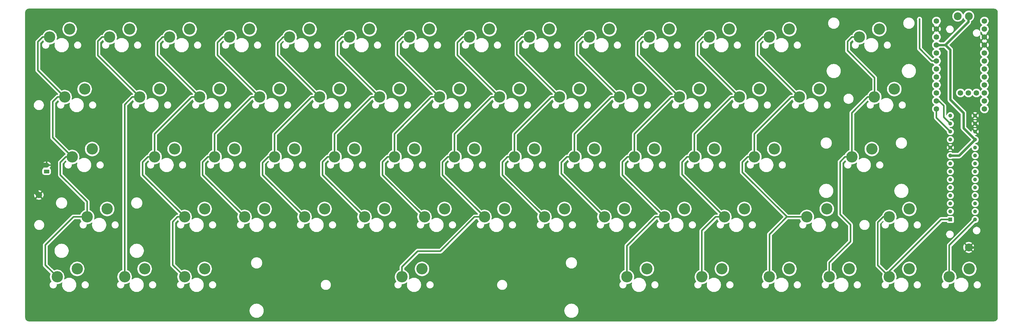
<source format=gbr>
%TF.GenerationSoftware,KiCad,Pcbnew,9.0.3*%
%TF.CreationDate,2025-07-28T21:16:54+07:00*%
%TF.ProjectId,DIY Bluetooth Mechanical Keyboard,44495920-426c-4756-9574-6f6f7468204d,rev?*%
%TF.SameCoordinates,Original*%
%TF.FileFunction,Copper,L1,Top*%
%TF.FilePolarity,Positive*%
%FSLAX46Y46*%
G04 Gerber Fmt 4.6, Leading zero omitted, Abs format (unit mm)*
G04 Created by KiCad (PCBNEW 9.0.3) date 2025-07-28 21:16:54*
%MOMM*%
%LPD*%
G01*
G04 APERTURE LIST*
G04 Aperture macros list*
%AMRoundRect*
0 Rectangle with rounded corners*
0 $1 Rounding radius*
0 $2 $3 $4 $5 $6 $7 $8 $9 X,Y pos of 4 corners*
0 Add a 4 corners polygon primitive as box body*
4,1,4,$2,$3,$4,$5,$6,$7,$8,$9,$2,$3,0*
0 Add four circle primitives for the rounded corners*
1,1,$1+$1,$2,$3*
1,1,$1+$1,$4,$5*
1,1,$1+$1,$6,$7*
1,1,$1+$1,$8,$9*
0 Add four rect primitives between the rounded corners*
20,1,$1+$1,$2,$3,$4,$5,0*
20,1,$1+$1,$4,$5,$6,$7,0*
20,1,$1+$1,$6,$7,$8,$9,0*
20,1,$1+$1,$8,$9,$2,$3,0*%
G04 Aperture macros list end*
%TA.AperFunction,ComponentPad*%
%ADD10C,3.600000*%
%TD*%
%TA.AperFunction,ComponentPad*%
%ADD11C,2.500000*%
%TD*%
%TA.AperFunction,ComponentPad*%
%ADD12R,1.230000X1.230000*%
%TD*%
%TA.AperFunction,ComponentPad*%
%ADD13C,1.230000*%
%TD*%
%TA.AperFunction,ComponentPad*%
%ADD14C,2.000000*%
%TD*%
%TA.AperFunction,ComponentPad*%
%ADD15C,1.752600*%
%TD*%
%TA.AperFunction,ComponentPad*%
%ADD16RoundRect,0.250000X0.625000X-0.350000X0.625000X0.350000X-0.625000X0.350000X-0.625000X-0.350000X0*%
%TD*%
%TA.AperFunction,ComponentPad*%
%ADD17O,1.750000X1.200000*%
%TD*%
%TA.AperFunction,ViaPad*%
%ADD18C,0.600000*%
%TD*%
%TA.AperFunction,Conductor*%
%ADD19C,0.500000*%
%TD*%
%TA.AperFunction,Conductor*%
%ADD20C,0.750000*%
%TD*%
%TA.AperFunction,Conductor*%
%ADD21C,0.300000*%
%TD*%
%TA.AperFunction,Conductor*%
%ADD22C,1.500000*%
%TD*%
G04 APERTURE END LIST*
D10*
%TO.P,SW13,1,1*%
%TO.N,COL3*%
X101650800Y-175869600D03*
%TO.P,SW13,2,2*%
%TO.N,Net-(D13-A)*%
X108000800Y-173329600D03*
%TD*%
%TO.P,SW38,1,1*%
%TO.N,COL9*%
X215950800Y-156819600D03*
%TO.P,SW38,2,2*%
%TO.N,Net-(D38-A)*%
X222300800Y-154279600D03*
%TD*%
%TO.P,SW19,1,1*%
%TO.N,COL5*%
X144513300Y-118719600D03*
%TO.P,SW19,2,2*%
%TO.N,Net-(D19-A)*%
X150863300Y-116179600D03*
%TD*%
%TO.P,SW49,1,1*%
%TO.N,COL12*%
X277863300Y-118719600D03*
%TO.P,SW49,2,2*%
%TO.N,Net-(D49-A)*%
X284213300Y-116179600D03*
%TD*%
%TO.P,SW36,1,1*%
%TO.N,COL9*%
X220713300Y-118719600D03*
%TO.P,SW36,2,2*%
%TO.N,Net-(D36-A)*%
X227063300Y-116179600D03*
%TD*%
%TO.P,SW58,1,1*%
%TO.N,COL14*%
X315963300Y-99669600D03*
%TO.P,SW58,2,2*%
%TO.N,Net-(D58-A)*%
X322313300Y-97129600D03*
%TD*%
%TO.P,SW40,1,1*%
%TO.N,COL10*%
X239763300Y-118719600D03*
%TO.P,SW40,2,2*%
%TO.N,Net-(D40-A)*%
X246113300Y-116179600D03*
%TD*%
%TO.P,SW10,1,1*%
%TO.N,COL3*%
X106413300Y-118719600D03*
%TO.P,SW10,2,2*%
%TO.N,Net-(D10-A)*%
X112763300Y-116179600D03*
%TD*%
%TO.P,SW2,1,1*%
%TO.N,COL1*%
X63550800Y-118719600D03*
%TO.P,SW2,2,2*%
%TO.N,Net-(D2-A)*%
X69900800Y-116179600D03*
%TD*%
%TO.P,SW27,1,1*%
%TO.N,COL7*%
X182613300Y-118719600D03*
%TO.P,SW27,2,2*%
%TO.N,Net-(D27-A)*%
X188963300Y-116179600D03*
%TD*%
D11*
%TO.P,RV1,1,1*%
%TO.N,3V3*%
X350729550Y-93003350D03*
%TO.P,RV1,2,2*%
%TO.N,POT*%
X347229550Y-93003350D03*
%TO.P,RV1,3,3*%
%TO.N,GND*%
X350729550Y-166503350D03*
%TD*%
D10*
%TO.P,SW21,1,1*%
%TO.N,COL5*%
X139750800Y-156819600D03*
%TO.P,SW21,2,2*%
%TO.N,Net-(D21-A)*%
X146100800Y-154279600D03*
%TD*%
%TO.P,SW60,1,1*%
%TO.N,COL14*%
X313582050Y-137769600D03*
%TO.P,SW60,2,2*%
%TO.N,Net-(D60-A)*%
X319932050Y-135229600D03*
%TD*%
%TO.P,SW32,1,1*%
%TO.N,COL8*%
X187375800Y-137769600D03*
%TO.P,SW32,2,2*%
%TO.N,Net-(D32-A)*%
X193725800Y-135229600D03*
%TD*%
%TO.P,SW61,1,1*%
%TO.N,COL14*%
X306438300Y-175869600D03*
%TO.P,SW61,2,2*%
%TO.N,Net-(D61-A)*%
X312788300Y-173329600D03*
%TD*%
%TO.P,SW17,1,1*%
%TO.N,COL4*%
X120700800Y-156819600D03*
%TO.P,SW17,2,2*%
%TO.N,Net-(D17-A)*%
X127050800Y-154279600D03*
%TD*%
%TO.P,SW5,1,1*%
%TO.N,COL1*%
X61169550Y-175869600D03*
%TO.P,SW5,2,2*%
%TO.N,Net-(D5-A)*%
X67519550Y-173329600D03*
%TD*%
%TO.P,SW12,1,1*%
%TO.N,COL3*%
X101650800Y-156819600D03*
%TO.P,SW12,2,2*%
%TO.N,Net-(D12-A)*%
X108000800Y-154279600D03*
%TD*%
%TO.P,SW7,1,1*%
%TO.N,COL2*%
X87363300Y-118719600D03*
%TO.P,SW7,2,2*%
%TO.N,Net-(D7-A)*%
X93713300Y-116179600D03*
%TD*%
%TO.P,SW56,1,1*%
%TO.N,COL13*%
X299294550Y-156819600D03*
%TO.P,SW56,2,2*%
%TO.N,Net-(D56-A)*%
X305644550Y-154279600D03*
%TD*%
%TO.P,SW4,1,1*%
%TO.N,COL1*%
X70694550Y-156819600D03*
%TO.P,SW4,2,2*%
%TO.N,Net-(D4-A)*%
X77044550Y-154279600D03*
%TD*%
%TO.P,SW6,1,1*%
%TO.N,COL2*%
X77838300Y-99669600D03*
%TO.P,SW6,2,2*%
%TO.N,Net-(D6-A)*%
X84188300Y-97129600D03*
%TD*%
%TO.P,SW35,1,1*%
%TO.N,COL9*%
X211188300Y-99669600D03*
%TO.P,SW35,2,2*%
%TO.N,Net-(D35-A)*%
X217538300Y-97129600D03*
%TD*%
%TO.P,SW43,1,1*%
%TO.N,COL11*%
X249288300Y-99669600D03*
%TO.P,SW43,2,2*%
%TO.N,Net-(D43-A)*%
X255638300Y-97129600D03*
%TD*%
%TO.P,SW53,1,1*%
%TO.N,COL13*%
X287388300Y-99669600D03*
%TO.P,SW53,2,2*%
%TO.N,Net-(D53-A)*%
X293738300Y-97129600D03*
%TD*%
%TO.P,SW46,1,1*%
%TO.N,COL11*%
X254050800Y-156819600D03*
%TO.P,SW46,2,2*%
%TO.N,Net-(D46-A)*%
X260400800Y-154279600D03*
%TD*%
%TO.P,SW18,1,1*%
%TO.N,COL5*%
X134988300Y-99669600D03*
%TO.P,SW18,2,2*%
%TO.N,Net-(D18-A)*%
X141338300Y-97129600D03*
%TD*%
%TO.P,SW47,1,1*%
%TO.N,COL11*%
X242144550Y-175869600D03*
%TO.P,SW47,2,2*%
%TO.N,Net-(D47-A)*%
X248494550Y-173329600D03*
%TD*%
%TO.P,SW14,1,1*%
%TO.N,COL4*%
X115938300Y-99669600D03*
%TO.P,SW14,2,2*%
%TO.N,Net-(D14-A)*%
X122288300Y-97129600D03*
%TD*%
%TO.P,SW23,1,1*%
%TO.N,COL6*%
X163563300Y-118719600D03*
%TO.P,SW23,2,2*%
%TO.N,Net-(D23-A)*%
X169913300Y-116179600D03*
%TD*%
%TO.P,SW24,1,1*%
%TO.N,COL6*%
X149275800Y-137769600D03*
%TO.P,SW24,2,2*%
%TO.N,Net-(D24-A)*%
X155625800Y-135229600D03*
%TD*%
%TO.P,SW22,1,1*%
%TO.N,COL6*%
X154038300Y-99669600D03*
%TO.P,SW22,2,2*%
%TO.N,Net-(D22-A)*%
X160388300Y-97129600D03*
%TD*%
%TO.P,SW50,1,1*%
%TO.N,COL12*%
X263575800Y-137769600D03*
%TO.P,SW50,2,2*%
%TO.N,Net-(D50-A)*%
X269925800Y-135229600D03*
%TD*%
%TO.P,SW44,1,1*%
%TO.N,COL11*%
X258813300Y-118719600D03*
%TO.P,SW44,2,2*%
%TO.N,Net-(D44-A)*%
X265163300Y-116179600D03*
%TD*%
%TO.P,SW62,1,1*%
%TO.N,COL15*%
X325488300Y-156819600D03*
%TO.P,SW62,2,2*%
%TO.N,Net-(D62-A)*%
X331838300Y-154279600D03*
%TD*%
%TO.P,SW37,1,1*%
%TO.N,COL9*%
X206425800Y-137769600D03*
%TO.P,SW37,2,2*%
%TO.N,Net-(D37-A)*%
X212775800Y-135229600D03*
%TD*%
%TO.P,SW52,1,1*%
%TO.N,COL12*%
X265957050Y-175869600D03*
%TO.P,SW52,2,2*%
%TO.N,Net-(D52-A)*%
X272307050Y-173329600D03*
%TD*%
%TO.P,SW20,1,1*%
%TO.N,COL5*%
X130225800Y-137769600D03*
%TO.P,SW20,2,2*%
%TO.N,Net-(D20-A)*%
X136575800Y-135229600D03*
%TD*%
%TO.P,SW54,1,1*%
%TO.N,COL13*%
X296913300Y-118719600D03*
%TO.P,SW54,2,2*%
%TO.N,Net-(D54-A)*%
X303263300Y-116179600D03*
%TD*%
%TO.P,SW26,1,1*%
%TO.N,COL7*%
X173088300Y-99669600D03*
%TO.P,SW26,2,2*%
%TO.N,Net-(D26-A)*%
X179438300Y-97129600D03*
%TD*%
%TO.P,SW55,1,1*%
%TO.N,COL13*%
X282625800Y-137769600D03*
%TO.P,SW55,2,2*%
%TO.N,Net-(D55-A)*%
X288975800Y-135229600D03*
%TD*%
%TO.P,SW41,1,1*%
%TO.N,COL10*%
X225475800Y-137769600D03*
%TO.P,SW41,2,2*%
%TO.N,Net-(D41-A)*%
X231825800Y-135229600D03*
%TD*%
%TO.P,SW45,1,1*%
%TO.N,COL11*%
X244525800Y-137769600D03*
%TO.P,SW45,2,2*%
%TO.N,Net-(D45-A)*%
X250875800Y-135229600D03*
%TD*%
%TO.P,SW30,1,1*%
%TO.N,COL8*%
X192138300Y-99669600D03*
%TO.P,SW30,2,2*%
%TO.N,Net-(D30-A)*%
X198488300Y-97129600D03*
%TD*%
%TO.P,SW28,1,1*%
%TO.N,COL7*%
X168325800Y-137769600D03*
%TO.P,SW28,2,2*%
%TO.N,Net-(D28-A)*%
X174675800Y-135229600D03*
%TD*%
%TO.P,SW15,1,1*%
%TO.N,COL4*%
X125463300Y-118719600D03*
%TO.P,SW15,2,2*%
%TO.N,Net-(D15-A)*%
X131813300Y-116179600D03*
%TD*%
%TO.P,SW64,1,1*%
%TO.N,COL16*%
X344538300Y-175869600D03*
%TO.P,SW64,2,2*%
%TO.N,Net-(D64-A)*%
X350888300Y-173329600D03*
%TD*%
%TO.P,SW31,1,1*%
%TO.N,COL8*%
X201663300Y-118719600D03*
%TO.P,SW31,2,2*%
%TO.N,Net-(D31-A)*%
X208013300Y-116179600D03*
%TD*%
%TO.P,SW16,1,1*%
%TO.N,COL4*%
X111175800Y-137769600D03*
%TO.P,SW16,2,2*%
%TO.N,Net-(D16-A)*%
X117525800Y-135229600D03*
%TD*%
%TO.P,SW3,1,1*%
%TO.N,COL1*%
X65932050Y-137769600D03*
%TO.P,SW3,2,2*%
%TO.N,Net-(D3-A)*%
X72282050Y-135229600D03*
%TD*%
%TO.P,SW33,1,1*%
%TO.N,COL8*%
X196900800Y-156819600D03*
%TO.P,SW33,2,2*%
%TO.N,Net-(D33-A)*%
X203250800Y-154279600D03*
%TD*%
%TO.P,SW59,1,1*%
%TO.N,COL14*%
X320725800Y-118719600D03*
%TO.P,SW59,2,2*%
%TO.N,Net-(D59-A)*%
X327075800Y-116179600D03*
%TD*%
%TO.P,SW63,1,1*%
%TO.N,COL15*%
X325488300Y-175869600D03*
%TO.P,SW63,2,2*%
%TO.N,Net-(D63-A)*%
X331838300Y-173329600D03*
%TD*%
%TO.P,SW34,1,1*%
%TO.N,COL8*%
X170707050Y-175869600D03*
%TO.P,SW34,2,2*%
%TO.N,Net-(D34-A)*%
X177057050Y-173329600D03*
%TD*%
%TO.P,SW11,1,1*%
%TO.N,COL3*%
X92125800Y-137769600D03*
%TO.P,SW11,2,2*%
%TO.N,Net-(D11-A)*%
X98475800Y-135229600D03*
%TD*%
%TO.P,SW9,1,1*%
%TO.N,COL3*%
X96888300Y-99669600D03*
%TO.P,SW9,2,2*%
%TO.N,Net-(D9-A)*%
X103238300Y-97129600D03*
%TD*%
%TO.P,SW42,1,1*%
%TO.N,COL10*%
X235000800Y-156819600D03*
%TO.P,SW42,2,2*%
%TO.N,Net-(D42-A)*%
X241350800Y-154279600D03*
%TD*%
%TO.P,SW51,1,1*%
%TO.N,COL12*%
X273100800Y-156819600D03*
%TO.P,SW51,2,2*%
%TO.N,Net-(D51-A)*%
X279450800Y-154279600D03*
%TD*%
%TO.P,SW8,1,1*%
%TO.N,COL2*%
X82600800Y-175869600D03*
%TO.P,SW8,2,2*%
%TO.N,Net-(D8-A)*%
X88950800Y-173329600D03*
%TD*%
%TO.P,SW39,1,1*%
%TO.N,COL10*%
X230238300Y-99669600D03*
%TO.P,SW39,2,2*%
%TO.N,Net-(D39-A)*%
X236588300Y-97129600D03*
%TD*%
%TO.P,SW48,1,1*%
%TO.N,COL12*%
X268338300Y-99669600D03*
%TO.P,SW48,2,2*%
%TO.N,Net-(D48-A)*%
X274688300Y-97129600D03*
%TD*%
%TO.P,SW57,1,1*%
%TO.N,COL13*%
X287388300Y-175869600D03*
%TO.P,SW57,2,2*%
%TO.N,Net-(D57-A)*%
X293738300Y-173329600D03*
%TD*%
%TO.P,SW29,1,1*%
%TO.N,COL7*%
X177850800Y-156819600D03*
%TO.P,SW29,2,2*%
%TO.N,Net-(D29-A)*%
X184200800Y-154279600D03*
%TD*%
%TO.P,SW25,1,1*%
%TO.N,COL6*%
X158800800Y-156819600D03*
%TO.P,SW25,2,2*%
%TO.N,Net-(D25-A)*%
X165150800Y-154279600D03*
%TD*%
%TO.P,SW1,1,1*%
%TO.N,COL1*%
X58788300Y-99669600D03*
%TO.P,SW1,2,2*%
%TO.N,Net-(D1-A)*%
X65138300Y-97129600D03*
%TD*%
D12*
%TO.P,U3,1,GPB0*%
%TO.N,COL15*%
X344880000Y-157650000D03*
D13*
%TO.P,U3,2,GPB1*%
%TO.N,ROW4*%
X344880000Y-155110000D03*
%TO.P,U3,3,GPB2*%
%TO.N,COL9*%
X344880000Y-152570000D03*
%TO.P,U3,4,GPB3*%
%TO.N,COL10*%
X344880000Y-150030000D03*
%TO.P,U3,5,GPB4*%
%TO.N,COL11*%
X344880000Y-147490000D03*
%TO.P,U3,6,GPB5*%
%TO.N,COL12*%
X344880000Y-144950000D03*
%TO.P,U3,7,GPB6*%
%TO.N,COL13*%
X344880000Y-142410000D03*
%TO.P,U3,8,GPB7*%
%TO.N,COL14*%
X344880000Y-139870000D03*
%TO.P,U3,9,VDD*%
%TO.N,3V3*%
X344880000Y-137330000D03*
%TO.P,U3,10,VSS*%
%TO.N,GND*%
X344880000Y-134790000D03*
%TO.P,U3,11,NC*%
%TO.N,unconnected-(U3-NC-Pad11)*%
X344880000Y-132250000D03*
%TO.P,U3,12,SCK*%
%TO.N,/SCK*%
X344880000Y-129710000D03*
%TO.P,U3,13,SDA*%
%TO.N,/SDA*%
X344880000Y-127170000D03*
%TO.P,U3,14,NC*%
%TO.N,unconnected-(U3-NC-Pad14)*%
X344880000Y-124630000D03*
%TO.P,U3,15,A0*%
%TO.N,GND*%
X352750000Y-124630000D03*
%TO.P,U3,16,A1*%
X352750000Y-127170000D03*
%TO.P,U3,17,A2*%
X352750000Y-129710000D03*
%TO.P,U3,18,~{RESET}*%
%TO.N,3V3*%
X352750000Y-132250000D03*
%TO.P,U3,19,INTB*%
%TO.N,unconnected-(U3-INTB-Pad19)*%
X352750000Y-134790000D03*
%TO.P,U3,20,INTA*%
%TO.N,unconnected-(U3-INTA-Pad20)*%
X352750000Y-137330000D03*
%TO.P,U3,21,GPA0*%
%TO.N,COL5*%
X352750000Y-139870000D03*
%TO.P,U3,22,GPA1*%
%TO.N,COL4*%
X352750000Y-142410000D03*
%TO.P,U3,23,GPA2*%
%TO.N,COL3*%
X352750000Y-144950000D03*
%TO.P,U3,24,GPA3*%
%TO.N,COL2*%
X352750000Y-147490000D03*
%TO.P,U3,25,GPA4*%
%TO.N,COL1*%
X352750000Y-150030000D03*
%TO.P,U3,26,GPA5*%
%TO.N,ROW3*%
X352750000Y-152570000D03*
%TO.P,U3,27,GPA6*%
%TO.N,ROW5*%
X352750000Y-155110000D03*
%TO.P,U3,28,GPA7*%
%TO.N,COL16*%
X352750000Y-157650000D03*
%TD*%
D14*
%TO.P,GND,1,Pin_1*%
%TO.N,GND*%
X55350000Y-149850000D03*
%TD*%
D15*
%TO.P,U1,1,1*%
%TO.N,unconnected-(U1-Pad1)*%
X355707050Y-94540850D03*
%TO.P,U1,2,0*%
%TO.N,unconnected-(U1-0-Pad2)*%
X355707050Y-97080850D03*
%TO.P,U1,3,GND*%
%TO.N,GND*%
X355707050Y-99620850D03*
%TO.P,U1,4,GND*%
X355707050Y-102160850D03*
%TO.P,U1,5,2*%
%TO.N,unconnected-(U1-2-Pad5)*%
X355707050Y-104700850D03*
%TO.P,U1,6,3*%
%TO.N,unconnected-(U1-3-Pad6)*%
X355707050Y-107240850D03*
%TO.P,U1,7,4*%
%TO.N,unconnected-(U1-4-Pad7)*%
X355707050Y-109780850D03*
%TO.P,U1,8,5*%
%TO.N,unconnected-(U1-5-Pad8)*%
X355707050Y-112320850D03*
%TO.P,U1,9,6*%
%TO.N,unconnected-(U1-6-Pad9)*%
X355707050Y-114860850D03*
%TO.P,U1,10,7*%
%TO.N,unconnected-(U1-7-Pad10)*%
X355707050Y-117400850D03*
%TO.P,U1,11,8*%
%TO.N,unconnected-(U1-8-Pad11)*%
X355707050Y-119940850D03*
%TO.P,U1,12,9*%
%TO.N,unconnected-(U1-9-Pad12)*%
X355707050Y-122480850D03*
%TO.P,U1,13,10*%
%TO.N,/SCK*%
X340467050Y-122480850D03*
%TO.P,U1,14,16*%
%TO.N,/SDA*%
X340467050Y-119940850D03*
%TO.P,U1,15,14*%
%TO.N,COL6*%
X340467050Y-117400850D03*
%TO.P,U1,16,15*%
%TO.N,COL7*%
X340467050Y-114860850D03*
%TO.P,U1,17,18*%
%TO.N,COL8*%
X340467050Y-112320850D03*
%TO.P,U1,18,19*%
%TO.N,ROW2*%
X340467050Y-109780850D03*
%TO.P,U1,19,20*%
%TO.N,ROW1*%
X340467050Y-107240850D03*
%TO.P,U1,20,21*%
%TO.N,POT*%
X340467050Y-104700850D03*
%TO.P,U1,21,3.3v*%
%TO.N,3V3*%
X340467050Y-102160850D03*
%TO.P,U1,22,RST*%
%TO.N,/RST*%
X340467050Y-99620850D03*
%TO.P,U1,23,GND*%
%TO.N,GND*%
X340467050Y-97080850D03*
%TO.P,U1,24,B+*%
%TO.N,BAT*%
X340467050Y-94540850D03*
%TO.P,U1,25,1*%
%TO.N,unconnected-(U1-1-Pad25)*%
X353167050Y-117400850D03*
%TO.P,U1,26,2*%
%TO.N,unconnected-(U1-2-Pad26)*%
X350627050Y-117400850D03*
%TO.P,U1,27,7*%
%TO.N,unconnected-(U1-7-Pad27)*%
X348087050Y-117400850D03*
%TD*%
D16*
%TO.P,Battery,1,Pin_1*%
%TO.N,BAT*%
X57800000Y-142350000D03*
D17*
%TO.P,Battery,2,Pin_2*%
%TO.N,GND*%
X57800000Y-140350000D03*
%TD*%
D18*
%TO.N,ROW1*%
X335100000Y-94000000D03*
%TD*%
D19*
%TO.N,ROW1*%
X335100000Y-103300000D02*
X339040850Y-107240850D01*
X339040850Y-107240850D02*
X340467050Y-107240850D01*
X335100000Y-94000000D02*
X335100000Y-103300000D01*
D20*
%TO.N,3V3*%
X347670000Y-137330000D02*
X352750000Y-132250000D01*
X349050000Y-128550000D02*
X352750000Y-132250000D01*
X343257050Y-102160850D02*
X350610800Y-94807100D01*
X343310850Y-102160850D02*
X344850000Y-103700000D01*
X340467050Y-102160850D02*
X343310850Y-102160850D01*
X344850000Y-103700000D02*
X344850000Y-119550000D01*
X349050000Y-123750000D02*
X349050000Y-128550000D01*
X340467050Y-102160850D02*
X343257050Y-102160850D01*
X344880000Y-137330000D02*
X347670000Y-137330000D01*
X350610800Y-94807100D02*
X350610800Y-93590850D01*
X344850000Y-119550000D02*
X349050000Y-123750000D01*
D19*
%TO.N,COL1*%
X70694550Y-156819600D02*
X70694550Y-151994550D01*
X70694550Y-151994550D02*
X62179200Y-143479200D01*
X55016400Y-101193600D02*
X56540400Y-99669600D01*
X55016400Y-110185201D02*
X55016400Y-101193600D01*
X63550800Y-118719600D02*
X61264800Y-118719600D01*
X59750000Y-120234400D02*
X59750000Y-131587550D01*
X62179200Y-139471400D02*
X63881000Y-137769600D01*
X70800535Y-156925606D02*
X70641550Y-156766600D01*
X63881000Y-137769600D02*
X65932050Y-137769600D01*
X56540400Y-99669600D02*
X58788300Y-99669600D01*
X61169550Y-175869600D02*
X61169550Y-174847250D01*
X63656799Y-118825600D02*
X55016400Y-110185201D01*
X57400000Y-165764400D02*
X66344800Y-156819600D01*
X57400000Y-172100050D02*
X57400000Y-165764400D01*
X66344800Y-156819600D02*
X70694550Y-156819600D01*
X66038035Y-137875606D02*
X65879050Y-137716600D01*
X62179200Y-143479200D02*
X62179200Y-139471400D01*
X58788300Y-99669600D02*
X57624300Y-100833600D01*
X61264800Y-118719600D02*
X59750000Y-120234400D01*
X61169550Y-175869600D02*
X57400000Y-172100050D01*
X59750000Y-131587550D02*
X65932050Y-137769600D01*
%TO.N,COL2*%
X85030400Y-118719600D02*
X87363300Y-118719600D01*
X74117200Y-105473500D02*
X74117200Y-100990400D01*
X87363300Y-118719600D02*
X88004650Y-119360950D01*
X74117200Y-100990400D02*
X75438000Y-99669600D01*
X87310300Y-118666600D02*
X87469299Y-118825600D01*
X77944299Y-99775600D02*
X77838300Y-99669600D01*
X75438000Y-99669600D02*
X77838300Y-99669600D01*
X87363300Y-118719600D02*
X74117200Y-105473500D01*
X82600800Y-175869600D02*
X82600800Y-121149200D01*
X82600800Y-121149200D02*
X85030400Y-118719600D01*
%TO.N,COL3*%
X88315800Y-139446000D02*
X89992200Y-137769600D01*
X106413300Y-118719600D02*
X93065600Y-105371900D01*
X89992200Y-137769600D02*
X92125800Y-137769600D01*
X96994299Y-99775600D02*
X96888300Y-99669600D01*
X103867716Y-118719600D02*
X92125800Y-130461516D01*
X93065600Y-101295200D02*
X94691200Y-99669600D01*
X94691200Y-99669600D02*
X96888300Y-99669600D01*
X101597800Y-156766600D02*
X101756799Y-156925600D01*
X101650800Y-156819600D02*
X88315800Y-143484600D01*
X92125800Y-130461516D02*
X92125800Y-137769600D01*
X93065600Y-105371900D02*
X93065600Y-101295200D01*
X106413300Y-118719600D02*
X103867716Y-118719600D01*
X97850000Y-172068800D02*
X101650800Y-175869600D01*
X97850000Y-158350000D02*
X97850000Y-172068800D01*
X92231799Y-137875600D02*
X92125700Y-137769600D01*
X88315800Y-143484600D02*
X88315800Y-139446000D01*
X101756801Y-175763600D02*
X101650800Y-175869600D01*
X99380400Y-156819600D02*
X97850000Y-158350000D01*
X101650800Y-156819600D02*
X99380400Y-156819600D01*
X106360300Y-118666600D02*
X106519299Y-118825600D01*
%TO.N,COL4*%
X120700800Y-156819600D02*
X107391200Y-143510000D01*
X112115600Y-101396800D02*
X113842800Y-99669600D01*
X112115600Y-105371900D02*
X112115600Y-101396800D01*
X111175799Y-137769600D02*
X111281799Y-137875600D01*
X107391200Y-143510000D02*
X107391200Y-139395200D01*
X109016800Y-137769600D02*
X111175800Y-137769600D01*
X111175799Y-137769600D02*
X111175809Y-130461520D01*
X122917716Y-118719600D02*
X125463300Y-118719600D01*
X107391200Y-139395200D02*
X109016800Y-137769600D01*
X125463300Y-118719600D02*
X112115600Y-105371900D01*
X113842800Y-99669600D02*
X115938300Y-99669600D01*
X122917716Y-118719600D02*
X111175809Y-130461520D01*
%TO.N,COL5*%
X141985888Y-118719712D02*
X130225788Y-130479812D01*
X144513300Y-118719600D02*
X131216400Y-105422700D01*
X131216400Y-105422700D02*
X131216400Y-101498400D01*
X128270000Y-137769600D02*
X130225800Y-137769600D01*
X133045200Y-99669600D02*
X134988300Y-99669600D01*
X134988300Y-99669600D02*
X135094299Y-99775600D01*
X131216400Y-101498400D02*
X133045200Y-99669600D01*
X126415800Y-139623800D02*
X128270000Y-137769600D01*
X126415800Y-143484600D02*
X126415800Y-139623800D01*
X130225788Y-137769604D02*
X130463946Y-138007716D01*
X144513577Y-118719712D02*
X141985888Y-118719712D01*
X130225788Y-130479812D02*
X130225788Y-137769604D01*
X139750800Y-156819600D02*
X126415800Y-143484600D01*
%TO.N,COL6*%
X145465800Y-139369800D02*
X147066000Y-137769600D01*
X150215600Y-101193600D02*
X151739600Y-99669600D01*
X145465800Y-143484600D02*
X145465800Y-139369800D01*
X147066000Y-137769600D02*
X149275800Y-137769600D01*
X149381799Y-137875600D02*
X149275799Y-137769600D01*
X161017716Y-118719600D02*
X163563300Y-118719600D01*
X151739600Y-99669600D02*
X154038300Y-99669600D01*
X158800800Y-156819600D02*
X145465800Y-143484600D01*
X149275809Y-130461520D02*
X161017716Y-118719600D01*
X149275809Y-130461520D02*
X149275799Y-137769600D01*
X163563300Y-118719600D02*
X150215600Y-105371900D01*
X150215600Y-105371900D02*
X150215600Y-101193600D01*
%TO.N,COL7*%
X180035073Y-118719727D02*
X182613610Y-118719727D01*
X166116000Y-137769600D02*
X168325800Y-137769600D01*
X168325799Y-137769600D02*
X168325799Y-130429001D01*
X169265600Y-105371900D02*
X169265600Y-101346000D01*
X182613300Y-118719600D02*
X169265600Y-105371900D01*
X168325799Y-130429001D02*
X180035073Y-118719727D01*
X169265600Y-101346000D02*
X170942000Y-99669600D01*
X168431799Y-137875600D02*
X168325799Y-137769600D01*
X173194299Y-99775600D02*
X173088300Y-99669600D01*
X164515800Y-143484600D02*
X164515800Y-139369800D01*
X170942000Y-99669600D02*
X173088300Y-99669600D01*
X164515800Y-139369800D02*
X166116000Y-137769600D01*
X177850800Y-156819600D02*
X164515800Y-143484600D01*
%TO.N,COL8*%
X182876820Y-167693980D02*
X175707678Y-167693980D01*
X170707074Y-172694610D02*
X170707050Y-175869600D01*
X196901110Y-156819727D02*
X193751073Y-156819727D01*
X188315600Y-105371900D02*
X188315600Y-101396800D01*
X188315600Y-101396800D02*
X190042800Y-99669600D01*
X193751073Y-156819727D02*
X182876820Y-167693980D01*
X192138300Y-99669600D02*
X192244299Y-99775600D01*
X183591200Y-143510000D02*
X183591200Y-139395200D01*
X175707678Y-167693980D02*
X170707074Y-172694610D01*
X190042800Y-99669600D02*
X192138300Y-99669600D01*
X196900800Y-156819600D02*
X183591200Y-143510000D01*
X183591200Y-139395200D02*
X185216800Y-137769600D01*
X201663610Y-118719727D02*
X199135873Y-118719727D01*
X187375799Y-137769600D02*
X187481799Y-137875600D01*
X185216800Y-137769600D02*
X187375800Y-137769600D01*
X187375799Y-130479801D02*
X187375799Y-137769600D01*
X199135873Y-118719727D02*
X187375799Y-130479801D01*
X201663300Y-118719600D02*
X188315600Y-105371900D01*
%TO.N,COL9*%
X215950800Y-156819600D02*
X202615800Y-143484600D01*
X220713300Y-118719600D02*
X218167716Y-118719600D01*
X206425800Y-130461516D02*
X206425800Y-137769600D01*
X207213200Y-101295200D02*
X208838800Y-99669600D01*
X208838800Y-99669600D02*
X211188300Y-99669600D01*
X207213200Y-105219500D02*
X207213200Y-101295200D01*
X206425700Y-137769600D02*
X206531799Y-137875600D01*
X218167716Y-118719600D02*
X206425800Y-130461516D01*
X202615800Y-139395200D02*
X204241400Y-137769600D01*
X202615800Y-143484600D02*
X202615800Y-139395200D01*
X204241400Y-137769600D02*
X206425800Y-137769600D01*
X211426446Y-99907716D02*
X211188300Y-99669600D01*
X220660300Y-118666600D02*
X220819299Y-118825600D01*
X220713300Y-118719600D02*
X207213200Y-105219500D01*
%TO.N,COL10*%
X237217716Y-118719600D02*
X225475800Y-130461516D01*
X228041200Y-99669600D02*
X230238300Y-99669600D01*
X230344299Y-99775600D02*
X230238300Y-99669600D01*
X226263200Y-105219500D02*
X226263200Y-101447600D01*
X235000800Y-156819600D02*
X221284800Y-143103600D01*
X221284800Y-139547600D02*
X223062800Y-137769600D01*
X225475800Y-130461516D02*
X225475800Y-137769600D01*
X239763300Y-118719600D02*
X237217716Y-118719600D01*
X226263200Y-101447600D02*
X228041200Y-99669600D01*
X221284800Y-143103600D02*
X221284800Y-139547600D01*
X239763300Y-118719600D02*
X226263200Y-105219500D01*
X223062800Y-137769600D02*
X225475806Y-137769600D01*
%TO.N,COL11*%
X258694237Y-118600537D02*
X259051446Y-118957716D01*
X240715800Y-139369800D02*
X242316000Y-137769600D01*
X242144550Y-175869600D02*
X242144550Y-165982650D01*
X245516400Y-101244400D02*
X247091200Y-99669600D01*
X258813300Y-118719600D02*
X245516400Y-105422700D01*
X244631799Y-137875600D02*
X244525898Y-137769599D01*
X253997800Y-156766600D02*
X254156799Y-156925600D01*
X258813300Y-118719600D02*
X256267716Y-118719600D01*
D21*
X242547050Y-176272100D02*
X242144550Y-175869600D01*
D19*
X245516400Y-105422700D02*
X245516400Y-101244400D01*
X247091200Y-99669600D02*
X249288300Y-99669600D01*
X244525800Y-130461516D02*
X244525800Y-137769600D01*
X242144550Y-165982650D02*
X251307600Y-156819600D01*
X242316000Y-137769600D02*
X244525800Y-137769600D01*
X249394299Y-99775600D02*
X249288300Y-99669600D01*
X240715800Y-143484600D02*
X240715800Y-139369800D01*
X251307600Y-156819600D02*
X254050800Y-156819600D01*
X256267716Y-118719600D02*
X244525800Y-130461516D01*
X254050800Y-156819600D02*
X240715800Y-143484600D01*
%TO.N,COL12*%
X259638800Y-143357600D02*
X259638800Y-139420600D01*
X265957050Y-161220150D02*
X270357600Y-156819600D01*
X263575800Y-130461516D02*
X263575800Y-137769600D01*
X259638800Y-139420600D02*
X261289800Y-137769600D01*
X268444299Y-99775600D02*
X268338300Y-99669600D01*
X263813946Y-138007716D02*
X263575875Y-137769599D01*
X273100800Y-156819600D02*
X259638800Y-143357600D01*
X277863300Y-118719600D02*
X264566400Y-105422700D01*
X264566400Y-105422700D02*
X264566400Y-101396800D01*
X273047800Y-156766600D02*
X273206799Y-156925600D01*
X275317716Y-118719600D02*
X263575800Y-130461516D01*
X264566400Y-101396800D02*
X266293600Y-99669600D01*
X265957050Y-175869600D02*
X265957050Y-161220150D01*
X277863300Y-118719600D02*
X275317716Y-118719600D01*
X270357600Y-156819600D02*
X273100800Y-156819600D01*
X277810300Y-118666600D02*
X277969299Y-118825600D01*
X261289800Y-137769600D02*
X263575800Y-137769600D01*
X266293600Y-99669600D02*
X268338300Y-99669600D01*
%TO.N,COL13*%
X287426400Y-162373600D02*
X292980400Y-156819600D01*
X292989000Y-156819600D02*
X278790400Y-142621000D01*
X296913300Y-118719600D02*
X283616400Y-105422700D01*
X287426400Y-175831500D02*
X287426400Y-162373600D01*
X296860300Y-118666600D02*
X297019299Y-118825600D01*
X280466800Y-137769600D02*
X282625800Y-137769600D01*
X283616400Y-105422700D02*
X283616400Y-101346000D01*
X283616400Y-101346000D02*
X285292800Y-99669600D01*
X282625800Y-130461516D02*
X282625800Y-137769600D01*
X292980400Y-156819600D02*
X299294550Y-156819600D01*
X287494299Y-99775600D02*
X287388300Y-99669600D01*
X285292800Y-99669600D02*
X287388300Y-99669600D01*
X287388300Y-175869600D02*
X287426400Y-175831500D01*
X296913300Y-118719600D02*
X294367716Y-118719600D01*
X278790400Y-142621000D02*
X278790400Y-139446000D01*
X282731799Y-137875600D02*
X282625898Y-137769599D01*
X299294550Y-156819600D02*
X292989000Y-156819600D01*
X299241550Y-156766600D02*
X299400535Y-156925606D01*
X294367716Y-118719600D02*
X282625800Y-130461516D01*
X278790400Y-139446000D02*
X280466800Y-137769600D01*
%TO.N,COL14*%
X313688035Y-137875606D02*
X313582001Y-137769600D01*
X313150000Y-159300000D02*
X313150000Y-164650000D01*
X315963300Y-99669600D02*
X313639200Y-99669600D01*
X313150000Y-164650000D02*
X306438300Y-171361700D01*
X313639200Y-99669600D02*
X312216800Y-101092000D01*
X312216800Y-103987600D02*
X320831799Y-112602599D01*
X313582050Y-123755150D02*
X318617600Y-118719600D01*
X312216800Y-101092000D02*
X312216800Y-103987600D01*
X313582050Y-137769600D02*
X313582050Y-123755150D01*
X313582050Y-137769600D02*
X311380400Y-137769600D01*
X306438300Y-171361700D02*
X306438300Y-175869600D01*
X320831799Y-112602599D02*
X320831799Y-118825600D01*
X309850000Y-156000000D02*
X313150000Y-159300000D01*
X309850000Y-139300000D02*
X309850000Y-156000000D01*
X311380400Y-137769600D02*
X309850000Y-139300000D01*
X318617600Y-118719600D02*
X320725800Y-118719600D01*
%TO.N,COL15*%
X321850000Y-172231300D02*
X321850000Y-158600000D01*
X321850000Y-158600000D02*
X323630400Y-156819600D01*
X325488300Y-175869600D02*
X325488300Y-174111700D01*
X325488300Y-174111700D02*
X341950000Y-157650000D01*
X341950000Y-157650000D02*
X344880000Y-157650000D01*
X323630400Y-156819600D02*
X325488300Y-156819600D01*
X325488300Y-175869600D02*
X321850000Y-172231300D01*
%TO.N,COL16*%
X344538300Y-165861700D02*
X352750000Y-157650000D01*
X344538300Y-175869600D02*
X344538300Y-165861700D01*
D20*
%TO.N,GND*%
X356650000Y-131070000D02*
X356650000Y-162350000D01*
X352496650Y-166503350D02*
X350729550Y-166503350D01*
D22*
X54500000Y-149000000D02*
X55350000Y-149850000D01*
X57800000Y-140350000D02*
X56200000Y-140350000D01*
D20*
X352750000Y-127170000D02*
X356650000Y-131070000D01*
X356650000Y-162350000D02*
X352496650Y-166503350D01*
D22*
X54500000Y-142050000D02*
X54500000Y-149000000D01*
X56200000Y-140350000D02*
X54500000Y-142050000D01*
D19*
%TO.N,POT*%
X347229550Y-93003350D02*
X346421636Y-93003350D01*
%TO.N,/SCK*%
X340467050Y-125297050D02*
X344880000Y-129710000D01*
X340467050Y-122480850D02*
X340467050Y-125297050D01*
%TO.N,/SDA*%
X342800000Y-121500000D02*
X341240850Y-119940850D01*
X342800000Y-125090000D02*
X342800000Y-121500000D01*
X341240850Y-119940850D02*
X340467050Y-119940850D01*
X344880000Y-127170000D02*
X342800000Y-125090000D01*
%TO.N,/RST*%
X340467050Y-98957936D02*
X340467050Y-99620850D01*
%TD*%
%TA.AperFunction,Conductor*%
%TO.N,GND*%
G36*
X354545672Y-97855007D02*
G01*
X354597720Y-97896340D01*
X354656886Y-97977775D01*
X354810125Y-98131014D01*
X354835254Y-98149271D01*
X354975051Y-98250840D01*
X355017717Y-98306170D01*
X355023696Y-98375783D01*
X354991090Y-98437578D01*
X354975051Y-98451476D01*
X354926503Y-98486747D01*
X354926503Y-98486749D01*
X355540000Y-99100246D01*
X355496263Y-99111966D01*
X355371737Y-99183861D01*
X355270061Y-99285537D01*
X355198166Y-99410063D01*
X355186446Y-99453800D01*
X354572949Y-98840303D01*
X354549150Y-98842176D01*
X354544819Y-98845516D01*
X354475205Y-98851488D01*
X354413413Y-98818875D01*
X354379063Y-98758033D01*
X354381912Y-98691642D01*
X354400490Y-98634468D01*
X354415719Y-98538313D01*
X354430050Y-98447836D01*
X354430050Y-98258863D01*
X354409800Y-98131014D01*
X354400490Y-98072232D01*
X354400489Y-98072228D01*
X354400489Y-98072227D01*
X354379472Y-98007544D01*
X354377477Y-97937703D01*
X354413557Y-97877870D01*
X354476258Y-97847042D01*
X354545672Y-97855007D01*
G37*
%TD.AperFunction*%
%TA.AperFunction,Conductor*%
G36*
X358759379Y-90604230D02*
G01*
X358932471Y-90617858D01*
X358951660Y-90620898D01*
X359115714Y-90660289D01*
X359134215Y-90666300D01*
X359290086Y-90730866D01*
X359307417Y-90739697D01*
X359451267Y-90827851D01*
X359467005Y-90839286D01*
X359595289Y-90948852D01*
X359609047Y-90962610D01*
X359718613Y-91090894D01*
X359730050Y-91106635D01*
X359818200Y-91250479D01*
X359827034Y-91267816D01*
X359891598Y-91423683D01*
X359897610Y-91442186D01*
X359936999Y-91606230D01*
X359940043Y-91625449D01*
X359953667Y-91798495D01*
X359954050Y-91808227D01*
X359954050Y-188810972D01*
X359953667Y-188820704D01*
X359940043Y-188993750D01*
X359936999Y-189012969D01*
X359897610Y-189177013D01*
X359891598Y-189195516D01*
X359827034Y-189351383D01*
X359818200Y-189368720D01*
X359730050Y-189512564D01*
X359718613Y-189528305D01*
X359609047Y-189656589D01*
X359595289Y-189670347D01*
X359467005Y-189779913D01*
X359451264Y-189791350D01*
X359307420Y-189879500D01*
X359290083Y-189888334D01*
X359134216Y-189952898D01*
X359115713Y-189958910D01*
X358951669Y-189998299D01*
X358932451Y-190001343D01*
X358817087Y-190010425D01*
X358759403Y-190014967D01*
X358749673Y-190015350D01*
X52196927Y-190015350D01*
X52187195Y-190014967D01*
X52014149Y-190001343D01*
X51994930Y-189998299D01*
X51830886Y-189958910D01*
X51812383Y-189952898D01*
X51656516Y-189888334D01*
X51639179Y-189879500D01*
X51495335Y-189791350D01*
X51479594Y-189779913D01*
X51351310Y-189670347D01*
X51337552Y-189656589D01*
X51227986Y-189528305D01*
X51216549Y-189512564D01*
X51145020Y-189395843D01*
X51128397Y-189368717D01*
X51119565Y-189351383D01*
X51055001Y-189195516D01*
X51048989Y-189177013D01*
X51046793Y-189167868D01*
X51009598Y-189012960D01*
X51006558Y-188993771D01*
X50992931Y-188820680D01*
X50992550Y-188810972D01*
X50992550Y-186487500D01*
X122272650Y-186487500D01*
X122272650Y-186781699D01*
X122272651Y-186781716D01*
X122311051Y-187073396D01*
X122387202Y-187357594D01*
X122499784Y-187629394D01*
X122499792Y-187629410D01*
X122646890Y-187884189D01*
X122646901Y-187884205D01*
X122825998Y-188117609D01*
X122826004Y-188117616D01*
X123034033Y-188325645D01*
X123034039Y-188325650D01*
X123267453Y-188504755D01*
X123267460Y-188504759D01*
X123522239Y-188651857D01*
X123522255Y-188651865D01*
X123794055Y-188764447D01*
X123794057Y-188764447D01*
X123794063Y-188764450D01*
X124078250Y-188840598D01*
X124369944Y-188879000D01*
X124369951Y-188879000D01*
X124664149Y-188879000D01*
X124664156Y-188879000D01*
X124955850Y-188840598D01*
X125240037Y-188764450D01*
X125313368Y-188734075D01*
X125511844Y-188651865D01*
X125511847Y-188651863D01*
X125511853Y-188651861D01*
X125766647Y-188504755D01*
X126000061Y-188325650D01*
X126208100Y-188117611D01*
X126387205Y-187884197D01*
X126534311Y-187629403D01*
X126646900Y-187357587D01*
X126723048Y-187073400D01*
X126761450Y-186781706D01*
X126761450Y-186487500D01*
X222272650Y-186487500D01*
X222272650Y-186781699D01*
X222272651Y-186781716D01*
X222311051Y-187073396D01*
X222387202Y-187357594D01*
X222499784Y-187629394D01*
X222499792Y-187629410D01*
X222646890Y-187884189D01*
X222646901Y-187884205D01*
X222825998Y-188117609D01*
X222826004Y-188117616D01*
X223034033Y-188325645D01*
X223034039Y-188325650D01*
X223267453Y-188504755D01*
X223267460Y-188504759D01*
X223522239Y-188651857D01*
X223522255Y-188651865D01*
X223794055Y-188764447D01*
X223794057Y-188764447D01*
X223794063Y-188764450D01*
X224078250Y-188840598D01*
X224369944Y-188879000D01*
X224369951Y-188879000D01*
X224664149Y-188879000D01*
X224664156Y-188879000D01*
X224955850Y-188840598D01*
X225240037Y-188764450D01*
X225313368Y-188734075D01*
X225511844Y-188651865D01*
X225511847Y-188651863D01*
X225511853Y-188651861D01*
X225766647Y-188504755D01*
X226000061Y-188325650D01*
X226208100Y-188117611D01*
X226387205Y-187884197D01*
X226534311Y-187629403D01*
X226646900Y-187357587D01*
X226723048Y-187073400D01*
X226761450Y-186781706D01*
X226761450Y-186487494D01*
X226723048Y-186195800D01*
X226646900Y-185911613D01*
X226646897Y-185911605D01*
X226534315Y-185639805D01*
X226534307Y-185639789D01*
X226387209Y-185385010D01*
X226387205Y-185385003D01*
X226208100Y-185151589D01*
X226208095Y-185151583D01*
X226000066Y-184943554D01*
X226000059Y-184943548D01*
X225766655Y-184764451D01*
X225766653Y-184764449D01*
X225766647Y-184764445D01*
X225766642Y-184764442D01*
X225766639Y-184764440D01*
X225511860Y-184617342D01*
X225511844Y-184617334D01*
X225240044Y-184504752D01*
X224955846Y-184428601D01*
X224664166Y-184390201D01*
X224664161Y-184390200D01*
X224664156Y-184390200D01*
X224369944Y-184390200D01*
X224369938Y-184390200D01*
X224369933Y-184390201D01*
X224078253Y-184428601D01*
X223794055Y-184504752D01*
X223522255Y-184617334D01*
X223522239Y-184617342D01*
X223267460Y-184764440D01*
X223267444Y-184764451D01*
X223034040Y-184943548D01*
X223034033Y-184943554D01*
X222826004Y-185151583D01*
X222825998Y-185151590D01*
X222646901Y-185384994D01*
X222646890Y-185385010D01*
X222499792Y-185639789D01*
X222499784Y-185639805D01*
X222387202Y-185911605D01*
X222311051Y-186195803D01*
X222272651Y-186487483D01*
X222272650Y-186487500D01*
X126761450Y-186487500D01*
X126761450Y-186487494D01*
X126723048Y-186195800D01*
X126646900Y-185911613D01*
X126646897Y-185911605D01*
X126534315Y-185639805D01*
X126534307Y-185639789D01*
X126387209Y-185385010D01*
X126387205Y-185385003D01*
X126208100Y-185151589D01*
X126208095Y-185151583D01*
X126000066Y-184943554D01*
X126000059Y-184943548D01*
X125766655Y-184764451D01*
X125766653Y-184764449D01*
X125766647Y-184764445D01*
X125766642Y-184764442D01*
X125766639Y-184764440D01*
X125511860Y-184617342D01*
X125511844Y-184617334D01*
X125240044Y-184504752D01*
X124955846Y-184428601D01*
X124664166Y-184390201D01*
X124664161Y-184390200D01*
X124664156Y-184390200D01*
X124369944Y-184390200D01*
X124369938Y-184390200D01*
X124369933Y-184390201D01*
X124078253Y-184428601D01*
X123794055Y-184504752D01*
X123522255Y-184617334D01*
X123522239Y-184617342D01*
X123267460Y-184764440D01*
X123267444Y-184764451D01*
X123034040Y-184943548D01*
X123034033Y-184943554D01*
X122826004Y-185151583D01*
X122825998Y-185151590D01*
X122646901Y-185384994D01*
X122646890Y-185385010D01*
X122499792Y-185639789D01*
X122499784Y-185639805D01*
X122387202Y-185911605D01*
X122311051Y-186195803D01*
X122272651Y-186487483D01*
X122272650Y-186487500D01*
X50992550Y-186487500D01*
X50992550Y-159233638D01*
X53854050Y-159233638D01*
X53854050Y-159485562D01*
X53868144Y-159574549D01*
X53893460Y-159734385D01*
X53971310Y-159973983D01*
X54085682Y-160198448D01*
X54233751Y-160402249D01*
X54233755Y-160402254D01*
X54411895Y-160580394D01*
X54411900Y-160580398D01*
X54566214Y-160692513D01*
X54615705Y-160728470D01*
X54758734Y-160801347D01*
X54840166Y-160842839D01*
X54840168Y-160842839D01*
X54840171Y-160842841D01*
X55079765Y-160920690D01*
X55328588Y-160960100D01*
X55328589Y-160960100D01*
X55580511Y-160960100D01*
X55580512Y-160960100D01*
X55829335Y-160920690D01*
X56068929Y-160842841D01*
X56293395Y-160728470D01*
X56497206Y-160580393D01*
X56675343Y-160402256D01*
X56823420Y-160198445D01*
X56937791Y-159973979D01*
X57015640Y-159734385D01*
X57055050Y-159485562D01*
X57055050Y-159233638D01*
X57015640Y-158984815D01*
X56937791Y-158745221D01*
X56937789Y-158745218D01*
X56937789Y-158745216D01*
X56881446Y-158634638D01*
X56823420Y-158520755D01*
X56730612Y-158393015D01*
X56675348Y-158316950D01*
X56675344Y-158316945D01*
X56497204Y-158138805D01*
X56497199Y-158138801D01*
X56293398Y-157990732D01*
X56293397Y-157990731D01*
X56293395Y-157990730D01*
X56183850Y-157934914D01*
X56068933Y-157876360D01*
X55829335Y-157798510D01*
X55580512Y-157759100D01*
X55328588Y-157759100D01*
X55204176Y-157778805D01*
X55079764Y-157798510D01*
X54840166Y-157876360D01*
X54615701Y-157990732D01*
X54411900Y-158138801D01*
X54411895Y-158138805D01*
X54233755Y-158316945D01*
X54233751Y-158316950D01*
X54085682Y-158520751D01*
X53971310Y-158745216D01*
X53893460Y-158984814D01*
X53893460Y-158984815D01*
X53854050Y-159233638D01*
X50992550Y-159233638D01*
X50992550Y-152258285D01*
X60792050Y-152258285D01*
X60792050Y-152490914D01*
X60814021Y-152657790D01*
X60822413Y-152721530D01*
X60832593Y-152759521D01*
X60882618Y-152946220D01*
X60971633Y-153161121D01*
X60971638Y-153161132D01*
X61087937Y-153362566D01*
X61087948Y-153362582D01*
X61229546Y-153547117D01*
X61229552Y-153547124D01*
X61394025Y-153711597D01*
X61394031Y-153711602D01*
X61578576Y-153853208D01*
X61578583Y-153853212D01*
X61780017Y-153969511D01*
X61780022Y-153969513D01*
X61780025Y-153969515D01*
X61887478Y-154014023D01*
X61994929Y-154058531D01*
X61994930Y-154058531D01*
X61994932Y-154058532D01*
X62219620Y-154118737D01*
X62450243Y-154149100D01*
X62450250Y-154149100D01*
X62682850Y-154149100D01*
X62682857Y-154149100D01*
X62913480Y-154118737D01*
X63138168Y-154058532D01*
X63353075Y-153969515D01*
X63554524Y-153853208D01*
X63739069Y-153711602D01*
X63903552Y-153547119D01*
X64045158Y-153362574D01*
X64161465Y-153161125D01*
X64250482Y-152946218D01*
X64310687Y-152721530D01*
X64341050Y-152490907D01*
X64341050Y-152258293D01*
X64310687Y-152027670D01*
X64250482Y-151802982D01*
X64239157Y-151775642D01*
X64182584Y-151639061D01*
X64161465Y-151588075D01*
X64161463Y-151588072D01*
X64161461Y-151588067D01*
X64045162Y-151386633D01*
X64045158Y-151386626D01*
X63988713Y-151313065D01*
X63903553Y-151202082D01*
X63903547Y-151202075D01*
X63739074Y-151037602D01*
X63739067Y-151037596D01*
X63554532Y-150895998D01*
X63554530Y-150895996D01*
X63554524Y-150895992D01*
X63554519Y-150895989D01*
X63554516Y-150895987D01*
X63353082Y-150779688D01*
X63353071Y-150779683D01*
X63138170Y-150690668D01*
X63025824Y-150660565D01*
X62913480Y-150630463D01*
X62862230Y-150623715D01*
X62682864Y-150600100D01*
X62682857Y-150600100D01*
X62450243Y-150600100D01*
X62450235Y-150600100D01*
X62245244Y-150627089D01*
X62219620Y-150630463D01*
X62163448Y-150645514D01*
X61994929Y-150690668D01*
X61780028Y-150779683D01*
X61780017Y-150779688D01*
X61578583Y-150895987D01*
X61578567Y-150895998D01*
X61394032Y-151037596D01*
X61394025Y-151037602D01*
X61229552Y-151202075D01*
X61229546Y-151202082D01*
X61087948Y-151386617D01*
X61087937Y-151386633D01*
X60971638Y-151588067D01*
X60971633Y-151588078D01*
X60882618Y-151802979D01*
X60851094Y-151920632D01*
X60824881Y-152018462D01*
X60822413Y-152027671D01*
X60792050Y-152258285D01*
X50992550Y-152258285D01*
X50992550Y-149731947D01*
X53850000Y-149731947D01*
X53850000Y-149968052D01*
X53886934Y-150201247D01*
X53959897Y-150425802D01*
X54067087Y-150636174D01*
X54127338Y-150719104D01*
X54127340Y-150719105D01*
X54867037Y-149979408D01*
X54884075Y-150042993D01*
X54949901Y-150157007D01*
X55042993Y-150250099D01*
X55157007Y-150315925D01*
X55220590Y-150332962D01*
X54480893Y-151072658D01*
X54563828Y-151132914D01*
X54774197Y-151240102D01*
X54998752Y-151313065D01*
X54998751Y-151313065D01*
X55231948Y-151350000D01*
X55468052Y-151350000D01*
X55701247Y-151313065D01*
X55925802Y-151240102D01*
X56136163Y-151132918D01*
X56136169Y-151132914D01*
X56219104Y-151072658D01*
X56219105Y-151072658D01*
X55479408Y-150332962D01*
X55542993Y-150315925D01*
X55657007Y-150250099D01*
X55750099Y-150157007D01*
X55815925Y-150042993D01*
X55832962Y-149979409D01*
X56572658Y-150719105D01*
X56572658Y-150719104D01*
X56632914Y-150636169D01*
X56632918Y-150636163D01*
X56740102Y-150425802D01*
X56813065Y-150201247D01*
X56850000Y-149968052D01*
X56850000Y-149731947D01*
X56813065Y-149498752D01*
X56740102Y-149274197D01*
X56632914Y-149063828D01*
X56572658Y-148980894D01*
X56572658Y-148980893D01*
X55832962Y-149720590D01*
X55815925Y-149657007D01*
X55750099Y-149542993D01*
X55657007Y-149449901D01*
X55542993Y-149384075D01*
X55479409Y-149367037D01*
X56219105Y-148627340D01*
X56219104Y-148627338D01*
X56136174Y-148567087D01*
X55925802Y-148459897D01*
X55701247Y-148386934D01*
X55701248Y-148386934D01*
X55468052Y-148350000D01*
X55231948Y-148350000D01*
X54998752Y-148386934D01*
X54774197Y-148459897D01*
X54563830Y-148567084D01*
X54480894Y-148627340D01*
X55220591Y-149367037D01*
X55157007Y-149384075D01*
X55042993Y-149449901D01*
X54949901Y-149542993D01*
X54884075Y-149657007D01*
X54867037Y-149720591D01*
X54127340Y-148980894D01*
X54067084Y-149063830D01*
X53959897Y-149274197D01*
X53886934Y-149498752D01*
X53850000Y-149731947D01*
X50992550Y-149731947D01*
X50992550Y-141949983D01*
X56424500Y-141949983D01*
X56424500Y-142750001D01*
X56424501Y-142750019D01*
X56435000Y-142852796D01*
X56435001Y-142852799D01*
X56490185Y-143019331D01*
X56490187Y-143019336D01*
X56507085Y-143046732D01*
X56582288Y-143168656D01*
X56706344Y-143292712D01*
X56855666Y-143384814D01*
X57022203Y-143439999D01*
X57124991Y-143450500D01*
X58475008Y-143450499D01*
X58577797Y-143439999D01*
X58744334Y-143384814D01*
X58893656Y-143292712D01*
X59017712Y-143168656D01*
X59109814Y-143019334D01*
X59164999Y-142852797D01*
X59175500Y-142750009D01*
X59175499Y-141949992D01*
X59164999Y-141847203D01*
X59109814Y-141680666D01*
X59017712Y-141531344D01*
X58893656Y-141407288D01*
X58893655Y-141407287D01*
X58843296Y-141376226D01*
X58829018Y-141367419D01*
X58782294Y-141315472D01*
X58771071Y-141246510D01*
X58798914Y-141182428D01*
X58806434Y-141174199D01*
X58914035Y-141066598D01*
X59015804Y-140926524D01*
X59094408Y-140772255D01*
X59147914Y-140607584D01*
X59149115Y-140600000D01*
X58080330Y-140600000D01*
X58100075Y-140580255D01*
X58149444Y-140494745D01*
X58175000Y-140399370D01*
X58175000Y-140300630D01*
X58149444Y-140205255D01*
X58100075Y-140119745D01*
X58080330Y-140100000D01*
X59149115Y-140100000D01*
X59149115Y-140099999D01*
X59147914Y-140092415D01*
X59094408Y-139927744D01*
X59015804Y-139773475D01*
X58914032Y-139633397D01*
X58791602Y-139510967D01*
X58651524Y-139409195D01*
X58497257Y-139330591D01*
X58332584Y-139277085D01*
X58161571Y-139250000D01*
X58050000Y-139250000D01*
X58050000Y-140069670D01*
X58030255Y-140049925D01*
X57944745Y-140000556D01*
X57849370Y-139975000D01*
X57750630Y-139975000D01*
X57655255Y-140000556D01*
X57569745Y-140049925D01*
X57550000Y-140069670D01*
X57550000Y-139250000D01*
X57438429Y-139250000D01*
X57267415Y-139277085D01*
X57102742Y-139330591D01*
X56948475Y-139409195D01*
X56808397Y-139510967D01*
X56685967Y-139633397D01*
X56584195Y-139773475D01*
X56505591Y-139927744D01*
X56452085Y-140092415D01*
X56450884Y-140099999D01*
X56450885Y-140100000D01*
X57519670Y-140100000D01*
X57499925Y-140119745D01*
X57450556Y-140205255D01*
X57425000Y-140300630D01*
X57425000Y-140399370D01*
X57450556Y-140494745D01*
X57499925Y-140580255D01*
X57519670Y-140600000D01*
X56450885Y-140600000D01*
X56452085Y-140607584D01*
X56505591Y-140772255D01*
X56584195Y-140926524D01*
X56685967Y-141066602D01*
X56793565Y-141174200D01*
X56827050Y-141235523D01*
X56822066Y-141305215D01*
X56780194Y-141361148D01*
X56770983Y-141367418D01*
X56756704Y-141376226D01*
X56706342Y-141407289D01*
X56582289Y-141531342D01*
X56490187Y-141680663D01*
X56490185Y-141680668D01*
X56489313Y-141683301D01*
X56435001Y-141847203D01*
X56435001Y-141847204D01*
X56435000Y-141847204D01*
X56424500Y-141949983D01*
X50992550Y-141949983D01*
X50992550Y-121133638D01*
X53760300Y-121133638D01*
X53760300Y-121385562D01*
X53766348Y-121423747D01*
X53799710Y-121634385D01*
X53877560Y-121873983D01*
X53991932Y-122098448D01*
X54140001Y-122302249D01*
X54140005Y-122302254D01*
X54318145Y-122480394D01*
X54318150Y-122480398D01*
X54495917Y-122609552D01*
X54521955Y-122628470D01*
X54664984Y-122701347D01*
X54746416Y-122742839D01*
X54746418Y-122742839D01*
X54746421Y-122742841D01*
X54986015Y-122820690D01*
X55234838Y-122860100D01*
X55234839Y-122860100D01*
X55486761Y-122860100D01*
X55486762Y-122860100D01*
X55735585Y-122820690D01*
X55975179Y-122742841D01*
X56199645Y-122628470D01*
X56403456Y-122480393D01*
X56581593Y-122302256D01*
X56729670Y-122098445D01*
X56844041Y-121873979D01*
X56921890Y-121634385D01*
X56961300Y-121385562D01*
X56961300Y-121133638D01*
X56921890Y-120884815D01*
X56844041Y-120645221D01*
X56844039Y-120645218D01*
X56844039Y-120645216D01*
X56785124Y-120529590D01*
X56729670Y-120420755D01*
X56643576Y-120302256D01*
X56581598Y-120216950D01*
X56581594Y-120216945D01*
X56403454Y-120038805D01*
X56403449Y-120038801D01*
X56199648Y-119890732D01*
X56199647Y-119890731D01*
X56199645Y-119890730D01*
X56128118Y-119854285D01*
X55975183Y-119776360D01*
X55735585Y-119698510D01*
X55486762Y-119659100D01*
X55234838Y-119659100D01*
X55113331Y-119678345D01*
X54986014Y-119698510D01*
X54746416Y-119776360D01*
X54521951Y-119890732D01*
X54318150Y-120038801D01*
X54318145Y-120038805D01*
X54140005Y-120216945D01*
X54140001Y-120216950D01*
X53991932Y-120420751D01*
X53877560Y-120645216D01*
X53807740Y-120860100D01*
X53799710Y-120884815D01*
X53760300Y-121133638D01*
X50992550Y-121133638D01*
X50992550Y-110259121D01*
X54265899Y-110259121D01*
X54294740Y-110404108D01*
X54294743Y-110404118D01*
X54351312Y-110540689D01*
X54351320Y-110540703D01*
X54378716Y-110581703D01*
X54378717Y-110581706D01*
X54378718Y-110581706D01*
X54433451Y-110663621D01*
X54433452Y-110663622D01*
X61420618Y-117650787D01*
X61430198Y-117668331D01*
X61443820Y-117682962D01*
X61446600Y-117698369D01*
X61454103Y-117712110D01*
X61452677Y-117732048D01*
X61456227Y-117751722D01*
X61449340Y-117778703D01*
X61449119Y-117781802D01*
X61447499Y-117785919D01*
X61403330Y-117892552D01*
X61359491Y-117946955D01*
X61293197Y-117969021D01*
X61288770Y-117969100D01*
X61190876Y-117969100D01*
X61162042Y-117974834D01*
X61162043Y-117974835D01*
X61045893Y-117997939D01*
X61045883Y-117997942D01*
X60965881Y-118031079D01*
X60965882Y-118031080D01*
X60909306Y-118054515D01*
X60909298Y-118054519D01*
X60865708Y-118083646D01*
X60865707Y-118083646D01*
X60786388Y-118136645D01*
X60786378Y-118136652D01*
X59167050Y-119755980D01*
X59167044Y-119755988D01*
X59117812Y-119829668D01*
X59117813Y-119829669D01*
X59084921Y-119878896D01*
X59084914Y-119878908D01*
X59028342Y-120015486D01*
X59028340Y-120015492D01*
X58999500Y-120160479D01*
X58999500Y-120160482D01*
X58999500Y-131661468D01*
X58999500Y-131661470D01*
X58999499Y-131661470D01*
X59028340Y-131806457D01*
X59028343Y-131806467D01*
X59084912Y-131943038D01*
X59084920Y-131943052D01*
X59112558Y-131984414D01*
X59112559Y-131984417D01*
X59112560Y-131984417D01*
X59167049Y-132065967D01*
X63801868Y-136700786D01*
X63811447Y-136718329D01*
X63825071Y-136732962D01*
X63827851Y-136748370D01*
X63835353Y-136762109D01*
X63833927Y-136782046D01*
X63837477Y-136801721D01*
X63830590Y-136828699D01*
X63830369Y-136831801D01*
X63828748Y-136835919D01*
X63773370Y-136969615D01*
X63729529Y-137024019D01*
X63683003Y-137043780D01*
X63662089Y-137047940D01*
X63662086Y-137047941D01*
X63597665Y-137074626D01*
X63525506Y-137104514D01*
X63454856Y-137151722D01*
X63402582Y-137186649D01*
X63402579Y-137186652D01*
X61596252Y-138992978D01*
X61596249Y-138992981D01*
X61553737Y-139056605D01*
X61553738Y-139056606D01*
X61514114Y-139115908D01*
X61457543Y-139252482D01*
X61457540Y-139252492D01*
X61428700Y-139397479D01*
X61428700Y-139397482D01*
X61428700Y-143553118D01*
X61428700Y-143553120D01*
X61428699Y-143553120D01*
X61457540Y-143698107D01*
X61457543Y-143698117D01*
X61514112Y-143834688D01*
X61514118Y-143834699D01*
X61527079Y-143854095D01*
X61527081Y-143854100D01*
X61596246Y-143957614D01*
X61596252Y-143957621D01*
X69907731Y-152269098D01*
X69941216Y-152330421D01*
X69944050Y-152356779D01*
X69944050Y-154557569D01*
X69924365Y-154624608D01*
X69871561Y-154670363D01*
X69867503Y-154672130D01*
X69674888Y-154751913D01*
X69674878Y-154751918D01*
X69413718Y-154902699D01*
X69174471Y-155086279D01*
X69174464Y-155086285D01*
X68961235Y-155299514D01*
X68961229Y-155299521D01*
X68777649Y-155538768D01*
X68626868Y-155799928D01*
X68626861Y-155799943D01*
X68547081Y-155992552D01*
X68503240Y-156046956D01*
X68436946Y-156069021D01*
X68432520Y-156069100D01*
X66270880Y-156069100D01*
X66125954Y-156097927D01*
X66125955Y-156097928D01*
X66125892Y-156097940D01*
X66125883Y-156097943D01*
X65989307Y-156154514D01*
X65989298Y-156154519D01*
X65866384Y-156236648D01*
X65866380Y-156236651D01*
X56817045Y-165285986D01*
X56791153Y-165324738D01*
X56780823Y-165340200D01*
X56757790Y-165374670D01*
X56734914Y-165408907D01*
X56678343Y-165545482D01*
X56678340Y-165545492D01*
X56649500Y-165690479D01*
X56649500Y-165690482D01*
X56649500Y-172173968D01*
X56649500Y-172173970D01*
X56649499Y-172173970D01*
X56678340Y-172318957D01*
X56678343Y-172318967D01*
X56734914Y-172455542D01*
X56734915Y-172455544D01*
X56734916Y-172455545D01*
X56748382Y-172475699D01*
X56767812Y-172504777D01*
X56767813Y-172504780D01*
X56817046Y-172578464D01*
X56817052Y-172578471D01*
X59039368Y-174800786D01*
X59072853Y-174862109D01*
X59067869Y-174931801D01*
X59066248Y-174935919D01*
X58986468Y-175128526D01*
X58986464Y-175128539D01*
X58908411Y-175419835D01*
X58869051Y-175718806D01*
X58869050Y-175718823D01*
X58869050Y-176020376D01*
X58869051Y-176020393D01*
X58908411Y-176319366D01*
X58986463Y-176610660D01*
X59101864Y-176889261D01*
X59101868Y-176889271D01*
X59252649Y-177150431D01*
X59341822Y-177266644D01*
X59367016Y-177331813D01*
X59352978Y-177400258D01*
X59312797Y-177443015D01*
X59313602Y-177444122D01*
X59309660Y-177446985D01*
X59309660Y-177446986D01*
X59166336Y-177551117D01*
X59166334Y-177551119D01*
X59166333Y-177551119D01*
X59041069Y-177676383D01*
X59041069Y-177676384D01*
X59041067Y-177676386D01*
X59029160Y-177692775D01*
X58936936Y-177819709D01*
X58856507Y-177977557D01*
X58856506Y-177977560D01*
X58801764Y-178146043D01*
X58774050Y-178321021D01*
X58774050Y-178498178D01*
X58801764Y-178673156D01*
X58856506Y-178841639D01*
X58856507Y-178841642D01*
X58936936Y-178999490D01*
X59041067Y-179142814D01*
X59166336Y-179268083D01*
X59309660Y-179372214D01*
X59378127Y-179407100D01*
X59467507Y-179452642D01*
X59467510Y-179452643D01*
X59551751Y-179480014D01*
X59635995Y-179507386D01*
X59810971Y-179535100D01*
X59810972Y-179535100D01*
X59988128Y-179535100D01*
X59988129Y-179535100D01*
X60163105Y-179507386D01*
X60331592Y-179452642D01*
X60489440Y-179372214D01*
X60632764Y-179268083D01*
X60758033Y-179142814D01*
X60862164Y-178999490D01*
X60942592Y-178841642D01*
X60997336Y-178673155D01*
X61025050Y-178498179D01*
X61025050Y-178321021D01*
X61023858Y-178313498D01*
X61032811Y-178244209D01*
X61077805Y-178190755D01*
X61144556Y-178170113D01*
X61146331Y-178170100D01*
X61320326Y-178170100D01*
X61320333Y-178170100D01*
X61619318Y-178130738D01*
X61910608Y-178052687D01*
X62189218Y-177937283D01*
X62450382Y-177786500D01*
X62621604Y-177655116D01*
X62686773Y-177629923D01*
X62755218Y-177643961D01*
X62805207Y-177692775D01*
X62820871Y-177760867D01*
X62816865Y-177785585D01*
X62807722Y-177819710D01*
X62767558Y-177969604D01*
X62767556Y-177969615D01*
X62729050Y-178262086D01*
X62729050Y-178557113D01*
X62744328Y-178673155D01*
X62767557Y-178849593D01*
X62843911Y-179134551D01*
X62843914Y-179134561D01*
X62956804Y-179407100D01*
X62956808Y-179407110D01*
X63104311Y-179662593D01*
X63283902Y-179896640D01*
X63283908Y-179896647D01*
X63492502Y-180105241D01*
X63492509Y-180105247D01*
X63726556Y-180284838D01*
X63982039Y-180432341D01*
X63982040Y-180432341D01*
X63982043Y-180432343D01*
X64254598Y-180545239D01*
X64539557Y-180621593D01*
X64832044Y-180660100D01*
X64832051Y-180660100D01*
X65127049Y-180660100D01*
X65127056Y-180660100D01*
X65419543Y-180621593D01*
X65704502Y-180545239D01*
X65977057Y-180432343D01*
X66232544Y-180284838D01*
X66466592Y-180105246D01*
X66675196Y-179896642D01*
X66854788Y-179662594D01*
X67002293Y-179407107D01*
X67115189Y-179134552D01*
X67191543Y-178849593D01*
X67230050Y-178557106D01*
X67230050Y-178321021D01*
X68934050Y-178321021D01*
X68934050Y-178498178D01*
X68961764Y-178673156D01*
X69016506Y-178841639D01*
X69016507Y-178841642D01*
X69096936Y-178999490D01*
X69201067Y-179142814D01*
X69326336Y-179268083D01*
X69469660Y-179372214D01*
X69538127Y-179407100D01*
X69627507Y-179452642D01*
X69627510Y-179452643D01*
X69711751Y-179480014D01*
X69795995Y-179507386D01*
X69970971Y-179535100D01*
X69970972Y-179535100D01*
X70148128Y-179535100D01*
X70148129Y-179535100D01*
X70323105Y-179507386D01*
X70491592Y-179452642D01*
X70649440Y-179372214D01*
X70792764Y-179268083D01*
X70918033Y-179142814D01*
X71022164Y-178999490D01*
X71102592Y-178841642D01*
X71157336Y-178673155D01*
X71185050Y-178498179D01*
X71185050Y-178321021D01*
X71157336Y-178146045D01*
X71102592Y-177977558D01*
X71102592Y-177977557D01*
X71022163Y-177819709D01*
X70918033Y-177676386D01*
X70792764Y-177551117D01*
X70649440Y-177446986D01*
X70641647Y-177443015D01*
X70491592Y-177366557D01*
X70491589Y-177366556D01*
X70323106Y-177311814D01*
X70235617Y-177297957D01*
X70148129Y-177284100D01*
X69970971Y-177284100D01*
X69912645Y-177293338D01*
X69795993Y-177311814D01*
X69627510Y-177366556D01*
X69627507Y-177366557D01*
X69469659Y-177446986D01*
X69387888Y-177506396D01*
X69326336Y-177551117D01*
X69326334Y-177551119D01*
X69326333Y-177551119D01*
X69201069Y-177676383D01*
X69201069Y-177676384D01*
X69201067Y-177676386D01*
X69189160Y-177692775D01*
X69096936Y-177819709D01*
X69016507Y-177977557D01*
X69016506Y-177977560D01*
X68961764Y-178146043D01*
X68934050Y-178321021D01*
X67230050Y-178321021D01*
X67230050Y-178262094D01*
X67191543Y-177969607D01*
X67115189Y-177684648D01*
X67002293Y-177412093D01*
X66986370Y-177384514D01*
X66854788Y-177156606D01*
X66675197Y-176922559D01*
X66675191Y-176922552D01*
X66466597Y-176713958D01*
X66466590Y-176713952D01*
X66232543Y-176534361D01*
X65977060Y-176386858D01*
X65977050Y-176386854D01*
X65704511Y-176273964D01*
X65704504Y-176273962D01*
X65704502Y-176273961D01*
X65419543Y-176197607D01*
X65370663Y-176191171D01*
X65127063Y-176159100D01*
X65127056Y-176159100D01*
X64832044Y-176159100D01*
X64832036Y-176159100D01*
X64553635Y-176195753D01*
X64539557Y-176197607D01*
X64254598Y-176273961D01*
X64254588Y-176273964D01*
X63982049Y-176386854D01*
X63982039Y-176386858D01*
X63726556Y-176534361D01*
X63571399Y-176653417D01*
X63506230Y-176678611D01*
X63437785Y-176664572D01*
X63387795Y-176615758D01*
X63372132Y-176547667D01*
X63376136Y-176522957D01*
X63430688Y-176319368D01*
X63470050Y-176020383D01*
X63470050Y-175718817D01*
X63430688Y-175419832D01*
X63352637Y-175128542D01*
X63352630Y-175128526D01*
X63271144Y-174931801D01*
X63237233Y-174849932D01*
X63237090Y-174849685D01*
X63086450Y-174588768D01*
X62902870Y-174349521D01*
X62902864Y-174349514D01*
X62689635Y-174136285D01*
X62689628Y-174136279D01*
X62450381Y-173952699D01*
X62189221Y-173801918D01*
X62189211Y-173801914D01*
X61910610Y-173686513D01*
X61619316Y-173608461D01*
X61320343Y-173569101D01*
X61320338Y-173569100D01*
X61320333Y-173569100D01*
X61018767Y-173569100D01*
X61018761Y-173569100D01*
X61018756Y-173569101D01*
X60719785Y-173608461D01*
X60664219Y-173623350D01*
X60428492Y-173686513D01*
X60428490Y-173686513D01*
X60428489Y-173686514D01*
X60428476Y-173686518D01*
X60235869Y-173766298D01*
X60166400Y-173773767D01*
X60103921Y-173742491D01*
X60100736Y-173739418D01*
X59540141Y-173178823D01*
X65219050Y-173178823D01*
X65219050Y-173480376D01*
X65219051Y-173480393D01*
X65258411Y-173779366D01*
X65336463Y-174070660D01*
X65451864Y-174349261D01*
X65451868Y-174349271D01*
X65602649Y-174610431D01*
X65786229Y-174849678D01*
X65786235Y-174849685D01*
X65999464Y-175062914D01*
X65999471Y-175062920D01*
X66238718Y-175246500D01*
X66499878Y-175397281D01*
X66499879Y-175397281D01*
X66499882Y-175397283D01*
X66685622Y-175474219D01*
X66778489Y-175512686D01*
X66778490Y-175512686D01*
X66778492Y-175512687D01*
X67069782Y-175590738D01*
X67368767Y-175630100D01*
X67368774Y-175630100D01*
X67670326Y-175630100D01*
X67670333Y-175630100D01*
X67969318Y-175590738D01*
X68260608Y-175512687D01*
X68539218Y-175397283D01*
X68800382Y-175246500D01*
X69039630Y-175062919D01*
X69252869Y-174849680D01*
X69436450Y-174610432D01*
X69587233Y-174349268D01*
X69702637Y-174070658D01*
X69780688Y-173779368D01*
X69820050Y-173480383D01*
X69820050Y-173178817D01*
X69780688Y-172879832D01*
X69702637Y-172588542D01*
X69701913Y-172586795D01*
X69629752Y-172412582D01*
X69587233Y-172309932D01*
X69584511Y-172305218D01*
X69436450Y-172048768D01*
X69252870Y-171809521D01*
X69252864Y-171809514D01*
X69039635Y-171596285D01*
X69039628Y-171596279D01*
X68800381Y-171412699D01*
X68539221Y-171261918D01*
X68539211Y-171261914D01*
X68260610Y-171146513D01*
X67969316Y-171068461D01*
X67670343Y-171029101D01*
X67670338Y-171029100D01*
X67670333Y-171029100D01*
X67368767Y-171029100D01*
X67368761Y-171029100D01*
X67368756Y-171029101D01*
X67069783Y-171068461D01*
X66778489Y-171146513D01*
X66499888Y-171261914D01*
X66499878Y-171261918D01*
X66238718Y-171412699D01*
X65999471Y-171596279D01*
X65999464Y-171596285D01*
X65786235Y-171809514D01*
X65786229Y-171809521D01*
X65602649Y-172048768D01*
X65451868Y-172309928D01*
X65451864Y-172309938D01*
X65336463Y-172588539D01*
X65258411Y-172879833D01*
X65219051Y-173178806D01*
X65219050Y-173178823D01*
X59540141Y-173178823D01*
X58186819Y-171825501D01*
X58153334Y-171764178D01*
X58150500Y-171737820D01*
X58150500Y-167437500D01*
X60322150Y-167437500D01*
X60322150Y-167731699D01*
X60322151Y-167731716D01*
X60352408Y-167961544D01*
X60360552Y-168023400D01*
X60428485Y-168276930D01*
X60436702Y-168307594D01*
X60549284Y-168579394D01*
X60549292Y-168579410D01*
X60696390Y-168834189D01*
X60696401Y-168834205D01*
X60875498Y-169067609D01*
X60875504Y-169067616D01*
X61083533Y-169275645D01*
X61083539Y-169275650D01*
X61316953Y-169454755D01*
X61316960Y-169454759D01*
X61571739Y-169601857D01*
X61571755Y-169601865D01*
X61843555Y-169714447D01*
X61843557Y-169714447D01*
X61843563Y-169714450D01*
X62127750Y-169790598D01*
X62419444Y-169829000D01*
X62419451Y-169829000D01*
X62713649Y-169829000D01*
X62713656Y-169829000D01*
X63005350Y-169790598D01*
X63289537Y-169714450D01*
X63444893Y-169650100D01*
X63561344Y-169601865D01*
X63561347Y-169601863D01*
X63561353Y-169601861D01*
X63816147Y-169454755D01*
X64049561Y-169275650D01*
X64257600Y-169067611D01*
X64436705Y-168834197D01*
X64583811Y-168579403D01*
X64696400Y-168307587D01*
X64772548Y-168023400D01*
X64810950Y-167731706D01*
X64810950Y-167437494D01*
X64772548Y-167145800D01*
X64696400Y-166861613D01*
X64696397Y-166861605D01*
X64583815Y-166589805D01*
X64583807Y-166589789D01*
X64436709Y-166335010D01*
X64436705Y-166335003D01*
X64351475Y-166223929D01*
X64257601Y-166101590D01*
X64257595Y-166101583D01*
X64049566Y-165893554D01*
X64049559Y-165893548D01*
X63816155Y-165714451D01*
X63816153Y-165714449D01*
X63816147Y-165714445D01*
X63816142Y-165714442D01*
X63816139Y-165714440D01*
X63561360Y-165567342D01*
X63561344Y-165567334D01*
X63289544Y-165454752D01*
X63022804Y-165383279D01*
X63005350Y-165378602D01*
X63005349Y-165378601D01*
X63005346Y-165378601D01*
X62713666Y-165340201D01*
X62713661Y-165340200D01*
X62713656Y-165340200D01*
X62419444Y-165340200D01*
X62419438Y-165340200D01*
X62419433Y-165340201D01*
X62127753Y-165378601D01*
X61843555Y-165454752D01*
X61571755Y-165567334D01*
X61571739Y-165567342D01*
X61316960Y-165714440D01*
X61316944Y-165714451D01*
X61083540Y-165893548D01*
X61083533Y-165893554D01*
X60875504Y-166101583D01*
X60875498Y-166101590D01*
X60696401Y-166334994D01*
X60696390Y-166335010D01*
X60549292Y-166589789D01*
X60549284Y-166589805D01*
X60436702Y-166861605D01*
X60360551Y-167145803D01*
X60322151Y-167437483D01*
X60322150Y-167437500D01*
X58150500Y-167437500D01*
X58150500Y-166126629D01*
X58170185Y-166059590D01*
X58186819Y-166038948D01*
X66619348Y-157606419D01*
X66680671Y-157572934D01*
X66707029Y-157570100D01*
X68432520Y-157570100D01*
X68499559Y-157589785D01*
X68545314Y-157642589D01*
X68547081Y-157646648D01*
X68626861Y-157839256D01*
X68626868Y-157839271D01*
X68777649Y-158100431D01*
X68866822Y-158216644D01*
X68892016Y-158281813D01*
X68877978Y-158350258D01*
X68837797Y-158393015D01*
X68838602Y-158394122D01*
X68834660Y-158396985D01*
X68834660Y-158396986D01*
X68691336Y-158501117D01*
X68691334Y-158501119D01*
X68691333Y-158501119D01*
X68566069Y-158626383D01*
X68566069Y-158626384D01*
X68566067Y-158626386D01*
X68554160Y-158642775D01*
X68461936Y-158769709D01*
X68381507Y-158927557D01*
X68381506Y-158927560D01*
X68326764Y-159096043D01*
X68299050Y-159271021D01*
X68299050Y-159448178D01*
X68326764Y-159623156D01*
X68381506Y-159791639D01*
X68381507Y-159791642D01*
X68461936Y-159949490D01*
X68566067Y-160092814D01*
X68691336Y-160218083D01*
X68834660Y-160322214D01*
X68903127Y-160357100D01*
X68992507Y-160402642D01*
X68992510Y-160402643D01*
X69076751Y-160430014D01*
X69160995Y-160457386D01*
X69335971Y-160485100D01*
X69335972Y-160485100D01*
X69513128Y-160485100D01*
X69513129Y-160485100D01*
X69688105Y-160457386D01*
X69856592Y-160402642D01*
X70014440Y-160322214D01*
X70157764Y-160218083D01*
X70283033Y-160092814D01*
X70387164Y-159949490D01*
X70467592Y-159791642D01*
X70522336Y-159623155D01*
X70550050Y-159448179D01*
X70550050Y-159271021D01*
X70548858Y-159263498D01*
X70557811Y-159194209D01*
X70602805Y-159140755D01*
X70669556Y-159120113D01*
X70671331Y-159120100D01*
X70845326Y-159120100D01*
X70845333Y-159120100D01*
X71144318Y-159080738D01*
X71435608Y-159002687D01*
X71714218Y-158887283D01*
X71975382Y-158736500D01*
X72146604Y-158605116D01*
X72211773Y-158579923D01*
X72280218Y-158593961D01*
X72330207Y-158642775D01*
X72345871Y-158710867D01*
X72341865Y-158735585D01*
X72299100Y-158895190D01*
X72292558Y-158919604D01*
X72292556Y-158919615D01*
X72254050Y-159212086D01*
X72254050Y-159507113D01*
X72283972Y-159734385D01*
X72292557Y-159799593D01*
X72357189Y-160040803D01*
X72368911Y-160084551D01*
X72368914Y-160084561D01*
X72481804Y-160357100D01*
X72481808Y-160357110D01*
X72629311Y-160612593D01*
X72808902Y-160846640D01*
X72808908Y-160846647D01*
X73017502Y-161055241D01*
X73017509Y-161055247D01*
X73251556Y-161234838D01*
X73507039Y-161382341D01*
X73507040Y-161382341D01*
X73507043Y-161382343D01*
X73779598Y-161495239D01*
X74064557Y-161571593D01*
X74357044Y-161610100D01*
X74357051Y-161610100D01*
X74652049Y-161610100D01*
X74652056Y-161610100D01*
X74944543Y-161571593D01*
X75229502Y-161495239D01*
X75502057Y-161382343D01*
X75757544Y-161234838D01*
X75991592Y-161055246D01*
X76200196Y-160846642D01*
X76379788Y-160612594D01*
X76527293Y-160357107D01*
X76640189Y-160084552D01*
X76716543Y-159799593D01*
X76755050Y-159507106D01*
X76755050Y-159271021D01*
X78459050Y-159271021D01*
X78459050Y-159448178D01*
X78486764Y-159623156D01*
X78541506Y-159791639D01*
X78541507Y-159791642D01*
X78621936Y-159949490D01*
X78726067Y-160092814D01*
X78851336Y-160218083D01*
X78994660Y-160322214D01*
X79063127Y-160357100D01*
X79152507Y-160402642D01*
X79152510Y-160402643D01*
X79236751Y-160430014D01*
X79320995Y-160457386D01*
X79495971Y-160485100D01*
X79495972Y-160485100D01*
X79673128Y-160485100D01*
X79673129Y-160485100D01*
X79848105Y-160457386D01*
X80016592Y-160402642D01*
X80174440Y-160322214D01*
X80317764Y-160218083D01*
X80443033Y-160092814D01*
X80547164Y-159949490D01*
X80627592Y-159791642D01*
X80682336Y-159623155D01*
X80710050Y-159448179D01*
X80710050Y-159271021D01*
X80682336Y-159096045D01*
X80638857Y-158962229D01*
X80627593Y-158927560D01*
X80627592Y-158927557D01*
X80547163Y-158769709D01*
X80544105Y-158765500D01*
X80443033Y-158626386D01*
X80317764Y-158501117D01*
X80174440Y-158396986D01*
X80166647Y-158393015D01*
X80016592Y-158316557D01*
X80016589Y-158316556D01*
X79848106Y-158261814D01*
X79738822Y-158244505D01*
X79673129Y-158234100D01*
X79495971Y-158234100D01*
X79437645Y-158243338D01*
X79320993Y-158261814D01*
X79152510Y-158316556D01*
X79152507Y-158316557D01*
X78994659Y-158396986D01*
X78912888Y-158456396D01*
X78851336Y-158501117D01*
X78851334Y-158501119D01*
X78851333Y-158501119D01*
X78726069Y-158626383D01*
X78726069Y-158626384D01*
X78726067Y-158626386D01*
X78714160Y-158642775D01*
X78621936Y-158769709D01*
X78541507Y-158927557D01*
X78541506Y-158927560D01*
X78486764Y-159096043D01*
X78459050Y-159271021D01*
X76755050Y-159271021D01*
X76755050Y-159212094D01*
X76716543Y-158919607D01*
X76640189Y-158634648D01*
X76636005Y-158624548D01*
X76587454Y-158507335D01*
X76527293Y-158362093D01*
X76511370Y-158334514D01*
X76379788Y-158106606D01*
X76200197Y-157872559D01*
X76200191Y-157872552D01*
X75991597Y-157663958D01*
X75991590Y-157663952D01*
X75757543Y-157484361D01*
X75502060Y-157336858D01*
X75502050Y-157336854D01*
X75229511Y-157223964D01*
X75229504Y-157223962D01*
X75229502Y-157223961D01*
X74944543Y-157147607D01*
X74895663Y-157141171D01*
X74652063Y-157109100D01*
X74652056Y-157109100D01*
X74357044Y-157109100D01*
X74357036Y-157109100D01*
X74078635Y-157145753D01*
X74064557Y-157147607D01*
X73787678Y-157221796D01*
X73779598Y-157223961D01*
X73779588Y-157223964D01*
X73507049Y-157336854D01*
X73507039Y-157336858D01*
X73251556Y-157484361D01*
X73096399Y-157603417D01*
X73031230Y-157628611D01*
X72962785Y-157614572D01*
X72912795Y-157565758D01*
X72897132Y-157497667D01*
X72901136Y-157472957D01*
X72955688Y-157269368D01*
X72995050Y-156970383D01*
X72995050Y-156668817D01*
X72955688Y-156369832D01*
X72877637Y-156078542D01*
X72877630Y-156078526D01*
X72797850Y-155885919D01*
X72762233Y-155799932D01*
X72762090Y-155799685D01*
X72611450Y-155538768D01*
X72427870Y-155299521D01*
X72427864Y-155299514D01*
X72214635Y-155086285D01*
X72214628Y-155086279D01*
X71975381Y-154902699D01*
X71714221Y-154751918D01*
X71714211Y-154751913D01*
X71521597Y-154672130D01*
X71467194Y-154628289D01*
X71445129Y-154561995D01*
X71445050Y-154557569D01*
X71445050Y-154128823D01*
X74744050Y-154128823D01*
X74744050Y-154430376D01*
X74744051Y-154430393D01*
X74783411Y-154729366D01*
X74861463Y-155020660D01*
X74976864Y-155299261D01*
X74976868Y-155299271D01*
X75127649Y-155560431D01*
X75311229Y-155799678D01*
X75311235Y-155799685D01*
X75524464Y-156012914D01*
X75524471Y-156012920D01*
X75763718Y-156196500D01*
X76024878Y-156347281D01*
X76024879Y-156347281D01*
X76024882Y-156347283D01*
X76210622Y-156424219D01*
X76303489Y-156462686D01*
X76303490Y-156462686D01*
X76303492Y-156462687D01*
X76594782Y-156540738D01*
X76893767Y-156580100D01*
X76893774Y-156580100D01*
X77195326Y-156580100D01*
X77195333Y-156580100D01*
X77494318Y-156540738D01*
X77785608Y-156462687D01*
X78064218Y-156347283D01*
X78325382Y-156196500D01*
X78564630Y-156012919D01*
X78777869Y-155799680D01*
X78961450Y-155560432D01*
X79112233Y-155299268D01*
X79227637Y-155020658D01*
X79305688Y-154729368D01*
X79345050Y-154430383D01*
X79345050Y-154128817D01*
X79305688Y-153829832D01*
X79227637Y-153538542D01*
X79221638Y-153524060D01*
X79154752Y-153362582D01*
X79112233Y-153259932D01*
X79055184Y-153161121D01*
X78961450Y-152998768D01*
X78777870Y-152759521D01*
X78777864Y-152759514D01*
X78564635Y-152546285D01*
X78564628Y-152546279D01*
X78325381Y-152362699D01*
X78064221Y-152211918D01*
X78064211Y-152211914D01*
X77785610Y-152096513D01*
X77494316Y-152018461D01*
X77195343Y-151979101D01*
X77195338Y-151979100D01*
X77195333Y-151979100D01*
X76893767Y-151979100D01*
X76893761Y-151979100D01*
X76893756Y-151979101D01*
X76594783Y-152018461D01*
X76303489Y-152096513D01*
X76024888Y-152211914D01*
X76024878Y-152211918D01*
X75763718Y-152362699D01*
X75524471Y-152546279D01*
X75524464Y-152546285D01*
X75311235Y-152759514D01*
X75311229Y-152759521D01*
X75127649Y-152998768D01*
X74976868Y-153259928D01*
X74976864Y-153259938D01*
X74861463Y-153538539D01*
X74783411Y-153829833D01*
X74744051Y-154128806D01*
X74744050Y-154128823D01*
X71445050Y-154128823D01*
X71445050Y-151920629D01*
X71416209Y-151775642D01*
X71416208Y-151775641D01*
X71416208Y-151775637D01*
X71392809Y-151719146D01*
X71359637Y-151639061D01*
X71359630Y-151639048D01*
X71277502Y-151516135D01*
X71243335Y-151481968D01*
X71172966Y-151411599D01*
X62966019Y-143204651D01*
X62932534Y-143143328D01*
X62929700Y-143116970D01*
X62929700Y-139833629D01*
X62949385Y-139766590D01*
X62966019Y-139745948D01*
X63367845Y-139344122D01*
X63771451Y-138940515D01*
X63832772Y-138907032D01*
X63902463Y-138912016D01*
X63958397Y-138953888D01*
X63966517Y-138966198D01*
X64015149Y-139050431D01*
X64104322Y-139166644D01*
X64129516Y-139231813D01*
X64115478Y-139300258D01*
X64075297Y-139343015D01*
X64076102Y-139344122D01*
X64072160Y-139346985D01*
X64072160Y-139346986D01*
X63928836Y-139451117D01*
X63928834Y-139451119D01*
X63928833Y-139451119D01*
X63803569Y-139576383D01*
X63803569Y-139576384D01*
X63803567Y-139576386D01*
X63778515Y-139610867D01*
X63699436Y-139719709D01*
X63619007Y-139877557D01*
X63619006Y-139877560D01*
X63564264Y-140046043D01*
X63536550Y-140221021D01*
X63536550Y-140398178D01*
X63564264Y-140573156D01*
X63619006Y-140741639D01*
X63619007Y-140741642D01*
X63699436Y-140899490D01*
X63803567Y-141042814D01*
X63928836Y-141168083D01*
X64072160Y-141272214D01*
X64115899Y-141294500D01*
X64230007Y-141352642D01*
X64230010Y-141352643D01*
X64302587Y-141376224D01*
X64398495Y-141407386D01*
X64573471Y-141435100D01*
X64573472Y-141435100D01*
X64750628Y-141435100D01*
X64750629Y-141435100D01*
X64925605Y-141407386D01*
X65094092Y-141352642D01*
X65251940Y-141272214D01*
X65395264Y-141168083D01*
X65520533Y-141042814D01*
X65624664Y-140899490D01*
X65705092Y-140741642D01*
X65759836Y-140573155D01*
X65787550Y-140398179D01*
X65787550Y-140221021D01*
X65786358Y-140213498D01*
X65795311Y-140144209D01*
X65840305Y-140090755D01*
X65907056Y-140070113D01*
X65908831Y-140070100D01*
X66082826Y-140070100D01*
X66082833Y-140070100D01*
X66381818Y-140030738D01*
X66673108Y-139952687D01*
X66951718Y-139837283D01*
X67212882Y-139686500D01*
X67384104Y-139555116D01*
X67449273Y-139529923D01*
X67517718Y-139543961D01*
X67567707Y-139592775D01*
X67583371Y-139660867D01*
X67579365Y-139685585D01*
X67570222Y-139719710D01*
X67530058Y-139869604D01*
X67530056Y-139869615D01*
X67491550Y-140162086D01*
X67491550Y-140457113D01*
X67511361Y-140607584D01*
X67530057Y-140749593D01*
X67585908Y-140958032D01*
X67606411Y-141034551D01*
X67606414Y-141034561D01*
X67719304Y-141307100D01*
X67719308Y-141307110D01*
X67866811Y-141562593D01*
X68046402Y-141796640D01*
X68046408Y-141796647D01*
X68255002Y-142005241D01*
X68255009Y-142005247D01*
X68489056Y-142184838D01*
X68744539Y-142332341D01*
X68744540Y-142332341D01*
X68744543Y-142332343D01*
X69017098Y-142445239D01*
X69302057Y-142521593D01*
X69594544Y-142560100D01*
X69594551Y-142560100D01*
X69889549Y-142560100D01*
X69889556Y-142560100D01*
X70182043Y-142521593D01*
X70467002Y-142445239D01*
X70739557Y-142332343D01*
X70995044Y-142184838D01*
X71229092Y-142005246D01*
X71437696Y-141796642D01*
X71617288Y-141562594D01*
X71764793Y-141307107D01*
X71877689Y-141034552D01*
X71954043Y-140749593D01*
X71992550Y-140457106D01*
X71992550Y-140221021D01*
X73696550Y-140221021D01*
X73696550Y-140398178D01*
X73724264Y-140573156D01*
X73779006Y-140741639D01*
X73779007Y-140741642D01*
X73859436Y-140899490D01*
X73963567Y-141042814D01*
X74088836Y-141168083D01*
X74232160Y-141272214D01*
X74275899Y-141294500D01*
X74390007Y-141352642D01*
X74390010Y-141352643D01*
X74462587Y-141376224D01*
X74558495Y-141407386D01*
X74733471Y-141435100D01*
X74733472Y-141435100D01*
X74910628Y-141435100D01*
X74910629Y-141435100D01*
X75085605Y-141407386D01*
X75254092Y-141352642D01*
X75411940Y-141272214D01*
X75555264Y-141168083D01*
X75680533Y-141042814D01*
X75784664Y-140899490D01*
X75865092Y-140741642D01*
X75919836Y-140573155D01*
X75947550Y-140398179D01*
X75947550Y-140221021D01*
X75919836Y-140046045D01*
X75878554Y-139918990D01*
X75865093Y-139877560D01*
X75865092Y-139877557D01*
X75816824Y-139782828D01*
X75784664Y-139719710D01*
X75680533Y-139576386D01*
X75555264Y-139451117D01*
X75411940Y-139346986D01*
X75404147Y-139343015D01*
X75254092Y-139266557D01*
X75254089Y-139266556D01*
X75085606Y-139211814D01*
X74961182Y-139192107D01*
X74910629Y-139184100D01*
X74733471Y-139184100D01*
X74682918Y-139192107D01*
X74558493Y-139211814D01*
X74390010Y-139266556D01*
X74390007Y-139266557D01*
X74232159Y-139346986D01*
X74162662Y-139397479D01*
X74088836Y-139451117D01*
X74088834Y-139451119D01*
X74088833Y-139451119D01*
X73963569Y-139576383D01*
X73963569Y-139576384D01*
X73963567Y-139576386D01*
X73938515Y-139610867D01*
X73859436Y-139719709D01*
X73779007Y-139877557D01*
X73779006Y-139877560D01*
X73724264Y-140046043D01*
X73696550Y-140221021D01*
X71992550Y-140221021D01*
X71992550Y-140162094D01*
X71954043Y-139869607D01*
X71877689Y-139584648D01*
X71863288Y-139549882D01*
X71822379Y-139451119D01*
X71764793Y-139312093D01*
X71759499Y-139302924D01*
X71617288Y-139056606D01*
X71437697Y-138822559D01*
X71437691Y-138822552D01*
X71229097Y-138613958D01*
X71229090Y-138613952D01*
X70995043Y-138434361D01*
X70739560Y-138286858D01*
X70739550Y-138286854D01*
X70467011Y-138173964D01*
X70467004Y-138173962D01*
X70467002Y-138173961D01*
X70182043Y-138097607D01*
X70133163Y-138091171D01*
X69889563Y-138059100D01*
X69889556Y-138059100D01*
X69594544Y-138059100D01*
X69594536Y-138059100D01*
X69316135Y-138095753D01*
X69302057Y-138097607D01*
X69024965Y-138171853D01*
X69017098Y-138173961D01*
X69017088Y-138173964D01*
X68744549Y-138286854D01*
X68744539Y-138286858D01*
X68489056Y-138434361D01*
X68333899Y-138553417D01*
X68268730Y-138578611D01*
X68200285Y-138564572D01*
X68150295Y-138515758D01*
X68134632Y-138447667D01*
X68138636Y-138422957D01*
X68193188Y-138219368D01*
X68232550Y-137920383D01*
X68232550Y-137618817D01*
X68193188Y-137319832D01*
X68115137Y-137028542D01*
X68087955Y-136962920D01*
X68062638Y-136901799D01*
X67999733Y-136749932D01*
X67999590Y-136749685D01*
X67848950Y-136488768D01*
X67665370Y-136249521D01*
X67665364Y-136249514D01*
X67452135Y-136036285D01*
X67452128Y-136036279D01*
X67212881Y-135852699D01*
X66951721Y-135701918D01*
X66951711Y-135701914D01*
X66673110Y-135586513D01*
X66381816Y-135508461D01*
X66082843Y-135469101D01*
X66082838Y-135469100D01*
X66082833Y-135469100D01*
X65781267Y-135469100D01*
X65781261Y-135469100D01*
X65781256Y-135469101D01*
X65482285Y-135508461D01*
X65451541Y-135516699D01*
X65190992Y-135586513D01*
X65190990Y-135586513D01*
X65190989Y-135586514D01*
X65190976Y-135586518D01*
X64998369Y-135666298D01*
X64928900Y-135673767D01*
X64866421Y-135642491D01*
X64863236Y-135639418D01*
X64302641Y-135078823D01*
X69981550Y-135078823D01*
X69981550Y-135380376D01*
X69981551Y-135380393D01*
X70020911Y-135679366D01*
X70098963Y-135970660D01*
X70214364Y-136249261D01*
X70214368Y-136249271D01*
X70365149Y-136510431D01*
X70548729Y-136749678D01*
X70548735Y-136749685D01*
X70761964Y-136962914D01*
X70761971Y-136962920D01*
X71001218Y-137146500D01*
X71262378Y-137297281D01*
X71262379Y-137297281D01*
X71262382Y-137297283D01*
X71316823Y-137319833D01*
X71540989Y-137412686D01*
X71540990Y-137412686D01*
X71540992Y-137412687D01*
X71832282Y-137490738D01*
X72131267Y-137530100D01*
X72131274Y-137530100D01*
X72432826Y-137530100D01*
X72432833Y-137530100D01*
X72731818Y-137490738D01*
X73023108Y-137412687D01*
X73301718Y-137297283D01*
X73562882Y-137146500D01*
X73802130Y-136962919D01*
X74015369Y-136749680D01*
X74198950Y-136510432D01*
X74349733Y-136249268D01*
X74465137Y-135970658D01*
X74543188Y-135679368D01*
X74582550Y-135380383D01*
X74582550Y-135078817D01*
X74543188Y-134779832D01*
X74465137Y-134488542D01*
X74349733Y-134209932D01*
X74341991Y-134196523D01*
X74198950Y-133948768D01*
X74015370Y-133709521D01*
X74015364Y-133709514D01*
X73802135Y-133496285D01*
X73802128Y-133496279D01*
X73562881Y-133312699D01*
X73301721Y-133161918D01*
X73301711Y-133161914D01*
X73023110Y-133046513D01*
X72731816Y-132968461D01*
X72432843Y-132929101D01*
X72432838Y-132929100D01*
X72432833Y-132929100D01*
X72131267Y-132929100D01*
X72131261Y-132929100D01*
X72131256Y-132929101D01*
X71832283Y-132968461D01*
X71540989Y-133046513D01*
X71262388Y-133161914D01*
X71262378Y-133161918D01*
X71001218Y-133312699D01*
X70761971Y-133496279D01*
X70761964Y-133496285D01*
X70548735Y-133709514D01*
X70548729Y-133709521D01*
X70365149Y-133948768D01*
X70214368Y-134209928D01*
X70214364Y-134209938D01*
X70098963Y-134488539D01*
X70020911Y-134779833D01*
X69981551Y-135078806D01*
X69981550Y-135078823D01*
X64302641Y-135078823D01*
X60536819Y-131313001D01*
X60503334Y-131251678D01*
X60500500Y-131225320D01*
X60500500Y-120596629D01*
X60520185Y-120529590D01*
X60536815Y-120508952D01*
X61304202Y-119741564D01*
X61365525Y-119708080D01*
X61435217Y-119713064D01*
X61491150Y-119754936D01*
X61499270Y-119767246D01*
X61633899Y-120000431D01*
X61723072Y-120116644D01*
X61748266Y-120181813D01*
X61734228Y-120250258D01*
X61694047Y-120293015D01*
X61694852Y-120294122D01*
X61690910Y-120296985D01*
X61690910Y-120296986D01*
X61547586Y-120401117D01*
X61547584Y-120401119D01*
X61547583Y-120401119D01*
X61422319Y-120526383D01*
X61422319Y-120526384D01*
X61422317Y-120526386D01*
X61377596Y-120587938D01*
X61318186Y-120669709D01*
X61237757Y-120827557D01*
X61237756Y-120827560D01*
X61183014Y-120996043D01*
X61155300Y-121171021D01*
X61155300Y-121348178D01*
X61183014Y-121523156D01*
X61237756Y-121691639D01*
X61237757Y-121691642D01*
X61272206Y-121759250D01*
X61318186Y-121849490D01*
X61422317Y-121992814D01*
X61547586Y-122118083D01*
X61690910Y-122222214D01*
X61759377Y-122257100D01*
X61848757Y-122302642D01*
X61848760Y-122302643D01*
X61933001Y-122330014D01*
X62017245Y-122357386D01*
X62192221Y-122385100D01*
X62192222Y-122385100D01*
X62369378Y-122385100D01*
X62369379Y-122385100D01*
X62544355Y-122357386D01*
X62712842Y-122302642D01*
X62870690Y-122222214D01*
X63014014Y-122118083D01*
X63139283Y-121992814D01*
X63243414Y-121849490D01*
X63323842Y-121691642D01*
X63378586Y-121523155D01*
X63406300Y-121348179D01*
X63406300Y-121171021D01*
X63405108Y-121163498D01*
X63414061Y-121094209D01*
X63459055Y-121040755D01*
X63525806Y-121020113D01*
X63527581Y-121020100D01*
X63701576Y-121020100D01*
X63701583Y-121020100D01*
X64000568Y-120980738D01*
X64291858Y-120902687D01*
X64570468Y-120787283D01*
X64831632Y-120636500D01*
X65002854Y-120505116D01*
X65068023Y-120479923D01*
X65136468Y-120493961D01*
X65186457Y-120542775D01*
X65202121Y-120610867D01*
X65198115Y-120635585D01*
X65155748Y-120793705D01*
X65148808Y-120819604D01*
X65148806Y-120819615D01*
X65110300Y-121112086D01*
X65110300Y-121407113D01*
X65124034Y-121511428D01*
X65148807Y-121699593D01*
X65216531Y-121952344D01*
X65225161Y-121984551D01*
X65225164Y-121984561D01*
X65338054Y-122257100D01*
X65338058Y-122257110D01*
X65485561Y-122512593D01*
X65665152Y-122746640D01*
X65665158Y-122746647D01*
X65873752Y-122955241D01*
X65873759Y-122955247D01*
X66107806Y-123134838D01*
X66363289Y-123282341D01*
X66363290Y-123282341D01*
X66363293Y-123282343D01*
X66635848Y-123395239D01*
X66920807Y-123471593D01*
X67213294Y-123510100D01*
X67213301Y-123510100D01*
X67508299Y-123510100D01*
X67508306Y-123510100D01*
X67800793Y-123471593D01*
X68085752Y-123395239D01*
X68358307Y-123282343D01*
X68613794Y-123134838D01*
X68847842Y-122955246D01*
X69056446Y-122746642D01*
X69236038Y-122512594D01*
X69383543Y-122257107D01*
X69496439Y-121984552D01*
X69572793Y-121699593D01*
X69611300Y-121407106D01*
X69611300Y-121171021D01*
X71315300Y-121171021D01*
X71315300Y-121348178D01*
X71343014Y-121523156D01*
X71397756Y-121691639D01*
X71397757Y-121691642D01*
X71432206Y-121759250D01*
X71478186Y-121849490D01*
X71582317Y-121992814D01*
X71707586Y-122118083D01*
X71850910Y-122222214D01*
X71919377Y-122257100D01*
X72008757Y-122302642D01*
X72008760Y-122302643D01*
X72093001Y-122330014D01*
X72177245Y-122357386D01*
X72352221Y-122385100D01*
X72352222Y-122385100D01*
X72529378Y-122385100D01*
X72529379Y-122385100D01*
X72704355Y-122357386D01*
X72872842Y-122302642D01*
X73030690Y-122222214D01*
X73174014Y-122118083D01*
X73299283Y-121992814D01*
X73403414Y-121849490D01*
X73483842Y-121691642D01*
X73538586Y-121523155D01*
X73566300Y-121348179D01*
X73566300Y-121171021D01*
X73538586Y-120996045D01*
X73502445Y-120884814D01*
X73483843Y-120827560D01*
X73483842Y-120827557D01*
X73403413Y-120669709D01*
X73398139Y-120662450D01*
X73299283Y-120526386D01*
X73174014Y-120401117D01*
X73030690Y-120296986D01*
X72964484Y-120263252D01*
X72872842Y-120216557D01*
X72872839Y-120216556D01*
X72704356Y-120161814D01*
X72616867Y-120147957D01*
X72529379Y-120134100D01*
X72352221Y-120134100D01*
X72293895Y-120143338D01*
X72177243Y-120161814D01*
X72008760Y-120216556D01*
X72008757Y-120216557D01*
X71850909Y-120296986D01*
X71843656Y-120302256D01*
X71707586Y-120401117D01*
X71707584Y-120401119D01*
X71707583Y-120401119D01*
X71582319Y-120526383D01*
X71582319Y-120526384D01*
X71582317Y-120526386D01*
X71537596Y-120587938D01*
X71478186Y-120669709D01*
X71397757Y-120827557D01*
X71397756Y-120827560D01*
X71343014Y-120996043D01*
X71315300Y-121171021D01*
X69611300Y-121171021D01*
X69611300Y-121112094D01*
X69572793Y-120819607D01*
X69496439Y-120534648D01*
X69383543Y-120262093D01*
X69367620Y-120234514D01*
X69236038Y-120006606D01*
X69056447Y-119772559D01*
X69056441Y-119772552D01*
X68847847Y-119563958D01*
X68847840Y-119563952D01*
X68613793Y-119384361D01*
X68358310Y-119236858D01*
X68358300Y-119236854D01*
X68085761Y-119123964D01*
X68085754Y-119123962D01*
X68085752Y-119123961D01*
X67800793Y-119047607D01*
X67751913Y-119041171D01*
X67508313Y-119009100D01*
X67508306Y-119009100D01*
X67213294Y-119009100D01*
X67213286Y-119009100D01*
X66948797Y-119043922D01*
X66920807Y-119047607D01*
X66635848Y-119123961D01*
X66635838Y-119123964D01*
X66363299Y-119236854D01*
X66363289Y-119236858D01*
X66107806Y-119384361D01*
X65952649Y-119503417D01*
X65887480Y-119528611D01*
X65819035Y-119514572D01*
X65769045Y-119465758D01*
X65753382Y-119397667D01*
X65757386Y-119372957D01*
X65811938Y-119169368D01*
X65851300Y-118870383D01*
X65851300Y-118568817D01*
X65811938Y-118269832D01*
X65733887Y-117978542D01*
X65730022Y-117969212D01*
X65654100Y-117785919D01*
X65618483Y-117699932D01*
X65618340Y-117699685D01*
X65467700Y-117438768D01*
X65284120Y-117199521D01*
X65284114Y-117199514D01*
X65070885Y-116986285D01*
X65070878Y-116986279D01*
X64831631Y-116802699D01*
X64570471Y-116651918D01*
X64570461Y-116651914D01*
X64291860Y-116536513D01*
X64000566Y-116458461D01*
X63701593Y-116419101D01*
X63701588Y-116419100D01*
X63701583Y-116419100D01*
X63400017Y-116419100D01*
X63400011Y-116419100D01*
X63400006Y-116419101D01*
X63101033Y-116458461D01*
X62809736Y-116536514D01*
X62617118Y-116616299D01*
X62547649Y-116623768D01*
X62485170Y-116592493D01*
X62481985Y-116589419D01*
X62005005Y-116112439D01*
X61921389Y-116028823D01*
X67600300Y-116028823D01*
X67600300Y-116330376D01*
X67600301Y-116330393D01*
X67639661Y-116629366D01*
X67717713Y-116920660D01*
X67833114Y-117199261D01*
X67833118Y-117199271D01*
X67983899Y-117460431D01*
X68167479Y-117699678D01*
X68167485Y-117699685D01*
X68380714Y-117912914D01*
X68380721Y-117912920D01*
X68619968Y-118096500D01*
X68881128Y-118247281D01*
X68881129Y-118247281D01*
X68881132Y-118247283D01*
X69066872Y-118324219D01*
X69159739Y-118362686D01*
X69159740Y-118362686D01*
X69159742Y-118362687D01*
X69451032Y-118440738D01*
X69750017Y-118480100D01*
X69750024Y-118480100D01*
X70051576Y-118480100D01*
X70051583Y-118480100D01*
X70350568Y-118440738D01*
X70641858Y-118362687D01*
X70920468Y-118247283D01*
X71181632Y-118096500D01*
X71420880Y-117912919D01*
X71634119Y-117699680D01*
X71817700Y-117460432D01*
X71968483Y-117199268D01*
X72083887Y-116920658D01*
X72161938Y-116629368D01*
X72201300Y-116330383D01*
X72201300Y-116028817D01*
X72161938Y-115729832D01*
X72083887Y-115438542D01*
X71968483Y-115159932D01*
X71817700Y-114898768D01*
X71634119Y-114659520D01*
X71634114Y-114659514D01*
X71420885Y-114446285D01*
X71420878Y-114446279D01*
X71181631Y-114262699D01*
X70920471Y-114111918D01*
X70920461Y-114111914D01*
X70641860Y-113996513D01*
X70350566Y-113918461D01*
X70051593Y-113879101D01*
X70051588Y-113879100D01*
X70051583Y-113879100D01*
X69750017Y-113879100D01*
X69750011Y-113879100D01*
X69750006Y-113879101D01*
X69451033Y-113918461D01*
X69159739Y-113996513D01*
X68881138Y-114111914D01*
X68881128Y-114111918D01*
X68619968Y-114262699D01*
X68380721Y-114446279D01*
X68380714Y-114446285D01*
X68167485Y-114659514D01*
X68167479Y-114659521D01*
X67983899Y-114898768D01*
X67833118Y-115159928D01*
X67833114Y-115159938D01*
X67717713Y-115438539D01*
X67639661Y-115729833D01*
X67600301Y-116028806D01*
X67600300Y-116028823D01*
X61921389Y-116028823D01*
X59110343Y-113217777D01*
X55803219Y-109910652D01*
X55769734Y-109849329D01*
X55766900Y-109822971D01*
X55766900Y-105547420D01*
X73366699Y-105547420D01*
X73395540Y-105692407D01*
X73395543Y-105692417D01*
X73452112Y-105828988D01*
X73452116Y-105828995D01*
X73475537Y-105864047D01*
X73475538Y-105864050D01*
X73534246Y-105951914D01*
X73534252Y-105951921D01*
X85233119Y-117650786D01*
X85242698Y-117668329D01*
X85256322Y-117682962D01*
X85259102Y-117698370D01*
X85266604Y-117712109D01*
X85265178Y-117732046D01*
X85268728Y-117751721D01*
X85261841Y-117778699D01*
X85261620Y-117781801D01*
X85259999Y-117785919D01*
X85215831Y-117892552D01*
X85171991Y-117946956D01*
X85105697Y-117969021D01*
X85101270Y-117969100D01*
X84956480Y-117969100D01*
X84811492Y-117997940D01*
X84811482Y-117997943D01*
X84674911Y-118054512D01*
X84674898Y-118054519D01*
X84551984Y-118136648D01*
X84551980Y-118136651D01*
X82017847Y-120670784D01*
X82017842Y-120670790D01*
X81989766Y-120712813D01*
X81989764Y-120712816D01*
X81969702Y-120742841D01*
X81935714Y-120793707D01*
X81879143Y-120930282D01*
X81879140Y-120930292D01*
X81850300Y-121075279D01*
X81850300Y-173607569D01*
X81830615Y-173674608D01*
X81777811Y-173720363D01*
X81773753Y-173722130D01*
X81581138Y-173801913D01*
X81581128Y-173801918D01*
X81319968Y-173952699D01*
X81080721Y-174136279D01*
X81080714Y-174136285D01*
X80867485Y-174349514D01*
X80867479Y-174349521D01*
X80683899Y-174588768D01*
X80533118Y-174849928D01*
X80533114Y-174849938D01*
X80417713Y-175128539D01*
X80339661Y-175419833D01*
X80300301Y-175718806D01*
X80300300Y-175718823D01*
X80300300Y-176020376D01*
X80300301Y-176020393D01*
X80339661Y-176319366D01*
X80417713Y-176610660D01*
X80533114Y-176889261D01*
X80533118Y-176889271D01*
X80683899Y-177150431D01*
X80773072Y-177266644D01*
X80798266Y-177331813D01*
X80784228Y-177400258D01*
X80744047Y-177443015D01*
X80744852Y-177444122D01*
X80740910Y-177446985D01*
X80740910Y-177446986D01*
X80597586Y-177551117D01*
X80597584Y-177551119D01*
X80597583Y-177551119D01*
X80472319Y-177676383D01*
X80472319Y-177676384D01*
X80472317Y-177676386D01*
X80460410Y-177692775D01*
X80368186Y-177819709D01*
X80287757Y-177977557D01*
X80287756Y-177977560D01*
X80233014Y-178146043D01*
X80205300Y-178321021D01*
X80205300Y-178498178D01*
X80233014Y-178673156D01*
X80287756Y-178841639D01*
X80287757Y-178841642D01*
X80368186Y-178999490D01*
X80472317Y-179142814D01*
X80597586Y-179268083D01*
X80740910Y-179372214D01*
X80809377Y-179407100D01*
X80898757Y-179452642D01*
X80898760Y-179452643D01*
X80983001Y-179480014D01*
X81067245Y-179507386D01*
X81242221Y-179535100D01*
X81242222Y-179535100D01*
X81419378Y-179535100D01*
X81419379Y-179535100D01*
X81594355Y-179507386D01*
X81762842Y-179452642D01*
X81920690Y-179372214D01*
X82064014Y-179268083D01*
X82189283Y-179142814D01*
X82293414Y-178999490D01*
X82373842Y-178841642D01*
X82428586Y-178673155D01*
X82456300Y-178498179D01*
X82456300Y-178321021D01*
X82455108Y-178313498D01*
X82464061Y-178244209D01*
X82509055Y-178190755D01*
X82575806Y-178170113D01*
X82577581Y-178170100D01*
X82751576Y-178170100D01*
X82751583Y-178170100D01*
X83050568Y-178130738D01*
X83341858Y-178052687D01*
X83620468Y-177937283D01*
X83881632Y-177786500D01*
X84052854Y-177655116D01*
X84118023Y-177629923D01*
X84186468Y-177643961D01*
X84236457Y-177692775D01*
X84252121Y-177760867D01*
X84248115Y-177785585D01*
X84238972Y-177819710D01*
X84198808Y-177969604D01*
X84198806Y-177969615D01*
X84160300Y-178262086D01*
X84160300Y-178557113D01*
X84175578Y-178673155D01*
X84198807Y-178849593D01*
X84275161Y-179134551D01*
X84275164Y-179134561D01*
X84388054Y-179407100D01*
X84388058Y-179407110D01*
X84535561Y-179662593D01*
X84715152Y-179896640D01*
X84715158Y-179896647D01*
X84923752Y-180105241D01*
X84923759Y-180105247D01*
X85157806Y-180284838D01*
X85413289Y-180432341D01*
X85413290Y-180432341D01*
X85413293Y-180432343D01*
X85685848Y-180545239D01*
X85970807Y-180621593D01*
X86263294Y-180660100D01*
X86263301Y-180660100D01*
X86558299Y-180660100D01*
X86558306Y-180660100D01*
X86850793Y-180621593D01*
X87135752Y-180545239D01*
X87408307Y-180432343D01*
X87663794Y-180284838D01*
X87897842Y-180105246D01*
X88106446Y-179896642D01*
X88286038Y-179662594D01*
X88433543Y-179407107D01*
X88546439Y-179134552D01*
X88622793Y-178849593D01*
X88661300Y-178557106D01*
X88661300Y-178321021D01*
X90365300Y-178321021D01*
X90365300Y-178498178D01*
X90393014Y-178673156D01*
X90447756Y-178841639D01*
X90447757Y-178841642D01*
X90528186Y-178999490D01*
X90632317Y-179142814D01*
X90757586Y-179268083D01*
X90900910Y-179372214D01*
X90969377Y-179407100D01*
X91058757Y-179452642D01*
X91058760Y-179452643D01*
X91143001Y-179480014D01*
X91227245Y-179507386D01*
X91402221Y-179535100D01*
X91402222Y-179535100D01*
X91579378Y-179535100D01*
X91579379Y-179535100D01*
X91754355Y-179507386D01*
X91922842Y-179452642D01*
X92080690Y-179372214D01*
X92224014Y-179268083D01*
X92349283Y-179142814D01*
X92453414Y-178999490D01*
X92533842Y-178841642D01*
X92588586Y-178673155D01*
X92616300Y-178498179D01*
X92616300Y-178321021D01*
X92588586Y-178146045D01*
X92533842Y-177977558D01*
X92533842Y-177977557D01*
X92453413Y-177819709D01*
X92349283Y-177676386D01*
X92224014Y-177551117D01*
X92080690Y-177446986D01*
X92072897Y-177443015D01*
X91922842Y-177366557D01*
X91922839Y-177366556D01*
X91754356Y-177311814D01*
X91666867Y-177297957D01*
X91579379Y-177284100D01*
X91402221Y-177284100D01*
X91343895Y-177293338D01*
X91227243Y-177311814D01*
X91058760Y-177366556D01*
X91058757Y-177366557D01*
X90900909Y-177446986D01*
X90819138Y-177506396D01*
X90757586Y-177551117D01*
X90757584Y-177551119D01*
X90757583Y-177551119D01*
X90632319Y-177676383D01*
X90632319Y-177676384D01*
X90632317Y-177676386D01*
X90620410Y-177692775D01*
X90528186Y-177819709D01*
X90447757Y-177977557D01*
X90447756Y-177977560D01*
X90393014Y-178146043D01*
X90365300Y-178321021D01*
X88661300Y-178321021D01*
X88661300Y-178262094D01*
X88622793Y-177969607D01*
X88546439Y-177684648D01*
X88433543Y-177412093D01*
X88417620Y-177384514D01*
X88286038Y-177156606D01*
X88106447Y-176922559D01*
X88106441Y-176922552D01*
X87897847Y-176713958D01*
X87897840Y-176713952D01*
X87663793Y-176534361D01*
X87408310Y-176386858D01*
X87408300Y-176386854D01*
X87135761Y-176273964D01*
X87135754Y-176273962D01*
X87135752Y-176273961D01*
X86850793Y-176197607D01*
X86801913Y-176191171D01*
X86558313Y-176159100D01*
X86558306Y-176159100D01*
X86263294Y-176159100D01*
X86263286Y-176159100D01*
X85984885Y-176195753D01*
X85970807Y-176197607D01*
X85685848Y-176273961D01*
X85685838Y-176273964D01*
X85413299Y-176386854D01*
X85413289Y-176386858D01*
X85157806Y-176534361D01*
X85002649Y-176653417D01*
X84937480Y-176678611D01*
X84869035Y-176664572D01*
X84819045Y-176615758D01*
X84803382Y-176547667D01*
X84807386Y-176522957D01*
X84861938Y-176319368D01*
X84901300Y-176020383D01*
X84901300Y-175718817D01*
X84861938Y-175419832D01*
X84783887Y-175128542D01*
X84783880Y-175128526D01*
X84702394Y-174931801D01*
X84668483Y-174849932D01*
X84668340Y-174849685D01*
X84517700Y-174588768D01*
X84334120Y-174349521D01*
X84334114Y-174349514D01*
X84120885Y-174136285D01*
X84120878Y-174136279D01*
X83881631Y-173952699D01*
X83620471Y-173801918D01*
X83620461Y-173801913D01*
X83427847Y-173722130D01*
X83373444Y-173678289D01*
X83351379Y-173611995D01*
X83351300Y-173607569D01*
X83351300Y-173178823D01*
X86650300Y-173178823D01*
X86650300Y-173480376D01*
X86650301Y-173480393D01*
X86689661Y-173779366D01*
X86767713Y-174070660D01*
X86883114Y-174349261D01*
X86883118Y-174349271D01*
X87033899Y-174610431D01*
X87217479Y-174849678D01*
X87217485Y-174849685D01*
X87430714Y-175062914D01*
X87430721Y-175062920D01*
X87669968Y-175246500D01*
X87931128Y-175397281D01*
X87931129Y-175397281D01*
X87931132Y-175397283D01*
X88116872Y-175474219D01*
X88209739Y-175512686D01*
X88209740Y-175512686D01*
X88209742Y-175512687D01*
X88501032Y-175590738D01*
X88800017Y-175630100D01*
X88800024Y-175630100D01*
X89101576Y-175630100D01*
X89101583Y-175630100D01*
X89400568Y-175590738D01*
X89691858Y-175512687D01*
X89970468Y-175397283D01*
X90231632Y-175246500D01*
X90470880Y-175062919D01*
X90684119Y-174849680D01*
X90867700Y-174610432D01*
X91018483Y-174349268D01*
X91133887Y-174070658D01*
X91211938Y-173779368D01*
X91251300Y-173480383D01*
X91251300Y-173178817D01*
X91211938Y-172879832D01*
X91133887Y-172588542D01*
X91133163Y-172586795D01*
X91061002Y-172412582D01*
X91018483Y-172309932D01*
X91015761Y-172305218D01*
X90867700Y-172048768D01*
X90684120Y-171809521D01*
X90684114Y-171809514D01*
X90470885Y-171596285D01*
X90470878Y-171596279D01*
X90231631Y-171412699D01*
X89970471Y-171261918D01*
X89970461Y-171261914D01*
X89691860Y-171146513D01*
X89400566Y-171068461D01*
X89101593Y-171029101D01*
X89101588Y-171029100D01*
X89101583Y-171029100D01*
X88800017Y-171029100D01*
X88800011Y-171029100D01*
X88800006Y-171029101D01*
X88501033Y-171068461D01*
X88209739Y-171146513D01*
X87931138Y-171261914D01*
X87931128Y-171261918D01*
X87669968Y-171412699D01*
X87430721Y-171596279D01*
X87430714Y-171596285D01*
X87217485Y-171809514D01*
X87217479Y-171809521D01*
X87033899Y-172048768D01*
X86883118Y-172309928D01*
X86883114Y-172309938D01*
X86767713Y-172588539D01*
X86689661Y-172879833D01*
X86650301Y-173178806D01*
X86650300Y-173178823D01*
X83351300Y-173178823D01*
X83351300Y-167437500D01*
X84198150Y-167437500D01*
X84198150Y-167731699D01*
X84198151Y-167731716D01*
X84228408Y-167961544D01*
X84236552Y-168023400D01*
X84304485Y-168276930D01*
X84312702Y-168307594D01*
X84425284Y-168579394D01*
X84425292Y-168579410D01*
X84572390Y-168834189D01*
X84572401Y-168834205D01*
X84751498Y-169067609D01*
X84751504Y-169067616D01*
X84959533Y-169275645D01*
X84959539Y-169275650D01*
X85192953Y-169454755D01*
X85192960Y-169454759D01*
X85447739Y-169601857D01*
X85447755Y-169601865D01*
X85719555Y-169714447D01*
X85719557Y-169714447D01*
X85719563Y-169714450D01*
X86003750Y-169790598D01*
X86295444Y-169829000D01*
X86295451Y-169829000D01*
X86589649Y-169829000D01*
X86589656Y-169829000D01*
X86881350Y-169790598D01*
X87165537Y-169714450D01*
X87320893Y-169650100D01*
X87437344Y-169601865D01*
X87437347Y-169601863D01*
X87437353Y-169601861D01*
X87692147Y-169454755D01*
X87925561Y-169275650D01*
X88133600Y-169067611D01*
X88312705Y-168834197D01*
X88459811Y-168579403D01*
X88572400Y-168307587D01*
X88648548Y-168023400D01*
X88686950Y-167731706D01*
X88686950Y-167437494D01*
X88648548Y-167145800D01*
X88572400Y-166861613D01*
X88572397Y-166861605D01*
X88459815Y-166589805D01*
X88459807Y-166589789D01*
X88312709Y-166335010D01*
X88312705Y-166335003D01*
X88227475Y-166223929D01*
X88133601Y-166101590D01*
X88133595Y-166101583D01*
X87925566Y-165893554D01*
X87925559Y-165893548D01*
X87692155Y-165714451D01*
X87692153Y-165714449D01*
X87692147Y-165714445D01*
X87692142Y-165714442D01*
X87692139Y-165714440D01*
X87437360Y-165567342D01*
X87437344Y-165567334D01*
X87165544Y-165454752D01*
X86898804Y-165383279D01*
X86881350Y-165378602D01*
X86881349Y-165378601D01*
X86881346Y-165378601D01*
X86589666Y-165340201D01*
X86589661Y-165340200D01*
X86589656Y-165340200D01*
X86295444Y-165340200D01*
X86295438Y-165340200D01*
X86295433Y-165340201D01*
X86003753Y-165378601D01*
X85719555Y-165454752D01*
X85447755Y-165567334D01*
X85447739Y-165567342D01*
X85192960Y-165714440D01*
X85192944Y-165714451D01*
X84959540Y-165893548D01*
X84959533Y-165893554D01*
X84751504Y-166101583D01*
X84751498Y-166101590D01*
X84572401Y-166334994D01*
X84572390Y-166335010D01*
X84425292Y-166589789D01*
X84425284Y-166589805D01*
X84312702Y-166861605D01*
X84236551Y-167145803D01*
X84198151Y-167437483D01*
X84198150Y-167437500D01*
X83351300Y-167437500D01*
X83351300Y-152258285D01*
X84668050Y-152258285D01*
X84668050Y-152490914D01*
X84690021Y-152657790D01*
X84698413Y-152721530D01*
X84708593Y-152759521D01*
X84758618Y-152946220D01*
X84847633Y-153161121D01*
X84847638Y-153161132D01*
X84963937Y-153362566D01*
X84963948Y-153362582D01*
X85105546Y-153547117D01*
X85105552Y-153547124D01*
X85270025Y-153711597D01*
X85270031Y-153711602D01*
X85454576Y-153853208D01*
X85454583Y-153853212D01*
X85656017Y-153969511D01*
X85656022Y-153969513D01*
X85656025Y-153969515D01*
X85763478Y-154014023D01*
X85870929Y-154058531D01*
X85870930Y-154058531D01*
X85870932Y-154058532D01*
X86095620Y-154118737D01*
X86326243Y-154149100D01*
X86326250Y-154149100D01*
X86558850Y-154149100D01*
X86558857Y-154149100D01*
X86789480Y-154118737D01*
X87014168Y-154058532D01*
X87229075Y-153969515D01*
X87430524Y-153853208D01*
X87615069Y-153711602D01*
X87779552Y-153547119D01*
X87921158Y-153362574D01*
X88037465Y-153161125D01*
X88126482Y-152946218D01*
X88186687Y-152721530D01*
X88217050Y-152490907D01*
X88217050Y-152258293D01*
X88186687Y-152027670D01*
X88126482Y-151802982D01*
X88115157Y-151775642D01*
X88058584Y-151639061D01*
X88037465Y-151588075D01*
X88037463Y-151588072D01*
X88037461Y-151588067D01*
X87921162Y-151386633D01*
X87921158Y-151386626D01*
X87864713Y-151313065D01*
X87779553Y-151202082D01*
X87779547Y-151202075D01*
X87615074Y-151037602D01*
X87615067Y-151037596D01*
X87430532Y-150895998D01*
X87430530Y-150895996D01*
X87430524Y-150895992D01*
X87430519Y-150895989D01*
X87430516Y-150895987D01*
X87229082Y-150779688D01*
X87229071Y-150779683D01*
X87014170Y-150690668D01*
X86901824Y-150660565D01*
X86789480Y-150630463D01*
X86738230Y-150623715D01*
X86558864Y-150600100D01*
X86558857Y-150600100D01*
X86326243Y-150600100D01*
X86326235Y-150600100D01*
X86121244Y-150627089D01*
X86095620Y-150630463D01*
X86039448Y-150645514D01*
X85870929Y-150690668D01*
X85656028Y-150779683D01*
X85656017Y-150779688D01*
X85454583Y-150895987D01*
X85454567Y-150895998D01*
X85270032Y-151037596D01*
X85270025Y-151037602D01*
X85105552Y-151202075D01*
X85105546Y-151202082D01*
X84963948Y-151386617D01*
X84963937Y-151386633D01*
X84847638Y-151588067D01*
X84847633Y-151588078D01*
X84758618Y-151802979D01*
X84727094Y-151920632D01*
X84700881Y-152018462D01*
X84698413Y-152027671D01*
X84668050Y-152258285D01*
X83351300Y-152258285D01*
X83351300Y-143558520D01*
X87565299Y-143558520D01*
X87594140Y-143703507D01*
X87594143Y-143703517D01*
X87650713Y-143840090D01*
X87650715Y-143840093D01*
X87660074Y-143854101D01*
X87732849Y-143963018D01*
X87732852Y-143963021D01*
X99520618Y-155750786D01*
X99530197Y-155768329D01*
X99543820Y-155782961D01*
X99546600Y-155798368D01*
X99554103Y-155812109D01*
X99552677Y-155832046D01*
X99556227Y-155851720D01*
X99549340Y-155878702D01*
X99549119Y-155881801D01*
X99547499Y-155885918D01*
X99531521Y-155924493D01*
X99503331Y-155992552D01*
X99459492Y-156046955D01*
X99393198Y-156069021D01*
X99388770Y-156069100D01*
X99306480Y-156069100D01*
X99161554Y-156097927D01*
X99161555Y-156097928D01*
X99161492Y-156097940D01*
X99161483Y-156097943D01*
X99024907Y-156154514D01*
X99024898Y-156154519D01*
X98901984Y-156236648D01*
X98901980Y-156236651D01*
X97267047Y-157871584D01*
X97267043Y-157871589D01*
X97224733Y-157934914D01*
X97224732Y-157934916D01*
X97184919Y-157994499D01*
X97184912Y-157994511D01*
X97128343Y-158131082D01*
X97128340Y-158131092D01*
X97099500Y-158276079D01*
X97099500Y-158276082D01*
X97099500Y-172142718D01*
X97099500Y-172142720D01*
X97099499Y-172142720D01*
X97128340Y-172287707D01*
X97128343Y-172287717D01*
X97180061Y-172412574D01*
X97184916Y-172424295D01*
X97202233Y-172450212D01*
X97202232Y-172450212D01*
X97267046Y-172547213D01*
X97267052Y-172547221D01*
X99520618Y-174800786D01*
X99554103Y-174862109D01*
X99549119Y-174931801D01*
X99547498Y-174935919D01*
X99467718Y-175128526D01*
X99467714Y-175128539D01*
X99389661Y-175419835D01*
X99350301Y-175718806D01*
X99350300Y-175718823D01*
X99350300Y-176020376D01*
X99350301Y-176020393D01*
X99389661Y-176319366D01*
X99467713Y-176610660D01*
X99583114Y-176889261D01*
X99583118Y-176889271D01*
X99733899Y-177150431D01*
X99823072Y-177266644D01*
X99848266Y-177331813D01*
X99834228Y-177400258D01*
X99794047Y-177443015D01*
X99794852Y-177444122D01*
X99790910Y-177446985D01*
X99790910Y-177446986D01*
X99647586Y-177551117D01*
X99647584Y-177551119D01*
X99647583Y-177551119D01*
X99522319Y-177676383D01*
X99522319Y-177676384D01*
X99522317Y-177676386D01*
X99510410Y-177692775D01*
X99418186Y-177819709D01*
X99337757Y-177977557D01*
X99337756Y-177977560D01*
X99283014Y-178146043D01*
X99255300Y-178321021D01*
X99255300Y-178498178D01*
X99283014Y-178673156D01*
X99337756Y-178841639D01*
X99337757Y-178841642D01*
X99418186Y-178999490D01*
X99522317Y-179142814D01*
X99647586Y-179268083D01*
X99790910Y-179372214D01*
X99859377Y-179407100D01*
X99948757Y-179452642D01*
X99948760Y-179452643D01*
X100033001Y-179480014D01*
X100117245Y-179507386D01*
X100292221Y-179535100D01*
X100292222Y-179535100D01*
X100469378Y-179535100D01*
X100469379Y-179535100D01*
X100644355Y-179507386D01*
X100812842Y-179452642D01*
X100970690Y-179372214D01*
X101114014Y-179268083D01*
X101239283Y-179142814D01*
X101343414Y-178999490D01*
X101423842Y-178841642D01*
X101478586Y-178673155D01*
X101506300Y-178498179D01*
X101506300Y-178321021D01*
X101505108Y-178313498D01*
X101514061Y-178244209D01*
X101559055Y-178190755D01*
X101625806Y-178170113D01*
X101627581Y-178170100D01*
X101801576Y-178170100D01*
X101801583Y-178170100D01*
X102100568Y-178130738D01*
X102391858Y-178052687D01*
X102670468Y-177937283D01*
X102931632Y-177786500D01*
X103102854Y-177655116D01*
X103168023Y-177629923D01*
X103236468Y-177643961D01*
X103286457Y-177692775D01*
X103302121Y-177760867D01*
X103298115Y-177785585D01*
X103288972Y-177819710D01*
X103248808Y-177969604D01*
X103248806Y-177969615D01*
X103210300Y-178262086D01*
X103210300Y-178557113D01*
X103225578Y-178673155D01*
X103248807Y-178849593D01*
X103325161Y-179134551D01*
X103325164Y-179134561D01*
X103438054Y-179407100D01*
X103438058Y-179407110D01*
X103585561Y-179662593D01*
X103765152Y-179896640D01*
X103765158Y-179896647D01*
X103973752Y-180105241D01*
X103973759Y-180105247D01*
X104207806Y-180284838D01*
X104463289Y-180432341D01*
X104463290Y-180432341D01*
X104463293Y-180432343D01*
X104735848Y-180545239D01*
X105020807Y-180621593D01*
X105313294Y-180660100D01*
X105313301Y-180660100D01*
X105608299Y-180660100D01*
X105608306Y-180660100D01*
X105900793Y-180621593D01*
X106185752Y-180545239D01*
X106458307Y-180432343D01*
X106713794Y-180284838D01*
X106947842Y-180105246D01*
X107156446Y-179896642D01*
X107336038Y-179662594D01*
X107483543Y-179407107D01*
X107596439Y-179134552D01*
X107672793Y-178849593D01*
X107711300Y-178557106D01*
X107711300Y-178321021D01*
X109415300Y-178321021D01*
X109415300Y-178498178D01*
X109443014Y-178673156D01*
X109497756Y-178841639D01*
X109497757Y-178841642D01*
X109578186Y-178999490D01*
X109682317Y-179142814D01*
X109807586Y-179268083D01*
X109950910Y-179372214D01*
X110019377Y-179407100D01*
X110108757Y-179452642D01*
X110108760Y-179452643D01*
X110193001Y-179480014D01*
X110277245Y-179507386D01*
X110452221Y-179535100D01*
X110452222Y-179535100D01*
X110629378Y-179535100D01*
X110629379Y-179535100D01*
X110804355Y-179507386D01*
X110972842Y-179452642D01*
X111130690Y-179372214D01*
X111274014Y-179268083D01*
X111399283Y-179142814D01*
X111503414Y-178999490D01*
X111583842Y-178841642D01*
X111638586Y-178673155D01*
X111666300Y-178498179D01*
X111666300Y-178321021D01*
X111660379Y-178283638D01*
X144916550Y-178283638D01*
X144916550Y-178535562D01*
X144938343Y-178673155D01*
X144955960Y-178784385D01*
X145033810Y-179023983D01*
X145148182Y-179248448D01*
X145296251Y-179452249D01*
X145296255Y-179452254D01*
X145474395Y-179630394D01*
X145474400Y-179630398D01*
X145652167Y-179759552D01*
X145678205Y-179778470D01*
X145821234Y-179851347D01*
X145902666Y-179892839D01*
X145902668Y-179892839D01*
X145902671Y-179892841D01*
X146142265Y-179970690D01*
X146391088Y-180010100D01*
X146391089Y-180010100D01*
X146643011Y-180010100D01*
X146643012Y-180010100D01*
X146891835Y-179970690D01*
X147131429Y-179892841D01*
X147355895Y-179778470D01*
X147559706Y-179630393D01*
X147737843Y-179452256D01*
X147885920Y-179248445D01*
X148000291Y-179023979D01*
X148078140Y-178784385D01*
X148117550Y-178535562D01*
X148117550Y-178321021D01*
X168311550Y-178321021D01*
X168311550Y-178498178D01*
X168339264Y-178673156D01*
X168394006Y-178841639D01*
X168394007Y-178841642D01*
X168474436Y-178999490D01*
X168578567Y-179142814D01*
X168703836Y-179268083D01*
X168847160Y-179372214D01*
X168915627Y-179407100D01*
X169005007Y-179452642D01*
X169005010Y-179452643D01*
X169089251Y-179480014D01*
X169173495Y-179507386D01*
X169348471Y-179535100D01*
X169348472Y-179535100D01*
X169525628Y-179535100D01*
X169525629Y-179535100D01*
X169700605Y-179507386D01*
X169869092Y-179452642D01*
X170026940Y-179372214D01*
X170170264Y-179268083D01*
X170295533Y-179142814D01*
X170399664Y-178999490D01*
X170480092Y-178841642D01*
X170534836Y-178673155D01*
X170562550Y-178498179D01*
X170562550Y-178321021D01*
X170561358Y-178313498D01*
X170570311Y-178244209D01*
X170615305Y-178190755D01*
X170682056Y-178170113D01*
X170683831Y-178170100D01*
X170857826Y-178170100D01*
X170857833Y-178170100D01*
X171156818Y-178130738D01*
X171448108Y-178052687D01*
X171726718Y-177937283D01*
X171987882Y-177786500D01*
X172159104Y-177655116D01*
X172224273Y-177629923D01*
X172292718Y-177643961D01*
X172342707Y-177692775D01*
X172358371Y-177760867D01*
X172354365Y-177785585D01*
X172345222Y-177819710D01*
X172305058Y-177969604D01*
X172305056Y-177969615D01*
X172266550Y-178262086D01*
X172266550Y-178557113D01*
X172281828Y-178673155D01*
X172305057Y-178849593D01*
X172381411Y-179134551D01*
X172381414Y-179134561D01*
X172494304Y-179407100D01*
X172494308Y-179407110D01*
X172641811Y-179662593D01*
X172821402Y-179896640D01*
X172821408Y-179896647D01*
X173030002Y-180105241D01*
X173030009Y-180105247D01*
X173264056Y-180284838D01*
X173519539Y-180432341D01*
X173519540Y-180432341D01*
X173519543Y-180432343D01*
X173792098Y-180545239D01*
X174077057Y-180621593D01*
X174369544Y-180660100D01*
X174369551Y-180660100D01*
X174664549Y-180660100D01*
X174664556Y-180660100D01*
X174957043Y-180621593D01*
X175242002Y-180545239D01*
X175514557Y-180432343D01*
X175770044Y-180284838D01*
X176004092Y-180105246D01*
X176212696Y-179896642D01*
X176392288Y-179662594D01*
X176539793Y-179407107D01*
X176652689Y-179134552D01*
X176729043Y-178849593D01*
X176767550Y-178557106D01*
X176767550Y-178321021D01*
X178471550Y-178321021D01*
X178471550Y-178498178D01*
X178499264Y-178673156D01*
X178554006Y-178841639D01*
X178554007Y-178841642D01*
X178634436Y-178999490D01*
X178738567Y-179142814D01*
X178863836Y-179268083D01*
X179007160Y-179372214D01*
X179075627Y-179407100D01*
X179165007Y-179452642D01*
X179165010Y-179452643D01*
X179249251Y-179480014D01*
X179333495Y-179507386D01*
X179508471Y-179535100D01*
X179508472Y-179535100D01*
X179685628Y-179535100D01*
X179685629Y-179535100D01*
X179860605Y-179507386D01*
X180029092Y-179452642D01*
X180186940Y-179372214D01*
X180330264Y-179268083D01*
X180455533Y-179142814D01*
X180559664Y-178999490D01*
X180640092Y-178841642D01*
X180694836Y-178673155D01*
X180722550Y-178498179D01*
X180722550Y-178321021D01*
X180716629Y-178283638D01*
X200916550Y-178283638D01*
X200916550Y-178535562D01*
X200938343Y-178673155D01*
X200955960Y-178784385D01*
X201033810Y-179023983D01*
X201148182Y-179248448D01*
X201296251Y-179452249D01*
X201296255Y-179452254D01*
X201474395Y-179630394D01*
X201474400Y-179630398D01*
X201652167Y-179759552D01*
X201678205Y-179778470D01*
X201821234Y-179851347D01*
X201902666Y-179892839D01*
X201902668Y-179892839D01*
X201902671Y-179892841D01*
X202142265Y-179970690D01*
X202391088Y-180010100D01*
X202391089Y-180010100D01*
X202643011Y-180010100D01*
X202643012Y-180010100D01*
X202891835Y-179970690D01*
X203131429Y-179892841D01*
X203355895Y-179778470D01*
X203559706Y-179630393D01*
X203737843Y-179452256D01*
X203885920Y-179248445D01*
X204000291Y-179023979D01*
X204078140Y-178784385D01*
X204117550Y-178535562D01*
X204117550Y-178321021D01*
X239749050Y-178321021D01*
X239749050Y-178498178D01*
X239776764Y-178673156D01*
X239831506Y-178841639D01*
X239831507Y-178841642D01*
X239911936Y-178999490D01*
X240016067Y-179142814D01*
X240141336Y-179268083D01*
X240284660Y-179372214D01*
X240353127Y-179407100D01*
X240442507Y-179452642D01*
X240442510Y-179452643D01*
X240526751Y-179480014D01*
X240610995Y-179507386D01*
X240785971Y-179535100D01*
X240785972Y-179535100D01*
X240963128Y-179535100D01*
X240963129Y-179535100D01*
X241138105Y-179507386D01*
X241306592Y-179452642D01*
X241464440Y-179372214D01*
X241607764Y-179268083D01*
X241733033Y-179142814D01*
X241837164Y-178999490D01*
X241917592Y-178841642D01*
X241972336Y-178673155D01*
X242000050Y-178498179D01*
X242000050Y-178321021D01*
X241998858Y-178313498D01*
X242007811Y-178244209D01*
X242052805Y-178190755D01*
X242119556Y-178170113D01*
X242121331Y-178170100D01*
X242295326Y-178170100D01*
X242295333Y-178170100D01*
X242594318Y-178130738D01*
X242885608Y-178052687D01*
X243164218Y-177937283D01*
X243425382Y-177786500D01*
X243596604Y-177655116D01*
X243661773Y-177629923D01*
X243730218Y-177643961D01*
X243780207Y-177692775D01*
X243795871Y-177760867D01*
X243791865Y-177785585D01*
X243782722Y-177819710D01*
X243742558Y-177969604D01*
X243742556Y-177969615D01*
X243704050Y-178262086D01*
X243704050Y-178557113D01*
X243719328Y-178673155D01*
X243742557Y-178849593D01*
X243818911Y-179134551D01*
X243818914Y-179134561D01*
X243931804Y-179407100D01*
X243931808Y-179407110D01*
X244079311Y-179662593D01*
X244258902Y-179896640D01*
X244258908Y-179896647D01*
X244467502Y-180105241D01*
X244467509Y-180105247D01*
X244701556Y-180284838D01*
X244957039Y-180432341D01*
X244957040Y-180432341D01*
X244957043Y-180432343D01*
X245229598Y-180545239D01*
X245514557Y-180621593D01*
X245807044Y-180660100D01*
X245807051Y-180660100D01*
X246102049Y-180660100D01*
X246102056Y-180660100D01*
X246394543Y-180621593D01*
X246679502Y-180545239D01*
X246952057Y-180432343D01*
X247207544Y-180284838D01*
X247441592Y-180105246D01*
X247650196Y-179896642D01*
X247829788Y-179662594D01*
X247977293Y-179407107D01*
X248090189Y-179134552D01*
X248166543Y-178849593D01*
X248205050Y-178557106D01*
X248205050Y-178321021D01*
X249909050Y-178321021D01*
X249909050Y-178498178D01*
X249936764Y-178673156D01*
X249991506Y-178841639D01*
X249991507Y-178841642D01*
X250071936Y-178999490D01*
X250176067Y-179142814D01*
X250301336Y-179268083D01*
X250444660Y-179372214D01*
X250513127Y-179407100D01*
X250602507Y-179452642D01*
X250602510Y-179452643D01*
X250686751Y-179480014D01*
X250770995Y-179507386D01*
X250945971Y-179535100D01*
X250945972Y-179535100D01*
X251123128Y-179535100D01*
X251123129Y-179535100D01*
X251298105Y-179507386D01*
X251466592Y-179452642D01*
X251624440Y-179372214D01*
X251767764Y-179268083D01*
X251893033Y-179142814D01*
X251997164Y-178999490D01*
X252077592Y-178841642D01*
X252132336Y-178673155D01*
X252160050Y-178498179D01*
X252160050Y-178321021D01*
X252132336Y-178146045D01*
X252077592Y-177977558D01*
X252077592Y-177977557D01*
X251997163Y-177819709D01*
X251893033Y-177676386D01*
X251767764Y-177551117D01*
X251624440Y-177446986D01*
X251616647Y-177443015D01*
X251466592Y-177366557D01*
X251466589Y-177366556D01*
X251298106Y-177311814D01*
X251210617Y-177297957D01*
X251123129Y-177284100D01*
X250945971Y-177284100D01*
X250887645Y-177293338D01*
X250770993Y-177311814D01*
X250602510Y-177366556D01*
X250602507Y-177366557D01*
X250444659Y-177446986D01*
X250362888Y-177506396D01*
X250301336Y-177551117D01*
X250301334Y-177551119D01*
X250301333Y-177551119D01*
X250176069Y-177676383D01*
X250176069Y-177676384D01*
X250176067Y-177676386D01*
X250164160Y-177692775D01*
X250071936Y-177819709D01*
X249991507Y-177977557D01*
X249991506Y-177977560D01*
X249936764Y-178146043D01*
X249909050Y-178321021D01*
X248205050Y-178321021D01*
X248205050Y-178262094D01*
X248166543Y-177969607D01*
X248090189Y-177684648D01*
X247977293Y-177412093D01*
X247961370Y-177384514D01*
X247829788Y-177156606D01*
X247650197Y-176922559D01*
X247650191Y-176922552D01*
X247441597Y-176713958D01*
X247441590Y-176713952D01*
X247207543Y-176534361D01*
X246952060Y-176386858D01*
X246952050Y-176386854D01*
X246679511Y-176273964D01*
X246679504Y-176273962D01*
X246679502Y-176273961D01*
X246394543Y-176197607D01*
X246345663Y-176191171D01*
X246102063Y-176159100D01*
X246102056Y-176159100D01*
X245807044Y-176159100D01*
X245807036Y-176159100D01*
X245528635Y-176195753D01*
X245514557Y-176197607D01*
X245229598Y-176273961D01*
X245229588Y-176273964D01*
X244957049Y-176386854D01*
X244957039Y-176386858D01*
X244701556Y-176534361D01*
X244546399Y-176653417D01*
X244481230Y-176678611D01*
X244412785Y-176664572D01*
X244362795Y-176615758D01*
X244347132Y-176547667D01*
X244351136Y-176522957D01*
X244405688Y-176319368D01*
X244445050Y-176020383D01*
X244445050Y-175718817D01*
X244405688Y-175419832D01*
X244327637Y-175128542D01*
X244327630Y-175128526D01*
X244246144Y-174931801D01*
X244212233Y-174849932D01*
X244212090Y-174849685D01*
X244061450Y-174588768D01*
X243877870Y-174349521D01*
X243877864Y-174349514D01*
X243664635Y-174136285D01*
X243664628Y-174136279D01*
X243425381Y-173952699D01*
X243164221Y-173801918D01*
X243164211Y-173801913D01*
X242971597Y-173722130D01*
X242917194Y-173678289D01*
X242895129Y-173611995D01*
X242895050Y-173607569D01*
X242895050Y-173178823D01*
X246194050Y-173178823D01*
X246194050Y-173480376D01*
X246194051Y-173480393D01*
X246233411Y-173779366D01*
X246311463Y-174070660D01*
X246426864Y-174349261D01*
X246426868Y-174349271D01*
X246577649Y-174610431D01*
X246761229Y-174849678D01*
X246761235Y-174849685D01*
X246974464Y-175062914D01*
X246974471Y-175062920D01*
X247213718Y-175246500D01*
X247474878Y-175397281D01*
X247474879Y-175397281D01*
X247474882Y-175397283D01*
X247660622Y-175474219D01*
X247753489Y-175512686D01*
X247753490Y-175512686D01*
X247753492Y-175512687D01*
X248044782Y-175590738D01*
X248343767Y-175630100D01*
X248343774Y-175630100D01*
X248645326Y-175630100D01*
X248645333Y-175630100D01*
X248944318Y-175590738D01*
X249235608Y-175512687D01*
X249514218Y-175397283D01*
X249775382Y-175246500D01*
X250014630Y-175062919D01*
X250227869Y-174849680D01*
X250411450Y-174610432D01*
X250562233Y-174349268D01*
X250677637Y-174070658D01*
X250755688Y-173779368D01*
X250795050Y-173480383D01*
X250795050Y-173178817D01*
X250755688Y-172879832D01*
X250677637Y-172588542D01*
X250676913Y-172586795D01*
X250604752Y-172412582D01*
X250562233Y-172309932D01*
X250559511Y-172305218D01*
X250411450Y-172048768D01*
X250227870Y-171809521D01*
X250227864Y-171809514D01*
X250014635Y-171596285D01*
X250014628Y-171596279D01*
X249775381Y-171412699D01*
X249514221Y-171261918D01*
X249514211Y-171261914D01*
X249235610Y-171146513D01*
X248944316Y-171068461D01*
X248645343Y-171029101D01*
X248645338Y-171029100D01*
X248645333Y-171029100D01*
X248343767Y-171029100D01*
X248343761Y-171029100D01*
X248343756Y-171029101D01*
X248044783Y-171068461D01*
X247753489Y-171146513D01*
X247474888Y-171261914D01*
X247474878Y-171261918D01*
X247213718Y-171412699D01*
X246974471Y-171596279D01*
X246974464Y-171596285D01*
X246761235Y-171809514D01*
X246761229Y-171809521D01*
X246577649Y-172048768D01*
X246426868Y-172309928D01*
X246426864Y-172309938D01*
X246311463Y-172588539D01*
X246233411Y-172879833D01*
X246194051Y-173178806D01*
X246194050Y-173178823D01*
X242895050Y-173178823D01*
X242895050Y-166344879D01*
X242914735Y-166277840D01*
X242931369Y-166257198D01*
X251582148Y-157606419D01*
X251609075Y-157591715D01*
X251634894Y-157575123D01*
X251641094Y-157574231D01*
X251643471Y-157572934D01*
X251669829Y-157570100D01*
X251788770Y-157570100D01*
X251855809Y-157589785D01*
X251901564Y-157642589D01*
X251903331Y-157646648D01*
X251983111Y-157839256D01*
X251983118Y-157839271D01*
X252133899Y-158100431D01*
X252223072Y-158216644D01*
X252248266Y-158281813D01*
X252234228Y-158350258D01*
X252194047Y-158393015D01*
X252194852Y-158394122D01*
X252190910Y-158396985D01*
X252190910Y-158396986D01*
X252047586Y-158501117D01*
X252047584Y-158501119D01*
X252047583Y-158501119D01*
X251922319Y-158626383D01*
X251922319Y-158626384D01*
X251922317Y-158626386D01*
X251910410Y-158642775D01*
X251818186Y-158769709D01*
X251737757Y-158927557D01*
X251737756Y-158927560D01*
X251683014Y-159096043D01*
X251655300Y-159271021D01*
X251655300Y-159448178D01*
X251683014Y-159623156D01*
X251737756Y-159791639D01*
X251737757Y-159791642D01*
X251818186Y-159949490D01*
X251922317Y-160092814D01*
X252047586Y-160218083D01*
X252190910Y-160322214D01*
X252259377Y-160357100D01*
X252348757Y-160402642D01*
X252348760Y-160402643D01*
X252433001Y-160430014D01*
X252517245Y-160457386D01*
X252692221Y-160485100D01*
X252692222Y-160485100D01*
X252869378Y-160485100D01*
X252869379Y-160485100D01*
X253044355Y-160457386D01*
X253212842Y-160402642D01*
X253370690Y-160322214D01*
X253514014Y-160218083D01*
X253639283Y-160092814D01*
X253743414Y-159949490D01*
X253823842Y-159791642D01*
X253878586Y-159623155D01*
X253906300Y-159448179D01*
X253906300Y-159271021D01*
X253905108Y-159263498D01*
X253914061Y-159194209D01*
X253959055Y-159140755D01*
X254025806Y-159120113D01*
X254027581Y-159120100D01*
X254201576Y-159120100D01*
X254201583Y-159120100D01*
X254500568Y-159080738D01*
X254791858Y-159002687D01*
X255070468Y-158887283D01*
X255331632Y-158736500D01*
X255502854Y-158605116D01*
X255568023Y-158579923D01*
X255636468Y-158593961D01*
X255686457Y-158642775D01*
X255702121Y-158710867D01*
X255698115Y-158735585D01*
X255655350Y-158895190D01*
X255648808Y-158919604D01*
X255648806Y-158919615D01*
X255610300Y-159212086D01*
X255610300Y-159507113D01*
X255640222Y-159734385D01*
X255648807Y-159799593D01*
X255713439Y-160040803D01*
X255725161Y-160084551D01*
X255725164Y-160084561D01*
X255838054Y-160357100D01*
X255838058Y-160357110D01*
X255985561Y-160612593D01*
X256165152Y-160846640D01*
X256165158Y-160846647D01*
X256373752Y-161055241D01*
X256373759Y-161055247D01*
X256607806Y-161234838D01*
X256863289Y-161382341D01*
X256863290Y-161382341D01*
X256863293Y-161382343D01*
X257135848Y-161495239D01*
X257420807Y-161571593D01*
X257713294Y-161610100D01*
X257713301Y-161610100D01*
X258008299Y-161610100D01*
X258008306Y-161610100D01*
X258300793Y-161571593D01*
X258585752Y-161495239D01*
X258858307Y-161382343D01*
X259113794Y-161234838D01*
X259347842Y-161055246D01*
X259556446Y-160846642D01*
X259736038Y-160612594D01*
X259883543Y-160357107D01*
X259996439Y-160084552D01*
X260072793Y-159799593D01*
X260111300Y-159507106D01*
X260111300Y-159271021D01*
X261815300Y-159271021D01*
X261815300Y-159448178D01*
X261843014Y-159623156D01*
X261897756Y-159791639D01*
X261897757Y-159791642D01*
X261978186Y-159949490D01*
X262082317Y-160092814D01*
X262207586Y-160218083D01*
X262350910Y-160322214D01*
X262419377Y-160357100D01*
X262508757Y-160402642D01*
X262508760Y-160402643D01*
X262593001Y-160430014D01*
X262677245Y-160457386D01*
X262852221Y-160485100D01*
X262852222Y-160485100D01*
X263029378Y-160485100D01*
X263029379Y-160485100D01*
X263204355Y-160457386D01*
X263372842Y-160402642D01*
X263530690Y-160322214D01*
X263674014Y-160218083D01*
X263799283Y-160092814D01*
X263903414Y-159949490D01*
X263983842Y-159791642D01*
X264038586Y-159623155D01*
X264066300Y-159448179D01*
X264066300Y-159271021D01*
X264038586Y-159096045D01*
X263995107Y-158962229D01*
X263983843Y-158927560D01*
X263983842Y-158927557D01*
X263903413Y-158769709D01*
X263900355Y-158765500D01*
X263799283Y-158626386D01*
X263674014Y-158501117D01*
X263530690Y-158396986D01*
X263522897Y-158393015D01*
X263372842Y-158316557D01*
X263372839Y-158316556D01*
X263204356Y-158261814D01*
X263095072Y-158244505D01*
X263029379Y-158234100D01*
X262852221Y-158234100D01*
X262793895Y-158243338D01*
X262677243Y-158261814D01*
X262508760Y-158316556D01*
X262508757Y-158316557D01*
X262350909Y-158396986D01*
X262269138Y-158456396D01*
X262207586Y-158501117D01*
X262207584Y-158501119D01*
X262207583Y-158501119D01*
X262082319Y-158626383D01*
X262082319Y-158626384D01*
X262082317Y-158626386D01*
X262070410Y-158642775D01*
X261978186Y-158769709D01*
X261897757Y-158927557D01*
X261897756Y-158927560D01*
X261843014Y-159096043D01*
X261815300Y-159271021D01*
X260111300Y-159271021D01*
X260111300Y-159212094D01*
X260072793Y-158919607D01*
X259996439Y-158634648D01*
X259992255Y-158624548D01*
X259943704Y-158507335D01*
X259883543Y-158362093D01*
X259867620Y-158334514D01*
X259736038Y-158106606D01*
X259556447Y-157872559D01*
X259556441Y-157872552D01*
X259347847Y-157663958D01*
X259347840Y-157663952D01*
X259113793Y-157484361D01*
X258858310Y-157336858D01*
X258858300Y-157336854D01*
X258585761Y-157223964D01*
X258585754Y-157223962D01*
X258585752Y-157223961D01*
X258300793Y-157147607D01*
X258251913Y-157141171D01*
X258008313Y-157109100D01*
X258008306Y-157109100D01*
X257713294Y-157109100D01*
X257713286Y-157109100D01*
X257434885Y-157145753D01*
X257420807Y-157147607D01*
X257143928Y-157221796D01*
X257135848Y-157223961D01*
X257135838Y-157223964D01*
X256863299Y-157336854D01*
X256863289Y-157336858D01*
X256607806Y-157484361D01*
X256452649Y-157603417D01*
X256387480Y-157628611D01*
X256319035Y-157614572D01*
X256269045Y-157565758D01*
X256253382Y-157497667D01*
X256257386Y-157472957D01*
X256311938Y-157269368D01*
X256351300Y-156970383D01*
X256351300Y-156668817D01*
X256311938Y-156369832D01*
X256233887Y-156078542D01*
X256233880Y-156078526D01*
X256154100Y-155885919D01*
X256118483Y-155799932D01*
X256118340Y-155799685D01*
X255967700Y-155538768D01*
X255784120Y-155299521D01*
X255784114Y-155299514D01*
X255570885Y-155086285D01*
X255570878Y-155086279D01*
X255331631Y-154902699D01*
X255070471Y-154751918D01*
X255070461Y-154751914D01*
X254791860Y-154636513D01*
X254500566Y-154558461D01*
X254201593Y-154519101D01*
X254201588Y-154519100D01*
X254201583Y-154519100D01*
X253900017Y-154519100D01*
X253900011Y-154519100D01*
X253900006Y-154519101D01*
X253601035Y-154558461D01*
X253455387Y-154597487D01*
X253309742Y-154636513D01*
X253309740Y-154636513D01*
X253309739Y-154636514D01*
X253309726Y-154636518D01*
X253117119Y-154716298D01*
X253047650Y-154723767D01*
X252985171Y-154692491D01*
X252981986Y-154689418D01*
X252421391Y-154128823D01*
X258100300Y-154128823D01*
X258100300Y-154430376D01*
X258100301Y-154430393D01*
X258139661Y-154729366D01*
X258217713Y-155020660D01*
X258333114Y-155299261D01*
X258333118Y-155299271D01*
X258483899Y-155560431D01*
X258667479Y-155799678D01*
X258667485Y-155799685D01*
X258880714Y-156012914D01*
X258880721Y-156012920D01*
X259119968Y-156196500D01*
X259381128Y-156347281D01*
X259381129Y-156347281D01*
X259381132Y-156347283D01*
X259566872Y-156424219D01*
X259659739Y-156462686D01*
X259659740Y-156462686D01*
X259659742Y-156462687D01*
X259951032Y-156540738D01*
X260250017Y-156580100D01*
X260250024Y-156580100D01*
X260551576Y-156580100D01*
X260551583Y-156580100D01*
X260850568Y-156540738D01*
X261141858Y-156462687D01*
X261420468Y-156347283D01*
X261681632Y-156196500D01*
X261920880Y-156012919D01*
X262134119Y-155799680D01*
X262317700Y-155560432D01*
X262468483Y-155299268D01*
X262583887Y-155020658D01*
X262661938Y-154729368D01*
X262701300Y-154430383D01*
X262701300Y-154128817D01*
X262661938Y-153829832D01*
X262583887Y-153538542D01*
X262577888Y-153524060D01*
X262511002Y-153362582D01*
X262468483Y-153259932D01*
X262411434Y-153161121D01*
X262317700Y-152998768D01*
X262134120Y-152759521D01*
X262134114Y-152759514D01*
X261920885Y-152546285D01*
X261920878Y-152546279D01*
X261681631Y-152362699D01*
X261420471Y-152211918D01*
X261420461Y-152211914D01*
X261141860Y-152096513D01*
X260850566Y-152018461D01*
X260551593Y-151979101D01*
X260551588Y-151979100D01*
X260551583Y-151979100D01*
X260250017Y-151979100D01*
X260250011Y-151979100D01*
X260250006Y-151979101D01*
X259951033Y-152018461D01*
X259659739Y-152096513D01*
X259381138Y-152211914D01*
X259381128Y-152211918D01*
X259119968Y-152362699D01*
X258880721Y-152546279D01*
X258880714Y-152546285D01*
X258667485Y-152759514D01*
X258667479Y-152759521D01*
X258483899Y-152998768D01*
X258333118Y-153259928D01*
X258333114Y-153259938D01*
X258217713Y-153538539D01*
X258139661Y-153829833D01*
X258100301Y-154128806D01*
X258100300Y-154128823D01*
X252421391Y-154128823D01*
X241724088Y-143431520D01*
X258888299Y-143431520D01*
X258917140Y-143576507D01*
X258917143Y-143576517D01*
X258973714Y-143713092D01*
X259006612Y-143762327D01*
X259006613Y-143762330D01*
X259055846Y-143836014D01*
X259055852Y-143836021D01*
X270970618Y-155750786D01*
X270980197Y-155768329D01*
X270993820Y-155782961D01*
X270996600Y-155798368D01*
X271004103Y-155812109D01*
X271002677Y-155832046D01*
X271006227Y-155851720D01*
X270999340Y-155878702D01*
X270999119Y-155881801D01*
X270997499Y-155885918D01*
X270981521Y-155924493D01*
X270953331Y-155992552D01*
X270909492Y-156046955D01*
X270843198Y-156069021D01*
X270838770Y-156069100D01*
X270283680Y-156069100D01*
X270138754Y-156097927D01*
X270138755Y-156097928D01*
X270138692Y-156097940D01*
X270138683Y-156097943D01*
X270002107Y-156154514D01*
X270002098Y-156154519D01*
X269879184Y-156236648D01*
X269879180Y-156236651D01*
X265374100Y-160741730D01*
X265374094Y-160741738D01*
X265324862Y-160815418D01*
X265324863Y-160815419D01*
X265291971Y-160864646D01*
X265291964Y-160864658D01*
X265235392Y-161001236D01*
X265235390Y-161001242D01*
X265206550Y-161146229D01*
X265206550Y-173607569D01*
X265186865Y-173674608D01*
X265134061Y-173720363D01*
X265130003Y-173722130D01*
X264937388Y-173801913D01*
X264937378Y-173801918D01*
X264676218Y-173952699D01*
X264436971Y-174136279D01*
X264436964Y-174136285D01*
X264223735Y-174349514D01*
X264223729Y-174349521D01*
X264040149Y-174588768D01*
X263889368Y-174849928D01*
X263889364Y-174849938D01*
X263773963Y-175128539D01*
X263695911Y-175419833D01*
X263656551Y-175718806D01*
X263656550Y-175718823D01*
X263656550Y-176020376D01*
X263656551Y-176020393D01*
X263695911Y-176319366D01*
X263773963Y-176610660D01*
X263889364Y-176889261D01*
X263889368Y-176889271D01*
X264040149Y-177150431D01*
X264129322Y-177266644D01*
X264154516Y-177331813D01*
X264140478Y-177400258D01*
X264100297Y-177443015D01*
X264101102Y-177444122D01*
X264097160Y-177446985D01*
X264097160Y-177446986D01*
X263953836Y-177551117D01*
X263953834Y-177551119D01*
X263953833Y-177551119D01*
X263828569Y-177676383D01*
X263828569Y-177676384D01*
X263828567Y-177676386D01*
X263816660Y-177692775D01*
X263724436Y-177819709D01*
X263644007Y-177977557D01*
X263644006Y-177977560D01*
X263589264Y-178146043D01*
X263561550Y-178321021D01*
X263561550Y-178498178D01*
X263589264Y-178673156D01*
X263644006Y-178841639D01*
X263644007Y-178841642D01*
X263724436Y-178999490D01*
X263828567Y-179142814D01*
X263953836Y-179268083D01*
X264097160Y-179372214D01*
X264165627Y-179407100D01*
X264255007Y-179452642D01*
X264255010Y-179452643D01*
X264339251Y-179480014D01*
X264423495Y-179507386D01*
X264598471Y-179535100D01*
X264598472Y-179535100D01*
X264775628Y-179535100D01*
X264775629Y-179535100D01*
X264950605Y-179507386D01*
X265119092Y-179452642D01*
X265276940Y-179372214D01*
X265420264Y-179268083D01*
X265545533Y-179142814D01*
X265649664Y-178999490D01*
X265730092Y-178841642D01*
X265784836Y-178673155D01*
X265812550Y-178498179D01*
X265812550Y-178321021D01*
X265811358Y-178313498D01*
X265820311Y-178244209D01*
X265865305Y-178190755D01*
X265932056Y-178170113D01*
X265933831Y-178170100D01*
X266107826Y-178170100D01*
X266107833Y-178170100D01*
X266406818Y-178130738D01*
X266698108Y-178052687D01*
X266976718Y-177937283D01*
X267237882Y-177786500D01*
X267409104Y-177655116D01*
X267474273Y-177629923D01*
X267542718Y-177643961D01*
X267592707Y-177692775D01*
X267608371Y-177760867D01*
X267604365Y-177785585D01*
X267595222Y-177819710D01*
X267555058Y-177969604D01*
X267555056Y-177969615D01*
X267516550Y-178262086D01*
X267516550Y-178557113D01*
X267531828Y-178673155D01*
X267555057Y-178849593D01*
X267631411Y-179134551D01*
X267631414Y-179134561D01*
X267744304Y-179407100D01*
X267744308Y-179407110D01*
X267891811Y-179662593D01*
X268071402Y-179896640D01*
X268071408Y-179896647D01*
X268280002Y-180105241D01*
X268280009Y-180105247D01*
X268514056Y-180284838D01*
X268769539Y-180432341D01*
X268769540Y-180432341D01*
X268769543Y-180432343D01*
X269042098Y-180545239D01*
X269327057Y-180621593D01*
X269619544Y-180660100D01*
X269619551Y-180660100D01*
X269914549Y-180660100D01*
X269914556Y-180660100D01*
X270207043Y-180621593D01*
X270492002Y-180545239D01*
X270764557Y-180432343D01*
X271020044Y-180284838D01*
X271254092Y-180105246D01*
X271462696Y-179896642D01*
X271642288Y-179662594D01*
X271789793Y-179407107D01*
X271902689Y-179134552D01*
X271979043Y-178849593D01*
X272017550Y-178557106D01*
X272017550Y-178321021D01*
X273721550Y-178321021D01*
X273721550Y-178498178D01*
X273749264Y-178673156D01*
X273804006Y-178841639D01*
X273804007Y-178841642D01*
X273884436Y-178999490D01*
X273988567Y-179142814D01*
X274113836Y-179268083D01*
X274257160Y-179372214D01*
X274325627Y-179407100D01*
X274415007Y-179452642D01*
X274415010Y-179452643D01*
X274499251Y-179480014D01*
X274583495Y-179507386D01*
X274758471Y-179535100D01*
X274758472Y-179535100D01*
X274935628Y-179535100D01*
X274935629Y-179535100D01*
X275110605Y-179507386D01*
X275279092Y-179452642D01*
X275436940Y-179372214D01*
X275580264Y-179268083D01*
X275705533Y-179142814D01*
X275809664Y-178999490D01*
X275890092Y-178841642D01*
X275944836Y-178673155D01*
X275972550Y-178498179D01*
X275972550Y-178321021D01*
X275944836Y-178146045D01*
X275890092Y-177977558D01*
X275890092Y-177977557D01*
X275809663Y-177819709D01*
X275705533Y-177676386D01*
X275580264Y-177551117D01*
X275436940Y-177446986D01*
X275429147Y-177443015D01*
X275279092Y-177366557D01*
X275279089Y-177366556D01*
X275110606Y-177311814D01*
X275023117Y-177297957D01*
X274935629Y-177284100D01*
X274758471Y-177284100D01*
X274700145Y-177293338D01*
X274583493Y-177311814D01*
X274415010Y-177366556D01*
X274415007Y-177366557D01*
X274257159Y-177446986D01*
X274175388Y-177506396D01*
X274113836Y-177551117D01*
X274113834Y-177551119D01*
X274113833Y-177551119D01*
X273988569Y-177676383D01*
X273988569Y-177676384D01*
X273988567Y-177676386D01*
X273976660Y-177692775D01*
X273884436Y-177819709D01*
X273804007Y-177977557D01*
X273804006Y-177977560D01*
X273749264Y-178146043D01*
X273721550Y-178321021D01*
X272017550Y-178321021D01*
X272017550Y-178262094D01*
X271979043Y-177969607D01*
X271902689Y-177684648D01*
X271789793Y-177412093D01*
X271773870Y-177384514D01*
X271642288Y-177156606D01*
X271462697Y-176922559D01*
X271462691Y-176922552D01*
X271254097Y-176713958D01*
X271254090Y-176713952D01*
X271020043Y-176534361D01*
X270764560Y-176386858D01*
X270764550Y-176386854D01*
X270492011Y-176273964D01*
X270492004Y-176273962D01*
X270492002Y-176273961D01*
X270207043Y-176197607D01*
X270158163Y-176191171D01*
X269914563Y-176159100D01*
X269914556Y-176159100D01*
X269619544Y-176159100D01*
X269619536Y-176159100D01*
X269341135Y-176195753D01*
X269327057Y-176197607D01*
X269042098Y-176273961D01*
X269042088Y-176273964D01*
X268769549Y-176386854D01*
X268769539Y-176386858D01*
X268514056Y-176534361D01*
X268358899Y-176653417D01*
X268293730Y-176678611D01*
X268225285Y-176664572D01*
X268175295Y-176615758D01*
X268159632Y-176547667D01*
X268163636Y-176522957D01*
X268218188Y-176319368D01*
X268257550Y-176020383D01*
X268257550Y-175718817D01*
X268218188Y-175419832D01*
X268140137Y-175128542D01*
X268140130Y-175128526D01*
X268058644Y-174931801D01*
X268024733Y-174849932D01*
X268024590Y-174849685D01*
X267873950Y-174588768D01*
X267690370Y-174349521D01*
X267690364Y-174349514D01*
X267477135Y-174136285D01*
X267477128Y-174136279D01*
X267237881Y-173952699D01*
X266976721Y-173801918D01*
X266976711Y-173801913D01*
X266784097Y-173722130D01*
X266729694Y-173678289D01*
X266707629Y-173611995D01*
X266707550Y-173607569D01*
X266707550Y-173178823D01*
X270006550Y-173178823D01*
X270006550Y-173480376D01*
X270006551Y-173480393D01*
X270045911Y-173779366D01*
X270123963Y-174070660D01*
X270239364Y-174349261D01*
X270239368Y-174349271D01*
X270390149Y-174610431D01*
X270573729Y-174849678D01*
X270573735Y-174849685D01*
X270786964Y-175062914D01*
X270786971Y-175062920D01*
X271026218Y-175246500D01*
X271287378Y-175397281D01*
X271287379Y-175397281D01*
X271287382Y-175397283D01*
X271473122Y-175474219D01*
X271565989Y-175512686D01*
X271565990Y-175512686D01*
X271565992Y-175512687D01*
X271857282Y-175590738D01*
X272156267Y-175630100D01*
X272156274Y-175630100D01*
X272457826Y-175630100D01*
X272457833Y-175630100D01*
X272756818Y-175590738D01*
X273048108Y-175512687D01*
X273326718Y-175397283D01*
X273587882Y-175246500D01*
X273827130Y-175062919D01*
X274040369Y-174849680D01*
X274223950Y-174610432D01*
X274374733Y-174349268D01*
X274490137Y-174070658D01*
X274568188Y-173779368D01*
X274607550Y-173480383D01*
X274607550Y-173178817D01*
X274568188Y-172879832D01*
X274490137Y-172588542D01*
X274489413Y-172586795D01*
X274417252Y-172412582D01*
X274374733Y-172309932D01*
X274372011Y-172305218D01*
X274223950Y-172048768D01*
X274040370Y-171809521D01*
X274040364Y-171809514D01*
X273827135Y-171596285D01*
X273827128Y-171596279D01*
X273587881Y-171412699D01*
X273326721Y-171261918D01*
X273326711Y-171261914D01*
X273048110Y-171146513D01*
X272756816Y-171068461D01*
X272457843Y-171029101D01*
X272457838Y-171029100D01*
X272457833Y-171029100D01*
X272156267Y-171029100D01*
X272156261Y-171029100D01*
X272156256Y-171029101D01*
X271857283Y-171068461D01*
X271565989Y-171146513D01*
X271287388Y-171261914D01*
X271287378Y-171261918D01*
X271026218Y-171412699D01*
X270786971Y-171596279D01*
X270786964Y-171596285D01*
X270573735Y-171809514D01*
X270573729Y-171809521D01*
X270390149Y-172048768D01*
X270239368Y-172309928D01*
X270239364Y-172309938D01*
X270123963Y-172588539D01*
X270045911Y-172879833D01*
X270006551Y-173178806D01*
X270006550Y-173178823D01*
X266707550Y-173178823D01*
X266707550Y-161582379D01*
X266727235Y-161515340D01*
X266743869Y-161494698D01*
X270632148Y-157606419D01*
X270659075Y-157591715D01*
X270684894Y-157575123D01*
X270691094Y-157574231D01*
X270693471Y-157572934D01*
X270719829Y-157570100D01*
X270838770Y-157570100D01*
X270905809Y-157589785D01*
X270951564Y-157642589D01*
X270953331Y-157646648D01*
X271033111Y-157839256D01*
X271033118Y-157839271D01*
X271183899Y-158100431D01*
X271273072Y-158216644D01*
X271298266Y-158281813D01*
X271284228Y-158350258D01*
X271244047Y-158393015D01*
X271244852Y-158394122D01*
X271240910Y-158396985D01*
X271240910Y-158396986D01*
X271097586Y-158501117D01*
X271097584Y-158501119D01*
X271097583Y-158501119D01*
X270972319Y-158626383D01*
X270972319Y-158626384D01*
X270972317Y-158626386D01*
X270960410Y-158642775D01*
X270868186Y-158769709D01*
X270787757Y-158927557D01*
X270787756Y-158927560D01*
X270733014Y-159096043D01*
X270705300Y-159271021D01*
X270705300Y-159448178D01*
X270733014Y-159623156D01*
X270787756Y-159791639D01*
X270787757Y-159791642D01*
X270868186Y-159949490D01*
X270972317Y-160092814D01*
X271097586Y-160218083D01*
X271240910Y-160322214D01*
X271309377Y-160357100D01*
X271398757Y-160402642D01*
X271398760Y-160402643D01*
X271483001Y-160430014D01*
X271567245Y-160457386D01*
X271742221Y-160485100D01*
X271742222Y-160485100D01*
X271919378Y-160485100D01*
X271919379Y-160485100D01*
X272094355Y-160457386D01*
X272262842Y-160402642D01*
X272420690Y-160322214D01*
X272564014Y-160218083D01*
X272689283Y-160092814D01*
X272793414Y-159949490D01*
X272873842Y-159791642D01*
X272928586Y-159623155D01*
X272956300Y-159448179D01*
X272956300Y-159271021D01*
X272955108Y-159263498D01*
X272964061Y-159194209D01*
X273009055Y-159140755D01*
X273075806Y-159120113D01*
X273077581Y-159120100D01*
X273251576Y-159120100D01*
X273251583Y-159120100D01*
X273550568Y-159080738D01*
X273841858Y-159002687D01*
X274120468Y-158887283D01*
X274381632Y-158736500D01*
X274552854Y-158605116D01*
X274618023Y-158579923D01*
X274686468Y-158593961D01*
X274736457Y-158642775D01*
X274752121Y-158710867D01*
X274748115Y-158735585D01*
X274705350Y-158895190D01*
X274698808Y-158919604D01*
X274698806Y-158919615D01*
X274660300Y-159212086D01*
X274660300Y-159507113D01*
X274690222Y-159734385D01*
X274698807Y-159799593D01*
X274763439Y-160040803D01*
X274775161Y-160084551D01*
X274775164Y-160084561D01*
X274888054Y-160357100D01*
X274888058Y-160357110D01*
X275035561Y-160612593D01*
X275215152Y-160846640D01*
X275215158Y-160846647D01*
X275423752Y-161055241D01*
X275423759Y-161055247D01*
X275657806Y-161234838D01*
X275913289Y-161382341D01*
X275913290Y-161382341D01*
X275913293Y-161382343D01*
X276185848Y-161495239D01*
X276470807Y-161571593D01*
X276763294Y-161610100D01*
X276763301Y-161610100D01*
X277058299Y-161610100D01*
X277058306Y-161610100D01*
X277350793Y-161571593D01*
X277635752Y-161495239D01*
X277908307Y-161382343D01*
X278163794Y-161234838D01*
X278397842Y-161055246D01*
X278606446Y-160846642D01*
X278786038Y-160612594D01*
X278933543Y-160357107D01*
X279046439Y-160084552D01*
X279122793Y-159799593D01*
X279161300Y-159507106D01*
X279161300Y-159271021D01*
X280865300Y-159271021D01*
X280865300Y-159448178D01*
X280893014Y-159623156D01*
X280947756Y-159791639D01*
X280947757Y-159791642D01*
X281028186Y-159949490D01*
X281132317Y-160092814D01*
X281257586Y-160218083D01*
X281400910Y-160322214D01*
X281469377Y-160357100D01*
X281558757Y-160402642D01*
X281558760Y-160402643D01*
X281643001Y-160430014D01*
X281727245Y-160457386D01*
X281902221Y-160485100D01*
X281902222Y-160485100D01*
X282079378Y-160485100D01*
X282079379Y-160485100D01*
X282254355Y-160457386D01*
X282422842Y-160402642D01*
X282580690Y-160322214D01*
X282724014Y-160218083D01*
X282849283Y-160092814D01*
X282953414Y-159949490D01*
X283033842Y-159791642D01*
X283088586Y-159623155D01*
X283116300Y-159448179D01*
X283116300Y-159271021D01*
X283088586Y-159096045D01*
X283045107Y-158962229D01*
X283033843Y-158927560D01*
X283033842Y-158927557D01*
X282953413Y-158769709D01*
X282950355Y-158765500D01*
X282849283Y-158626386D01*
X282724014Y-158501117D01*
X282580690Y-158396986D01*
X282572897Y-158393015D01*
X282422842Y-158316557D01*
X282422839Y-158316556D01*
X282254356Y-158261814D01*
X282145072Y-158244505D01*
X282079379Y-158234100D01*
X281902221Y-158234100D01*
X281843895Y-158243338D01*
X281727243Y-158261814D01*
X281558760Y-158316556D01*
X281558757Y-158316557D01*
X281400909Y-158396986D01*
X281319138Y-158456396D01*
X281257586Y-158501117D01*
X281257584Y-158501119D01*
X281257583Y-158501119D01*
X281132319Y-158626383D01*
X281132319Y-158626384D01*
X281132317Y-158626386D01*
X281120410Y-158642775D01*
X281028186Y-158769709D01*
X280947757Y-158927557D01*
X280947756Y-158927560D01*
X280893014Y-159096043D01*
X280865300Y-159271021D01*
X279161300Y-159271021D01*
X279161300Y-159212094D01*
X279122793Y-158919607D01*
X279046439Y-158634648D01*
X279042255Y-158624548D01*
X278993704Y-158507335D01*
X278933543Y-158362093D01*
X278917620Y-158334514D01*
X278786038Y-158106606D01*
X278606447Y-157872559D01*
X278606441Y-157872552D01*
X278397847Y-157663958D01*
X278397840Y-157663952D01*
X278163793Y-157484361D01*
X277908310Y-157336858D01*
X277908300Y-157336854D01*
X277635761Y-157223964D01*
X277635754Y-157223962D01*
X277635752Y-157223961D01*
X277350793Y-157147607D01*
X277301913Y-157141171D01*
X277058313Y-157109100D01*
X277058306Y-157109100D01*
X276763294Y-157109100D01*
X276763286Y-157109100D01*
X276484885Y-157145753D01*
X276470807Y-157147607D01*
X276193928Y-157221796D01*
X276185848Y-157223961D01*
X276185838Y-157223964D01*
X275913299Y-157336854D01*
X275913289Y-157336858D01*
X275657806Y-157484361D01*
X275502649Y-157603417D01*
X275437480Y-157628611D01*
X275369035Y-157614572D01*
X275319045Y-157565758D01*
X275303382Y-157497667D01*
X275307386Y-157472957D01*
X275361938Y-157269368D01*
X275401300Y-156970383D01*
X275401300Y-156668817D01*
X275361938Y-156369832D01*
X275283887Y-156078542D01*
X275283880Y-156078526D01*
X275204100Y-155885919D01*
X275168483Y-155799932D01*
X275168340Y-155799685D01*
X275017700Y-155538768D01*
X274834120Y-155299521D01*
X274834114Y-155299514D01*
X274620885Y-155086285D01*
X274620878Y-155086279D01*
X274381631Y-154902699D01*
X274120471Y-154751918D01*
X274120461Y-154751914D01*
X273841860Y-154636513D01*
X273550566Y-154558461D01*
X273251593Y-154519101D01*
X273251588Y-154519100D01*
X273251583Y-154519100D01*
X272950017Y-154519100D01*
X272950011Y-154519100D01*
X272950006Y-154519101D01*
X272651035Y-154558461D01*
X272505387Y-154597487D01*
X272359742Y-154636513D01*
X272359740Y-154636513D01*
X272359739Y-154636514D01*
X272359726Y-154636518D01*
X272167119Y-154716298D01*
X272097650Y-154723767D01*
X272035171Y-154692491D01*
X272031986Y-154689418D01*
X271471391Y-154128823D01*
X277150300Y-154128823D01*
X277150300Y-154430376D01*
X277150301Y-154430393D01*
X277189661Y-154729366D01*
X277267713Y-155020660D01*
X277383114Y-155299261D01*
X277383118Y-155299271D01*
X277533899Y-155560431D01*
X277717479Y-155799678D01*
X277717485Y-155799685D01*
X277930714Y-156012914D01*
X277930721Y-156012920D01*
X278169968Y-156196500D01*
X278431128Y-156347281D01*
X278431129Y-156347281D01*
X278431132Y-156347283D01*
X278616872Y-156424219D01*
X278709739Y-156462686D01*
X278709740Y-156462686D01*
X278709742Y-156462687D01*
X279001032Y-156540738D01*
X279300017Y-156580100D01*
X279300024Y-156580100D01*
X279601576Y-156580100D01*
X279601583Y-156580100D01*
X279900568Y-156540738D01*
X280191858Y-156462687D01*
X280470468Y-156347283D01*
X280731632Y-156196500D01*
X280970880Y-156012919D01*
X281184119Y-155799680D01*
X281367700Y-155560432D01*
X281518483Y-155299268D01*
X281633887Y-155020658D01*
X281711938Y-154729368D01*
X281751300Y-154430383D01*
X281751300Y-154128817D01*
X281711938Y-153829832D01*
X281633887Y-153538542D01*
X281627888Y-153524060D01*
X281561002Y-153362582D01*
X281518483Y-153259932D01*
X281461434Y-153161121D01*
X281367700Y-152998768D01*
X281184120Y-152759521D01*
X281184114Y-152759514D01*
X280970885Y-152546285D01*
X280970878Y-152546279D01*
X280731631Y-152362699D01*
X280470471Y-152211918D01*
X280470461Y-152211914D01*
X280191860Y-152096513D01*
X279900566Y-152018461D01*
X279601593Y-151979101D01*
X279601588Y-151979100D01*
X279601583Y-151979100D01*
X279300017Y-151979100D01*
X279300011Y-151979100D01*
X279300006Y-151979101D01*
X279001033Y-152018461D01*
X278709739Y-152096513D01*
X278431138Y-152211914D01*
X278431128Y-152211918D01*
X278169968Y-152362699D01*
X277930721Y-152546279D01*
X277930714Y-152546285D01*
X277717485Y-152759514D01*
X277717479Y-152759521D01*
X277533899Y-152998768D01*
X277383118Y-153259928D01*
X277383114Y-153259938D01*
X277267713Y-153538539D01*
X277189661Y-153829833D01*
X277150301Y-154128806D01*
X277150300Y-154128823D01*
X271471391Y-154128823D01*
X260425619Y-143083051D01*
X260392134Y-143021728D01*
X260389300Y-142995370D01*
X260389300Y-142694920D01*
X278039899Y-142694920D01*
X278068740Y-142839907D01*
X278068743Y-142839917D01*
X278125313Y-142976490D01*
X278125314Y-142976491D01*
X278125316Y-142976495D01*
X278142429Y-143002106D01*
X278172246Y-143046732D01*
X278207451Y-143099420D01*
X278207452Y-143099421D01*
X291835651Y-156727618D01*
X291869136Y-156788941D01*
X291864152Y-156858633D01*
X291835651Y-156902980D01*
X286843447Y-161895184D01*
X286829975Y-161915347D01*
X286816562Y-161935423D01*
X286788844Y-161976905D01*
X286761314Y-162018107D01*
X286704743Y-162154682D01*
X286704740Y-162154692D01*
X286675900Y-162299679D01*
X286675900Y-173591788D01*
X286656215Y-173658827D01*
X286603411Y-173704582D01*
X286599353Y-173706349D01*
X286368638Y-173801914D01*
X286368628Y-173801918D01*
X286107468Y-173952699D01*
X285868221Y-174136279D01*
X285868214Y-174136285D01*
X285654985Y-174349514D01*
X285654979Y-174349521D01*
X285471399Y-174588768D01*
X285320618Y-174849928D01*
X285320614Y-174849938D01*
X285205213Y-175128539D01*
X285127161Y-175419833D01*
X285087801Y-175718806D01*
X285087800Y-175718823D01*
X285087800Y-176020376D01*
X285087801Y-176020393D01*
X285127161Y-176319366D01*
X285205213Y-176610660D01*
X285320614Y-176889261D01*
X285320618Y-176889271D01*
X285471399Y-177150431D01*
X285560572Y-177266644D01*
X285585766Y-177331813D01*
X285571728Y-177400258D01*
X285531547Y-177443015D01*
X285532352Y-177444122D01*
X285528410Y-177446985D01*
X285528410Y-177446986D01*
X285385086Y-177551117D01*
X285385084Y-177551119D01*
X285385083Y-177551119D01*
X285259819Y-177676383D01*
X285259819Y-177676384D01*
X285259817Y-177676386D01*
X285247910Y-177692775D01*
X285155686Y-177819709D01*
X285075257Y-177977557D01*
X285075256Y-177977560D01*
X285020514Y-178146043D01*
X284992800Y-178321021D01*
X284992800Y-178498178D01*
X285020514Y-178673156D01*
X285075256Y-178841639D01*
X285075257Y-178841642D01*
X285155686Y-178999490D01*
X285259817Y-179142814D01*
X285385086Y-179268083D01*
X285528410Y-179372214D01*
X285596877Y-179407100D01*
X285686257Y-179452642D01*
X285686260Y-179452643D01*
X285770501Y-179480014D01*
X285854745Y-179507386D01*
X286029721Y-179535100D01*
X286029722Y-179535100D01*
X286206878Y-179535100D01*
X286206879Y-179535100D01*
X286381855Y-179507386D01*
X286550342Y-179452642D01*
X286708190Y-179372214D01*
X286851514Y-179268083D01*
X286976783Y-179142814D01*
X287080914Y-178999490D01*
X287161342Y-178841642D01*
X287216086Y-178673155D01*
X287243800Y-178498179D01*
X287243800Y-178321021D01*
X287242608Y-178313498D01*
X287251561Y-178244209D01*
X287296555Y-178190755D01*
X287363306Y-178170113D01*
X287365081Y-178170100D01*
X287539076Y-178170100D01*
X287539083Y-178170100D01*
X287838068Y-178130738D01*
X288129358Y-178052687D01*
X288407968Y-177937283D01*
X288669132Y-177786500D01*
X288840354Y-177655116D01*
X288905523Y-177629923D01*
X288973968Y-177643961D01*
X289023957Y-177692775D01*
X289039621Y-177760867D01*
X289035615Y-177785585D01*
X289026472Y-177819710D01*
X288986308Y-177969604D01*
X288986306Y-177969615D01*
X288947800Y-178262086D01*
X288947800Y-178557113D01*
X288963078Y-178673155D01*
X288986307Y-178849593D01*
X289062661Y-179134551D01*
X289062664Y-179134561D01*
X289175554Y-179407100D01*
X289175558Y-179407110D01*
X289323061Y-179662593D01*
X289502652Y-179896640D01*
X289502658Y-179896647D01*
X289711252Y-180105241D01*
X289711259Y-180105247D01*
X289945306Y-180284838D01*
X290200789Y-180432341D01*
X290200790Y-180432341D01*
X290200793Y-180432343D01*
X290473348Y-180545239D01*
X290758307Y-180621593D01*
X291050794Y-180660100D01*
X291050801Y-180660100D01*
X291345799Y-180660100D01*
X291345806Y-180660100D01*
X291638293Y-180621593D01*
X291923252Y-180545239D01*
X292195807Y-180432343D01*
X292451294Y-180284838D01*
X292685342Y-180105246D01*
X292893946Y-179896642D01*
X293073538Y-179662594D01*
X293221043Y-179407107D01*
X293333939Y-179134552D01*
X293410293Y-178849593D01*
X293448800Y-178557106D01*
X293448800Y-178321021D01*
X295152800Y-178321021D01*
X295152800Y-178498178D01*
X295180514Y-178673156D01*
X295235256Y-178841639D01*
X295235257Y-178841642D01*
X295315686Y-178999490D01*
X295419817Y-179142814D01*
X295545086Y-179268083D01*
X295688410Y-179372214D01*
X295756877Y-179407100D01*
X295846257Y-179452642D01*
X295846260Y-179452643D01*
X295930501Y-179480014D01*
X296014745Y-179507386D01*
X296189721Y-179535100D01*
X296189722Y-179535100D01*
X296366878Y-179535100D01*
X296366879Y-179535100D01*
X296541855Y-179507386D01*
X296710342Y-179452642D01*
X296868190Y-179372214D01*
X297011514Y-179268083D01*
X297136783Y-179142814D01*
X297240914Y-178999490D01*
X297321342Y-178841642D01*
X297376086Y-178673155D01*
X297403800Y-178498179D01*
X297403800Y-178321021D01*
X304042800Y-178321021D01*
X304042800Y-178498178D01*
X304070514Y-178673156D01*
X304125256Y-178841639D01*
X304125257Y-178841642D01*
X304205686Y-178999490D01*
X304309817Y-179142814D01*
X304435086Y-179268083D01*
X304578410Y-179372214D01*
X304646877Y-179407100D01*
X304736257Y-179452642D01*
X304736260Y-179452643D01*
X304820501Y-179480014D01*
X304904745Y-179507386D01*
X305079721Y-179535100D01*
X305079722Y-179535100D01*
X305256878Y-179535100D01*
X305256879Y-179535100D01*
X305431855Y-179507386D01*
X305600342Y-179452642D01*
X305758190Y-179372214D01*
X305901514Y-179268083D01*
X306026783Y-179142814D01*
X306130914Y-178999490D01*
X306211342Y-178841642D01*
X306266086Y-178673155D01*
X306293800Y-178498179D01*
X306293800Y-178321021D01*
X306292608Y-178313498D01*
X306301561Y-178244209D01*
X306346555Y-178190755D01*
X306413306Y-178170113D01*
X306415081Y-178170100D01*
X306589076Y-178170100D01*
X306589083Y-178170100D01*
X306888068Y-178130738D01*
X307179358Y-178052687D01*
X307457968Y-177937283D01*
X307719132Y-177786500D01*
X307890354Y-177655116D01*
X307955523Y-177629923D01*
X308023968Y-177643961D01*
X308073957Y-177692775D01*
X308089621Y-177760867D01*
X308085615Y-177785585D01*
X308076472Y-177819710D01*
X308036308Y-177969604D01*
X308036306Y-177969615D01*
X307997800Y-178262086D01*
X307997800Y-178557113D01*
X308013078Y-178673155D01*
X308036307Y-178849593D01*
X308112661Y-179134551D01*
X308112664Y-179134561D01*
X308225554Y-179407100D01*
X308225558Y-179407110D01*
X308373061Y-179662593D01*
X308552652Y-179896640D01*
X308552658Y-179896647D01*
X308761252Y-180105241D01*
X308761259Y-180105247D01*
X308995306Y-180284838D01*
X309250789Y-180432341D01*
X309250790Y-180432341D01*
X309250793Y-180432343D01*
X309523348Y-180545239D01*
X309808307Y-180621593D01*
X310100794Y-180660100D01*
X310100801Y-180660100D01*
X310395799Y-180660100D01*
X310395806Y-180660100D01*
X310688293Y-180621593D01*
X310973252Y-180545239D01*
X311245807Y-180432343D01*
X311501294Y-180284838D01*
X311735342Y-180105246D01*
X311943946Y-179896642D01*
X312123538Y-179662594D01*
X312271043Y-179407107D01*
X312383939Y-179134552D01*
X312460293Y-178849593D01*
X312498800Y-178557106D01*
X312498800Y-178321021D01*
X314202800Y-178321021D01*
X314202800Y-178498178D01*
X314230514Y-178673156D01*
X314285256Y-178841639D01*
X314285257Y-178841642D01*
X314365686Y-178999490D01*
X314469817Y-179142814D01*
X314595086Y-179268083D01*
X314738410Y-179372214D01*
X314806877Y-179407100D01*
X314896257Y-179452642D01*
X314896260Y-179452643D01*
X314980501Y-179480014D01*
X315064745Y-179507386D01*
X315239721Y-179535100D01*
X315239722Y-179535100D01*
X315416878Y-179535100D01*
X315416879Y-179535100D01*
X315591855Y-179507386D01*
X315760342Y-179452642D01*
X315918190Y-179372214D01*
X316061514Y-179268083D01*
X316186783Y-179142814D01*
X316290914Y-178999490D01*
X316371342Y-178841642D01*
X316426086Y-178673155D01*
X316453800Y-178498179D01*
X316453800Y-178321021D01*
X316426086Y-178146045D01*
X316371342Y-177977558D01*
X316371342Y-177977557D01*
X316290913Y-177819709D01*
X316186783Y-177676386D01*
X316061514Y-177551117D01*
X315918190Y-177446986D01*
X315910397Y-177443015D01*
X315760342Y-177366557D01*
X315760339Y-177366556D01*
X315591856Y-177311814D01*
X315504367Y-177297957D01*
X315416879Y-177284100D01*
X315239721Y-177284100D01*
X315181395Y-177293338D01*
X315064743Y-177311814D01*
X314896260Y-177366556D01*
X314896257Y-177366557D01*
X314738409Y-177446986D01*
X314656638Y-177506396D01*
X314595086Y-177551117D01*
X314595084Y-177551119D01*
X314595083Y-177551119D01*
X314469819Y-177676383D01*
X314469819Y-177676384D01*
X314469817Y-177676386D01*
X314457910Y-177692775D01*
X314365686Y-177819709D01*
X314285257Y-177977557D01*
X314285256Y-177977560D01*
X314230514Y-178146043D01*
X314202800Y-178321021D01*
X312498800Y-178321021D01*
X312498800Y-178262094D01*
X312460293Y-177969607D01*
X312383939Y-177684648D01*
X312271043Y-177412093D01*
X312255120Y-177384514D01*
X312123538Y-177156606D01*
X311943947Y-176922559D01*
X311943941Y-176922552D01*
X311735347Y-176713958D01*
X311735340Y-176713952D01*
X311501293Y-176534361D01*
X311245810Y-176386858D01*
X311245800Y-176386854D01*
X310973261Y-176273964D01*
X310973254Y-176273962D01*
X310973252Y-176273961D01*
X310688293Y-176197607D01*
X310639413Y-176191171D01*
X310395813Y-176159100D01*
X310395806Y-176159100D01*
X310100794Y-176159100D01*
X310100786Y-176159100D01*
X309822385Y-176195753D01*
X309808307Y-176197607D01*
X309523348Y-176273961D01*
X309523338Y-176273964D01*
X309250799Y-176386854D01*
X309250789Y-176386858D01*
X308995306Y-176534361D01*
X308840149Y-176653417D01*
X308774980Y-176678611D01*
X308706535Y-176664572D01*
X308656545Y-176615758D01*
X308640882Y-176547667D01*
X308644886Y-176522957D01*
X308699438Y-176319368D01*
X308738800Y-176020383D01*
X308738800Y-175718817D01*
X308699438Y-175419832D01*
X308621387Y-175128542D01*
X308621380Y-175128526D01*
X308539894Y-174931801D01*
X308505983Y-174849932D01*
X308505840Y-174849685D01*
X308355200Y-174588768D01*
X308171620Y-174349521D01*
X308171614Y-174349514D01*
X307958385Y-174136285D01*
X307958378Y-174136279D01*
X307719131Y-173952699D01*
X307457971Y-173801918D01*
X307457961Y-173801913D01*
X307265347Y-173722130D01*
X307210944Y-173678289D01*
X307188879Y-173611995D01*
X307188800Y-173607569D01*
X307188800Y-173178823D01*
X310487800Y-173178823D01*
X310487800Y-173480376D01*
X310487801Y-173480393D01*
X310527161Y-173779366D01*
X310605213Y-174070660D01*
X310720614Y-174349261D01*
X310720618Y-174349271D01*
X310871399Y-174610431D01*
X311054979Y-174849678D01*
X311054985Y-174849685D01*
X311268214Y-175062914D01*
X311268221Y-175062920D01*
X311507468Y-175246500D01*
X311768628Y-175397281D01*
X311768629Y-175397281D01*
X311768632Y-175397283D01*
X311954372Y-175474219D01*
X312047239Y-175512686D01*
X312047240Y-175512686D01*
X312047242Y-175512687D01*
X312338532Y-175590738D01*
X312637517Y-175630100D01*
X312637524Y-175630100D01*
X312939076Y-175630100D01*
X312939083Y-175630100D01*
X313238068Y-175590738D01*
X313529358Y-175512687D01*
X313807968Y-175397283D01*
X314069132Y-175246500D01*
X314308380Y-175062919D01*
X314521619Y-174849680D01*
X314705200Y-174610432D01*
X314855983Y-174349268D01*
X314971387Y-174070658D01*
X315049438Y-173779368D01*
X315088800Y-173480383D01*
X315088800Y-173178817D01*
X315049438Y-172879832D01*
X314971387Y-172588542D01*
X314970663Y-172586795D01*
X314898502Y-172412582D01*
X314855983Y-172309932D01*
X314853262Y-172305220D01*
X321099499Y-172305220D01*
X321128340Y-172450207D01*
X321128343Y-172450217D01*
X321168522Y-172547217D01*
X321184916Y-172586795D01*
X321191818Y-172597124D01*
X321207560Y-172620685D01*
X321267048Y-172709716D01*
X321267052Y-172709721D01*
X323358119Y-174800786D01*
X323391604Y-174862109D01*
X323386620Y-174931801D01*
X323384999Y-174935920D01*
X323305213Y-175128539D01*
X323227161Y-175419833D01*
X323187801Y-175718806D01*
X323187800Y-175718823D01*
X323187800Y-176020376D01*
X323187801Y-176020393D01*
X323227161Y-176319366D01*
X323305213Y-176610660D01*
X323420614Y-176889261D01*
X323420618Y-176889271D01*
X323571399Y-177150431D01*
X323660572Y-177266644D01*
X323685766Y-177331813D01*
X323671728Y-177400258D01*
X323631547Y-177443015D01*
X323632352Y-177444122D01*
X323628410Y-177446985D01*
X323628410Y-177446986D01*
X323485086Y-177551117D01*
X323485084Y-177551119D01*
X323485083Y-177551119D01*
X323359819Y-177676383D01*
X323359819Y-177676384D01*
X323359817Y-177676386D01*
X323347910Y-177692775D01*
X323255686Y-177819709D01*
X323175257Y-177977557D01*
X323175256Y-177977560D01*
X323120514Y-178146043D01*
X323092800Y-178321021D01*
X323092800Y-178498178D01*
X323120514Y-178673156D01*
X323175256Y-178841639D01*
X323175257Y-178841642D01*
X323255686Y-178999490D01*
X323359817Y-179142814D01*
X323485086Y-179268083D01*
X323628410Y-179372214D01*
X323696877Y-179407100D01*
X323786257Y-179452642D01*
X323786260Y-179452643D01*
X323870501Y-179480014D01*
X323954745Y-179507386D01*
X324129721Y-179535100D01*
X324129722Y-179535100D01*
X324306878Y-179535100D01*
X324306879Y-179535100D01*
X324481855Y-179507386D01*
X324650342Y-179452642D01*
X324808190Y-179372214D01*
X324951514Y-179268083D01*
X325076783Y-179142814D01*
X325180914Y-178999490D01*
X325261342Y-178841642D01*
X325316086Y-178673155D01*
X325343800Y-178498179D01*
X325343800Y-178321021D01*
X325342608Y-178313498D01*
X325351561Y-178244209D01*
X325396555Y-178190755D01*
X325463306Y-178170113D01*
X325465081Y-178170100D01*
X325639076Y-178170100D01*
X325639083Y-178170100D01*
X325938068Y-178130738D01*
X326229358Y-178052687D01*
X326507968Y-177937283D01*
X326769132Y-177786500D01*
X326940354Y-177655116D01*
X327005523Y-177629923D01*
X327073968Y-177643961D01*
X327123957Y-177692775D01*
X327139621Y-177760867D01*
X327135615Y-177785585D01*
X327126472Y-177819710D01*
X327086308Y-177969604D01*
X327086306Y-177969615D01*
X327047800Y-178262086D01*
X327047800Y-178557113D01*
X327063078Y-178673155D01*
X327086307Y-178849593D01*
X327162661Y-179134551D01*
X327162664Y-179134561D01*
X327275554Y-179407100D01*
X327275558Y-179407110D01*
X327423061Y-179662593D01*
X327602652Y-179896640D01*
X327602658Y-179896647D01*
X327811252Y-180105241D01*
X327811259Y-180105247D01*
X328045306Y-180284838D01*
X328300789Y-180432341D01*
X328300790Y-180432341D01*
X328300793Y-180432343D01*
X328573348Y-180545239D01*
X328858307Y-180621593D01*
X329150794Y-180660100D01*
X329150801Y-180660100D01*
X329445799Y-180660100D01*
X329445806Y-180660100D01*
X329738293Y-180621593D01*
X330023252Y-180545239D01*
X330295807Y-180432343D01*
X330551294Y-180284838D01*
X330785342Y-180105246D01*
X330993946Y-179896642D01*
X331173538Y-179662594D01*
X331321043Y-179407107D01*
X331433939Y-179134552D01*
X331510293Y-178849593D01*
X331548800Y-178557106D01*
X331548800Y-178321021D01*
X333252800Y-178321021D01*
X333252800Y-178498178D01*
X333280514Y-178673156D01*
X333335256Y-178841639D01*
X333335257Y-178841642D01*
X333415686Y-178999490D01*
X333519817Y-179142814D01*
X333645086Y-179268083D01*
X333788410Y-179372214D01*
X333856877Y-179407100D01*
X333946257Y-179452642D01*
X333946260Y-179452643D01*
X334030501Y-179480014D01*
X334114745Y-179507386D01*
X334289721Y-179535100D01*
X334289722Y-179535100D01*
X334466878Y-179535100D01*
X334466879Y-179535100D01*
X334641855Y-179507386D01*
X334810342Y-179452642D01*
X334968190Y-179372214D01*
X335111514Y-179268083D01*
X335236783Y-179142814D01*
X335340914Y-178999490D01*
X335421342Y-178841642D01*
X335476086Y-178673155D01*
X335503800Y-178498179D01*
X335503800Y-178321021D01*
X342142800Y-178321021D01*
X342142800Y-178498178D01*
X342170514Y-178673156D01*
X342225256Y-178841639D01*
X342225257Y-178841642D01*
X342305686Y-178999490D01*
X342409817Y-179142814D01*
X342535086Y-179268083D01*
X342678410Y-179372214D01*
X342746877Y-179407100D01*
X342836257Y-179452642D01*
X342836260Y-179452643D01*
X342920501Y-179480014D01*
X343004745Y-179507386D01*
X343179721Y-179535100D01*
X343179722Y-179535100D01*
X343356878Y-179535100D01*
X343356879Y-179535100D01*
X343531855Y-179507386D01*
X343700342Y-179452642D01*
X343858190Y-179372214D01*
X344001514Y-179268083D01*
X344126783Y-179142814D01*
X344230914Y-178999490D01*
X344311342Y-178841642D01*
X344366086Y-178673155D01*
X344393800Y-178498179D01*
X344393800Y-178321021D01*
X344392608Y-178313498D01*
X344401561Y-178244209D01*
X344446555Y-178190755D01*
X344513306Y-178170113D01*
X344515081Y-178170100D01*
X344689076Y-178170100D01*
X344689083Y-178170100D01*
X344988068Y-178130738D01*
X345279358Y-178052687D01*
X345557968Y-177937283D01*
X345819132Y-177786500D01*
X345990354Y-177655116D01*
X346055523Y-177629923D01*
X346123968Y-177643961D01*
X346173957Y-177692775D01*
X346189621Y-177760867D01*
X346185615Y-177785585D01*
X346176472Y-177819710D01*
X346136308Y-177969604D01*
X346136306Y-177969615D01*
X346097800Y-178262086D01*
X346097800Y-178557113D01*
X346113078Y-178673155D01*
X346136307Y-178849593D01*
X346212661Y-179134551D01*
X346212664Y-179134561D01*
X346325554Y-179407100D01*
X346325558Y-179407110D01*
X346473061Y-179662593D01*
X346652652Y-179896640D01*
X346652658Y-179896647D01*
X346861252Y-180105241D01*
X346861259Y-180105247D01*
X347095306Y-180284838D01*
X347350789Y-180432341D01*
X347350790Y-180432341D01*
X347350793Y-180432343D01*
X347623348Y-180545239D01*
X347908307Y-180621593D01*
X348200794Y-180660100D01*
X348200801Y-180660100D01*
X348495799Y-180660100D01*
X348495806Y-180660100D01*
X348788293Y-180621593D01*
X349073252Y-180545239D01*
X349345807Y-180432343D01*
X349601294Y-180284838D01*
X349835342Y-180105246D01*
X350043946Y-179896642D01*
X350223538Y-179662594D01*
X350371043Y-179407107D01*
X350483939Y-179134552D01*
X350560293Y-178849593D01*
X350598800Y-178557106D01*
X350598800Y-178321021D01*
X352302800Y-178321021D01*
X352302800Y-178498178D01*
X352330514Y-178673156D01*
X352385256Y-178841639D01*
X352385257Y-178841642D01*
X352465686Y-178999490D01*
X352569817Y-179142814D01*
X352695086Y-179268083D01*
X352838410Y-179372214D01*
X352906877Y-179407100D01*
X352996257Y-179452642D01*
X352996260Y-179452643D01*
X353080501Y-179480014D01*
X353164745Y-179507386D01*
X353339721Y-179535100D01*
X353339722Y-179535100D01*
X353516878Y-179535100D01*
X353516879Y-179535100D01*
X353691855Y-179507386D01*
X353860342Y-179452642D01*
X354018190Y-179372214D01*
X354161514Y-179268083D01*
X354286783Y-179142814D01*
X354390914Y-178999490D01*
X354471342Y-178841642D01*
X354526086Y-178673155D01*
X354553800Y-178498179D01*
X354553800Y-178321021D01*
X354526086Y-178146045D01*
X354471342Y-177977558D01*
X354471342Y-177977557D01*
X354390913Y-177819709D01*
X354286783Y-177676386D01*
X354161514Y-177551117D01*
X354018190Y-177446986D01*
X354010397Y-177443015D01*
X353860342Y-177366557D01*
X353860339Y-177366556D01*
X353691856Y-177311814D01*
X353604367Y-177297957D01*
X353516879Y-177284100D01*
X353339721Y-177284100D01*
X353281395Y-177293338D01*
X353164743Y-177311814D01*
X352996260Y-177366556D01*
X352996257Y-177366557D01*
X352838409Y-177446986D01*
X352756638Y-177506396D01*
X352695086Y-177551117D01*
X352695084Y-177551119D01*
X352695083Y-177551119D01*
X352569819Y-177676383D01*
X352569819Y-177676384D01*
X352569817Y-177676386D01*
X352557910Y-177692775D01*
X352465686Y-177819709D01*
X352385257Y-177977557D01*
X352385256Y-177977560D01*
X352330514Y-178146043D01*
X352302800Y-178321021D01*
X350598800Y-178321021D01*
X350598800Y-178262094D01*
X350560293Y-177969607D01*
X350483939Y-177684648D01*
X350371043Y-177412093D01*
X350355120Y-177384514D01*
X350223538Y-177156606D01*
X350043947Y-176922559D01*
X350043941Y-176922552D01*
X349835347Y-176713958D01*
X349835340Y-176713952D01*
X349601293Y-176534361D01*
X349345810Y-176386858D01*
X349345800Y-176386854D01*
X349073261Y-176273964D01*
X349073254Y-176273962D01*
X349073252Y-176273961D01*
X348788293Y-176197607D01*
X348739413Y-176191171D01*
X348495813Y-176159100D01*
X348495806Y-176159100D01*
X348200794Y-176159100D01*
X348200786Y-176159100D01*
X347922385Y-176195753D01*
X347908307Y-176197607D01*
X347623348Y-176273961D01*
X347623338Y-176273964D01*
X347350799Y-176386854D01*
X347350789Y-176386858D01*
X347095306Y-176534361D01*
X346940149Y-176653417D01*
X346874980Y-176678611D01*
X346806535Y-176664572D01*
X346756545Y-176615758D01*
X346740882Y-176547667D01*
X346744886Y-176522957D01*
X346799438Y-176319368D01*
X346838800Y-176020383D01*
X346838800Y-175718817D01*
X346799438Y-175419832D01*
X346721387Y-175128542D01*
X346721380Y-175128526D01*
X346639894Y-174931801D01*
X346605983Y-174849932D01*
X346605840Y-174849685D01*
X346455200Y-174588768D01*
X346271620Y-174349521D01*
X346271614Y-174349514D01*
X346058385Y-174136285D01*
X346058378Y-174136279D01*
X345819131Y-173952699D01*
X345557971Y-173801918D01*
X345557961Y-173801913D01*
X345365347Y-173722130D01*
X345310944Y-173678289D01*
X345288879Y-173611995D01*
X345288800Y-173607569D01*
X345288800Y-173178823D01*
X348587800Y-173178823D01*
X348587800Y-173480376D01*
X348587801Y-173480393D01*
X348627161Y-173779366D01*
X348705213Y-174070660D01*
X348820614Y-174349261D01*
X348820618Y-174349271D01*
X348971399Y-174610431D01*
X349154979Y-174849678D01*
X349154985Y-174849685D01*
X349368214Y-175062914D01*
X349368221Y-175062920D01*
X349607468Y-175246500D01*
X349868628Y-175397281D01*
X349868629Y-175397281D01*
X349868632Y-175397283D01*
X350054372Y-175474219D01*
X350147239Y-175512686D01*
X350147240Y-175512686D01*
X350147242Y-175512687D01*
X350438532Y-175590738D01*
X350737517Y-175630100D01*
X350737524Y-175630100D01*
X351039076Y-175630100D01*
X351039083Y-175630100D01*
X351338068Y-175590738D01*
X351629358Y-175512687D01*
X351907968Y-175397283D01*
X352169132Y-175246500D01*
X352408380Y-175062919D01*
X352621619Y-174849680D01*
X352805200Y-174610432D01*
X352955983Y-174349268D01*
X353071387Y-174070658D01*
X353149438Y-173779368D01*
X353188800Y-173480383D01*
X353188800Y-173178817D01*
X353149438Y-172879832D01*
X353071387Y-172588542D01*
X353070663Y-172586795D01*
X352998502Y-172412582D01*
X352955983Y-172309932D01*
X352953261Y-172305218D01*
X352805200Y-172048768D01*
X352621620Y-171809521D01*
X352621614Y-171809514D01*
X352408385Y-171596285D01*
X352408378Y-171596279D01*
X352169131Y-171412699D01*
X351907971Y-171261918D01*
X351907961Y-171261914D01*
X351629360Y-171146513D01*
X351338066Y-171068461D01*
X351039093Y-171029101D01*
X351039088Y-171029100D01*
X351039083Y-171029100D01*
X350737517Y-171029100D01*
X350737511Y-171029100D01*
X350737506Y-171029101D01*
X350438533Y-171068461D01*
X350147239Y-171146513D01*
X349868638Y-171261914D01*
X349868628Y-171261918D01*
X349607468Y-171412699D01*
X349368221Y-171596279D01*
X349368214Y-171596285D01*
X349154985Y-171809514D01*
X349154979Y-171809521D01*
X348971399Y-172048768D01*
X348820618Y-172309928D01*
X348820614Y-172309938D01*
X348705213Y-172588539D01*
X348627161Y-172879833D01*
X348587801Y-173178806D01*
X348587800Y-173178823D01*
X345288800Y-173178823D01*
X345288800Y-166388655D01*
X348979550Y-166388655D01*
X348979550Y-166618044D01*
X348979551Y-166618060D01*
X349009492Y-166845487D01*
X349068868Y-167067080D01*
X349156652Y-167279009D01*
X349156656Y-167279019D01*
X349271349Y-167477674D01*
X349271355Y-167477681D01*
X349327931Y-167551414D01*
X350051971Y-166827374D01*
X350064909Y-166858608D01*
X350146987Y-166981447D01*
X350251453Y-167085913D01*
X350374292Y-167167991D01*
X350405524Y-167180928D01*
X349681484Y-167904967D01*
X349681484Y-167904968D01*
X349755216Y-167961544D01*
X349953880Y-168076243D01*
X349953890Y-168076247D01*
X350165819Y-168164031D01*
X350387412Y-168223407D01*
X350614839Y-168253348D01*
X350614856Y-168253350D01*
X350844244Y-168253350D01*
X350844260Y-168253348D01*
X351071687Y-168223407D01*
X351293280Y-168164031D01*
X351505209Y-168076247D01*
X351505218Y-168076243D01*
X351703877Y-167961547D01*
X351703884Y-167961542D01*
X351777614Y-167904967D01*
X351053575Y-167180928D01*
X351084808Y-167167991D01*
X351207647Y-167085913D01*
X351312113Y-166981447D01*
X351394191Y-166858608D01*
X351407128Y-166827375D01*
X352131167Y-167551414D01*
X352187742Y-167477684D01*
X352187747Y-167477677D01*
X352302443Y-167279018D01*
X352302447Y-167279009D01*
X352390231Y-167067080D01*
X352449607Y-166845487D01*
X352479548Y-166618060D01*
X352479550Y-166618044D01*
X352479550Y-166388655D01*
X352479548Y-166388639D01*
X352449607Y-166161212D01*
X352390231Y-165939619D01*
X352302447Y-165727690D01*
X352302443Y-165727680D01*
X352187744Y-165529016D01*
X352131168Y-165455284D01*
X352131167Y-165455284D01*
X351407127Y-166179323D01*
X351394191Y-166148092D01*
X351312113Y-166025253D01*
X351207647Y-165920787D01*
X351084808Y-165838709D01*
X351053573Y-165825771D01*
X351777614Y-165101731D01*
X351777614Y-165101730D01*
X351703881Y-165045155D01*
X351703874Y-165045149D01*
X351505219Y-164930456D01*
X351505209Y-164930452D01*
X351293280Y-164842668D01*
X351071687Y-164783292D01*
X350844260Y-164753351D01*
X350844244Y-164753350D01*
X350614856Y-164753350D01*
X350614839Y-164753351D01*
X350387412Y-164783292D01*
X350165819Y-164842668D01*
X349953890Y-164930452D01*
X349953880Y-164930456D01*
X349755223Y-165045151D01*
X349755209Y-165045160D01*
X349681484Y-165101730D01*
X350405525Y-165825771D01*
X350374292Y-165838709D01*
X350251453Y-165920787D01*
X350146987Y-166025253D01*
X350064909Y-166148092D01*
X350051971Y-166179325D01*
X349327930Y-165455284D01*
X349271360Y-165529009D01*
X349271351Y-165529023D01*
X349156656Y-165727680D01*
X349156652Y-165727690D01*
X349068868Y-165939619D01*
X349009492Y-166161212D01*
X348979551Y-166388639D01*
X348979550Y-166388655D01*
X345288800Y-166388655D01*
X345288800Y-166223929D01*
X345308485Y-166156890D01*
X345325119Y-166136248D01*
X350402504Y-161058863D01*
X352029050Y-161058863D01*
X352029050Y-161247836D01*
X352058609Y-161434468D01*
X352117004Y-161614186D01*
X352202790Y-161782549D01*
X352313860Y-161935423D01*
X352447477Y-162069040D01*
X352600351Y-162180110D01*
X352679897Y-162220640D01*
X352768713Y-162265895D01*
X352768715Y-162265895D01*
X352768718Y-162265897D01*
X352865047Y-162297196D01*
X352948431Y-162324290D01*
X353135064Y-162353850D01*
X353135069Y-162353850D01*
X353324036Y-162353850D01*
X353510668Y-162324290D01*
X353690382Y-162265897D01*
X353858749Y-162180110D01*
X354011623Y-162069040D01*
X354145240Y-161935423D01*
X354256310Y-161782549D01*
X354342097Y-161614182D01*
X354400490Y-161434468D01*
X354430050Y-161247836D01*
X354430050Y-161058863D01*
X354400490Y-160872231D01*
X354373396Y-160788847D01*
X354342097Y-160692518D01*
X354342095Y-160692515D01*
X354342095Y-160692513D01*
X354284967Y-160580394D01*
X354256310Y-160524151D01*
X354145240Y-160371277D01*
X354011623Y-160237660D01*
X353858749Y-160126590D01*
X353792460Y-160092814D01*
X353690386Y-160040804D01*
X353510668Y-159982409D01*
X353324036Y-159952850D01*
X353324031Y-159952850D01*
X353135069Y-159952850D01*
X353135064Y-159952850D01*
X352948431Y-159982409D01*
X352768713Y-160040804D01*
X352600350Y-160126590D01*
X352513129Y-160189960D01*
X352447477Y-160237660D01*
X352447475Y-160237662D01*
X352447474Y-160237662D01*
X352313862Y-160371274D01*
X352313862Y-160371275D01*
X352313860Y-160371277D01*
X352291072Y-160402642D01*
X352202790Y-160524150D01*
X352117004Y-160692513D01*
X352058609Y-160872231D01*
X352029050Y-161058863D01*
X350402504Y-161058863D01*
X352659548Y-158801819D01*
X352720871Y-158768334D01*
X352747229Y-158765500D01*
X352837791Y-158765500D01*
X352837792Y-158765500D01*
X353011213Y-158738032D01*
X353011216Y-158738031D01*
X353011217Y-158738031D01*
X353178200Y-158683775D01*
X353178203Y-158683774D01*
X353334649Y-158604061D01*
X353476699Y-158500855D01*
X353600855Y-158376699D01*
X353704061Y-158234649D01*
X353783774Y-158078203D01*
X353812196Y-157990730D01*
X353838031Y-157911217D01*
X353838031Y-157911216D01*
X353838032Y-157911213D01*
X353865500Y-157737792D01*
X353865500Y-157562208D01*
X353838032Y-157388787D01*
X353838031Y-157388783D01*
X353838031Y-157388782D01*
X353783775Y-157221799D01*
X353783774Y-157221796D01*
X353704926Y-157067049D01*
X353704061Y-157065351D01*
X353600855Y-156923301D01*
X353476699Y-156799145D01*
X353334649Y-156695939D01*
X353298372Y-156677455D01*
X353178203Y-156616225D01*
X353178200Y-156616224D01*
X353011215Y-156561968D01*
X352895599Y-156543656D01*
X352837792Y-156534500D01*
X352662208Y-156534500D01*
X352604401Y-156543656D01*
X352488785Y-156561968D01*
X352488782Y-156561968D01*
X352321799Y-156616224D01*
X352321796Y-156616225D01*
X352165350Y-156695939D01*
X352023299Y-156799146D01*
X351899146Y-156923299D01*
X351795939Y-157065350D01*
X351716225Y-157221796D01*
X351716224Y-157221799D01*
X351661968Y-157388782D01*
X351661968Y-157388785D01*
X351634500Y-157562209D01*
X351634500Y-157652769D01*
X351614815Y-157719808D01*
X351598181Y-157740450D01*
X343955352Y-165383278D01*
X343955351Y-165383279D01*
X343907598Y-165454749D01*
X343907597Y-165454750D01*
X343873214Y-165506207D01*
X343816643Y-165642782D01*
X343816640Y-165642792D01*
X343787800Y-165787779D01*
X343787800Y-173607569D01*
X343768115Y-173674608D01*
X343715311Y-173720363D01*
X343711253Y-173722130D01*
X343518638Y-173801913D01*
X343518628Y-173801918D01*
X343257468Y-173952699D01*
X343018221Y-174136279D01*
X343018214Y-174136285D01*
X342804985Y-174349514D01*
X342804979Y-174349521D01*
X342621399Y-174588768D01*
X342470618Y-174849928D01*
X342470614Y-174849938D01*
X342355213Y-175128539D01*
X342277161Y-175419833D01*
X342237801Y-175718806D01*
X342237800Y-175718823D01*
X342237800Y-176020376D01*
X342237801Y-176020393D01*
X342277161Y-176319366D01*
X342355213Y-176610660D01*
X342470614Y-176889261D01*
X342470618Y-176889271D01*
X342621399Y-177150431D01*
X342710572Y-177266644D01*
X342735766Y-177331813D01*
X342721728Y-177400258D01*
X342681547Y-177443015D01*
X342682352Y-177444122D01*
X342678410Y-177446985D01*
X342678410Y-177446986D01*
X342535086Y-177551117D01*
X342535084Y-177551119D01*
X342535083Y-177551119D01*
X342409819Y-177676383D01*
X342409819Y-177676384D01*
X342409817Y-177676386D01*
X342397910Y-177692775D01*
X342305686Y-177819709D01*
X342225257Y-177977557D01*
X342225256Y-177977560D01*
X342170514Y-178146043D01*
X342142800Y-178321021D01*
X335503800Y-178321021D01*
X335476086Y-178146045D01*
X335421342Y-177977558D01*
X335421342Y-177977557D01*
X335340913Y-177819709D01*
X335236783Y-177676386D01*
X335111514Y-177551117D01*
X334968190Y-177446986D01*
X334960397Y-177443015D01*
X334810342Y-177366557D01*
X334810339Y-177366556D01*
X334641856Y-177311814D01*
X334554367Y-177297957D01*
X334466879Y-177284100D01*
X334289721Y-177284100D01*
X334231395Y-177293338D01*
X334114743Y-177311814D01*
X333946260Y-177366556D01*
X333946257Y-177366557D01*
X333788409Y-177446986D01*
X333706638Y-177506396D01*
X333645086Y-177551117D01*
X333645084Y-177551119D01*
X333645083Y-177551119D01*
X333519819Y-177676383D01*
X333519819Y-177676384D01*
X333519817Y-177676386D01*
X333507910Y-177692775D01*
X333415686Y-177819709D01*
X333335257Y-177977557D01*
X333335256Y-177977560D01*
X333280514Y-178146043D01*
X333252800Y-178321021D01*
X331548800Y-178321021D01*
X331548800Y-178262094D01*
X331510293Y-177969607D01*
X331433939Y-177684648D01*
X331321043Y-177412093D01*
X331305120Y-177384514D01*
X331173538Y-177156606D01*
X330993947Y-176922559D01*
X330993941Y-176922552D01*
X330785347Y-176713958D01*
X330785340Y-176713952D01*
X330551293Y-176534361D01*
X330295810Y-176386858D01*
X330295800Y-176386854D01*
X330023261Y-176273964D01*
X330023254Y-176273962D01*
X330023252Y-176273961D01*
X329738293Y-176197607D01*
X329689413Y-176191171D01*
X329445813Y-176159100D01*
X329445806Y-176159100D01*
X329150794Y-176159100D01*
X329150786Y-176159100D01*
X328872385Y-176195753D01*
X328858307Y-176197607D01*
X328573348Y-176273961D01*
X328573338Y-176273964D01*
X328300799Y-176386854D01*
X328300789Y-176386858D01*
X328045306Y-176534361D01*
X327890149Y-176653417D01*
X327824980Y-176678611D01*
X327756535Y-176664572D01*
X327706545Y-176615758D01*
X327690882Y-176547667D01*
X327694886Y-176522957D01*
X327749438Y-176319368D01*
X327788800Y-176020383D01*
X327788800Y-175718817D01*
X327749438Y-175419832D01*
X327671387Y-175128542D01*
X327671380Y-175128526D01*
X327589894Y-174931801D01*
X327555983Y-174849932D01*
X327555840Y-174849685D01*
X327405200Y-174588768D01*
X327221620Y-174349521D01*
X327221614Y-174349514D01*
X327008385Y-174136285D01*
X327008378Y-174136279D01*
X326847095Y-174012523D01*
X326805892Y-173956095D01*
X326801737Y-173886349D01*
X326834898Y-173826468D01*
X327482543Y-173178823D01*
X329537800Y-173178823D01*
X329537800Y-173480376D01*
X329537801Y-173480393D01*
X329577161Y-173779366D01*
X329655213Y-174070660D01*
X329770614Y-174349261D01*
X329770618Y-174349271D01*
X329921399Y-174610431D01*
X330104979Y-174849678D01*
X330104985Y-174849685D01*
X330318214Y-175062914D01*
X330318221Y-175062920D01*
X330557468Y-175246500D01*
X330818628Y-175397281D01*
X330818629Y-175397281D01*
X330818632Y-175397283D01*
X331004372Y-175474219D01*
X331097239Y-175512686D01*
X331097240Y-175512686D01*
X331097242Y-175512687D01*
X331388532Y-175590738D01*
X331687517Y-175630100D01*
X331687524Y-175630100D01*
X331989076Y-175630100D01*
X331989083Y-175630100D01*
X332288068Y-175590738D01*
X332579358Y-175512687D01*
X332857968Y-175397283D01*
X333119132Y-175246500D01*
X333358380Y-175062919D01*
X333571619Y-174849680D01*
X333755200Y-174610432D01*
X333905983Y-174349268D01*
X334021387Y-174070658D01*
X334099438Y-173779368D01*
X334138800Y-173480383D01*
X334138800Y-173178817D01*
X334099438Y-172879832D01*
X334021387Y-172588542D01*
X334020663Y-172586795D01*
X333948502Y-172412582D01*
X333905983Y-172309932D01*
X333903261Y-172305218D01*
X333755200Y-172048768D01*
X333571620Y-171809521D01*
X333571614Y-171809514D01*
X333358385Y-171596285D01*
X333358378Y-171596279D01*
X333119131Y-171412699D01*
X332857971Y-171261918D01*
X332857961Y-171261914D01*
X332579360Y-171146513D01*
X332288066Y-171068461D01*
X331989093Y-171029101D01*
X331989088Y-171029100D01*
X331989083Y-171029100D01*
X331687517Y-171029100D01*
X331687511Y-171029100D01*
X331687506Y-171029101D01*
X331388533Y-171068461D01*
X331097239Y-171146513D01*
X330818638Y-171261914D01*
X330818628Y-171261918D01*
X330557468Y-171412699D01*
X330318221Y-171596279D01*
X330318214Y-171596285D01*
X330104985Y-171809514D01*
X330104979Y-171809521D01*
X329921399Y-172048768D01*
X329770618Y-172309928D01*
X329770614Y-172309938D01*
X329655213Y-172588539D01*
X329577161Y-172879833D01*
X329537801Y-173178806D01*
X329537800Y-173178823D01*
X327482543Y-173178823D01*
X338402504Y-162258863D01*
X343529050Y-162258863D01*
X343529050Y-162447836D01*
X343558609Y-162634468D01*
X343617004Y-162814186D01*
X343702790Y-162982549D01*
X343813860Y-163135423D01*
X343947477Y-163269040D01*
X344100351Y-163380110D01*
X344179897Y-163420640D01*
X344268713Y-163465895D01*
X344268715Y-163465895D01*
X344268718Y-163465897D01*
X344365047Y-163497196D01*
X344448431Y-163524290D01*
X344635064Y-163553850D01*
X344635069Y-163553850D01*
X344824036Y-163553850D01*
X345010668Y-163524290D01*
X345190382Y-163465897D01*
X345358749Y-163380110D01*
X345511623Y-163269040D01*
X345645240Y-163135423D01*
X345756310Y-162982549D01*
X345842097Y-162814182D01*
X345900490Y-162634468D01*
X345930050Y-162447836D01*
X345930050Y-162258863D01*
X345900490Y-162072231D01*
X345842095Y-161892513D01*
X345756309Y-161724150D01*
X345645240Y-161571277D01*
X345511623Y-161437660D01*
X345358749Y-161326590D01*
X345190386Y-161240804D01*
X345010668Y-161182409D01*
X344824036Y-161152850D01*
X344824031Y-161152850D01*
X344635069Y-161152850D01*
X344635064Y-161152850D01*
X344448431Y-161182409D01*
X344268713Y-161240804D01*
X344100350Y-161326590D01*
X344023617Y-161382341D01*
X343947477Y-161437660D01*
X343947475Y-161437662D01*
X343947474Y-161437662D01*
X343813862Y-161571274D01*
X343813862Y-161571275D01*
X343813860Y-161571277D01*
X343782688Y-161614182D01*
X343702790Y-161724150D01*
X343617004Y-161892513D01*
X343558609Y-162072231D01*
X343529050Y-162258863D01*
X338402504Y-162258863D01*
X342224548Y-158436819D01*
X342285871Y-158403334D01*
X342312229Y-158400500D01*
X343695263Y-158400500D01*
X343762302Y-158420185D01*
X343808057Y-158472989D01*
X343811445Y-158481167D01*
X343821202Y-158507328D01*
X343821206Y-158507335D01*
X343907452Y-158622544D01*
X343907455Y-158622547D01*
X344022664Y-158708793D01*
X344022671Y-158708797D01*
X344157517Y-158759091D01*
X344157516Y-158759091D01*
X344164444Y-158759835D01*
X344217127Y-158765500D01*
X345542872Y-158765499D01*
X345602483Y-158759091D01*
X345737331Y-158708796D01*
X345852546Y-158622546D01*
X345938796Y-158507331D01*
X345989091Y-158372483D01*
X345995500Y-158312873D01*
X345995499Y-156987128D01*
X345989180Y-156928342D01*
X345989091Y-156927516D01*
X345938797Y-156792671D01*
X345938793Y-156792664D01*
X345852547Y-156677455D01*
X345852544Y-156677452D01*
X345737335Y-156591206D01*
X345737328Y-156591202D01*
X345602482Y-156540908D01*
X345602483Y-156540908D01*
X345542883Y-156534501D01*
X345542881Y-156534500D01*
X345542873Y-156534500D01*
X345542864Y-156534500D01*
X344217129Y-156534500D01*
X344217123Y-156534501D01*
X344157516Y-156540908D01*
X344022671Y-156591202D01*
X344022664Y-156591206D01*
X343907455Y-156677452D01*
X343907452Y-156677455D01*
X343821206Y-156792664D01*
X343821202Y-156792671D01*
X343811445Y-156818833D01*
X343769574Y-156874767D01*
X343704109Y-156899184D01*
X343695263Y-156899500D01*
X341876080Y-156899500D01*
X341731092Y-156928340D01*
X341731082Y-156928343D01*
X341594511Y-156984912D01*
X341594498Y-156984919D01*
X341471584Y-157067048D01*
X341471580Y-157067051D01*
X324914001Y-173624629D01*
X324858415Y-173656722D01*
X324747246Y-173686511D01*
X324554619Y-173766299D01*
X324485150Y-173773768D01*
X324422671Y-173742492D01*
X324419486Y-173739419D01*
X322636819Y-171956751D01*
X322603334Y-171895428D01*
X322600500Y-171869070D01*
X322600500Y-158962229D01*
X322620185Y-158895190D01*
X322636815Y-158874552D01*
X323401749Y-158109617D01*
X323463072Y-158076133D01*
X323532764Y-158081117D01*
X323587806Y-158121813D01*
X323660572Y-158216644D01*
X323685766Y-158281813D01*
X323671728Y-158350258D01*
X323631547Y-158393015D01*
X323632352Y-158394122D01*
X323628410Y-158396985D01*
X323628410Y-158396986D01*
X323485086Y-158501117D01*
X323485084Y-158501119D01*
X323485083Y-158501119D01*
X323359819Y-158626383D01*
X323359819Y-158626384D01*
X323359817Y-158626386D01*
X323347910Y-158642775D01*
X323255686Y-158769709D01*
X323175257Y-158927557D01*
X323175256Y-158927560D01*
X323120514Y-159096043D01*
X323092800Y-159271021D01*
X323092800Y-159448178D01*
X323120514Y-159623156D01*
X323175256Y-159791639D01*
X323175257Y-159791642D01*
X323255686Y-159949490D01*
X323359817Y-160092814D01*
X323485086Y-160218083D01*
X323628410Y-160322214D01*
X323696877Y-160357100D01*
X323786257Y-160402642D01*
X323786260Y-160402643D01*
X323870501Y-160430014D01*
X323954745Y-160457386D01*
X324129721Y-160485100D01*
X324129722Y-160485100D01*
X324306878Y-160485100D01*
X324306879Y-160485100D01*
X324481855Y-160457386D01*
X324650342Y-160402642D01*
X324808190Y-160322214D01*
X324951514Y-160218083D01*
X325076783Y-160092814D01*
X325180914Y-159949490D01*
X325261342Y-159791642D01*
X325316086Y-159623155D01*
X325343800Y-159448179D01*
X325343800Y-159271021D01*
X325342608Y-159263498D01*
X325351561Y-159194209D01*
X325396555Y-159140755D01*
X325463306Y-159120113D01*
X325465081Y-159120100D01*
X325639076Y-159120100D01*
X325639083Y-159120100D01*
X325938068Y-159080738D01*
X326229358Y-159002687D01*
X326507968Y-158887283D01*
X326769132Y-158736500D01*
X326940354Y-158605116D01*
X327005523Y-158579923D01*
X327073968Y-158593961D01*
X327123957Y-158642775D01*
X327139621Y-158710867D01*
X327135615Y-158735585D01*
X327092850Y-158895190D01*
X327086308Y-158919604D01*
X327086306Y-158919615D01*
X327047800Y-159212086D01*
X327047800Y-159507113D01*
X327077722Y-159734385D01*
X327086307Y-159799593D01*
X327150939Y-160040803D01*
X327162661Y-160084551D01*
X327162664Y-160084561D01*
X327275554Y-160357100D01*
X327275558Y-160357110D01*
X327423061Y-160612593D01*
X327602652Y-160846640D01*
X327602658Y-160846647D01*
X327811252Y-161055241D01*
X327811259Y-161055247D01*
X328045306Y-161234838D01*
X328300789Y-161382341D01*
X328300790Y-161382341D01*
X328300793Y-161382343D01*
X328573348Y-161495239D01*
X328858307Y-161571593D01*
X329150794Y-161610100D01*
X329150801Y-161610100D01*
X329445799Y-161610100D01*
X329445806Y-161610100D01*
X329738293Y-161571593D01*
X330023252Y-161495239D01*
X330295807Y-161382343D01*
X330551294Y-161234838D01*
X330785342Y-161055246D01*
X330993946Y-160846642D01*
X331173538Y-160612594D01*
X331321043Y-160357107D01*
X331433939Y-160084552D01*
X331510293Y-159799593D01*
X331548800Y-159507106D01*
X331548800Y-159271021D01*
X333252800Y-159271021D01*
X333252800Y-159448178D01*
X333280514Y-159623156D01*
X333335256Y-159791639D01*
X333335257Y-159791642D01*
X333415686Y-159949490D01*
X333519817Y-160092814D01*
X333645086Y-160218083D01*
X333788410Y-160322214D01*
X333856877Y-160357100D01*
X333946257Y-160402642D01*
X333946260Y-160402643D01*
X334030501Y-160430014D01*
X334114745Y-160457386D01*
X334289721Y-160485100D01*
X334289722Y-160485100D01*
X334466878Y-160485100D01*
X334466879Y-160485100D01*
X334641855Y-160457386D01*
X334810342Y-160402642D01*
X334968190Y-160322214D01*
X335111514Y-160218083D01*
X335236783Y-160092814D01*
X335340914Y-159949490D01*
X335421342Y-159791642D01*
X335476086Y-159623155D01*
X335503800Y-159448179D01*
X335503800Y-159271021D01*
X335476086Y-159096045D01*
X335432607Y-158962229D01*
X335421343Y-158927560D01*
X335421342Y-158927557D01*
X335340913Y-158769709D01*
X335337855Y-158765500D01*
X335236783Y-158626386D01*
X335111514Y-158501117D01*
X334968190Y-158396986D01*
X334960397Y-158393015D01*
X334810342Y-158316557D01*
X334810339Y-158316556D01*
X334641856Y-158261814D01*
X334532572Y-158244505D01*
X334466879Y-158234100D01*
X334289721Y-158234100D01*
X334231395Y-158243338D01*
X334114743Y-158261814D01*
X333946260Y-158316556D01*
X333946257Y-158316557D01*
X333788409Y-158396986D01*
X333706638Y-158456396D01*
X333645086Y-158501117D01*
X333645084Y-158501119D01*
X333645083Y-158501119D01*
X333519819Y-158626383D01*
X333519819Y-158626384D01*
X333519817Y-158626386D01*
X333507910Y-158642775D01*
X333415686Y-158769709D01*
X333335257Y-158927557D01*
X333335256Y-158927560D01*
X333280514Y-159096043D01*
X333252800Y-159271021D01*
X331548800Y-159271021D01*
X331548800Y-159212094D01*
X331510293Y-158919607D01*
X331433939Y-158634648D01*
X331429755Y-158624548D01*
X331381204Y-158507335D01*
X331321043Y-158362093D01*
X331305120Y-158334514D01*
X331173538Y-158106606D01*
X330993947Y-157872559D01*
X330993941Y-157872552D01*
X330785347Y-157663958D01*
X330785340Y-157663952D01*
X330551293Y-157484361D01*
X330295810Y-157336858D01*
X330295800Y-157336854D01*
X330023261Y-157223964D01*
X330023254Y-157223962D01*
X330023252Y-157223961D01*
X329738293Y-157147607D01*
X329689413Y-157141171D01*
X329445813Y-157109100D01*
X329445806Y-157109100D01*
X329150794Y-157109100D01*
X329150786Y-157109100D01*
X328872385Y-157145753D01*
X328858307Y-157147607D01*
X328581428Y-157221796D01*
X328573348Y-157223961D01*
X328573338Y-157223964D01*
X328300799Y-157336854D01*
X328300789Y-157336858D01*
X328045306Y-157484361D01*
X327890149Y-157603417D01*
X327824980Y-157628611D01*
X327756535Y-157614572D01*
X327706545Y-157565758D01*
X327690882Y-157497667D01*
X327694886Y-157472957D01*
X327749438Y-157269368D01*
X327788800Y-156970383D01*
X327788800Y-156668817D01*
X327749438Y-156369832D01*
X327671387Y-156078542D01*
X327671380Y-156078526D01*
X327591600Y-155885919D01*
X327555983Y-155799932D01*
X327555840Y-155799685D01*
X327405200Y-155538768D01*
X327221620Y-155299521D01*
X327221614Y-155299514D01*
X327008385Y-155086285D01*
X327008378Y-155086279D01*
X326769131Y-154902699D01*
X326507971Y-154751918D01*
X326507961Y-154751914D01*
X326229360Y-154636513D01*
X325938066Y-154558461D01*
X325639093Y-154519101D01*
X325639088Y-154519100D01*
X325639083Y-154519100D01*
X325337517Y-154519100D01*
X325337511Y-154519100D01*
X325337506Y-154519101D01*
X325038533Y-154558461D01*
X324747239Y-154636513D01*
X324468638Y-154751914D01*
X324468628Y-154751918D01*
X324207468Y-154902699D01*
X323968221Y-155086279D01*
X323968214Y-155086285D01*
X323754985Y-155299514D01*
X323754979Y-155299521D01*
X323571399Y-155538768D01*
X323420618Y-155799928D01*
X323420614Y-155799938D01*
X323305211Y-156078545D01*
X323299102Y-156101343D01*
X323285165Y-156124204D01*
X323274479Y-156148757D01*
X323265015Y-156157257D01*
X323262734Y-156161001D01*
X323248223Y-156172343D01*
X323231356Y-156183614D01*
X323231352Y-156183616D01*
X323151985Y-156236646D01*
X323151978Y-156236652D01*
X321267050Y-158121580D01*
X321267044Y-158121588D01*
X321217812Y-158195268D01*
X321217813Y-158195269D01*
X321184921Y-158244496D01*
X321184914Y-158244508D01*
X321128342Y-158381086D01*
X321128340Y-158381092D01*
X321099500Y-158526079D01*
X321099500Y-158526082D01*
X321099500Y-172305218D01*
X321099500Y-172305220D01*
X321099499Y-172305220D01*
X314853262Y-172305220D01*
X314853261Y-172305218D01*
X314705200Y-172048768D01*
X314521620Y-171809521D01*
X314521614Y-171809514D01*
X314308385Y-171596285D01*
X314308378Y-171596279D01*
X314069131Y-171412699D01*
X313807971Y-171261918D01*
X313807961Y-171261914D01*
X313529360Y-171146513D01*
X313238066Y-171068461D01*
X312939093Y-171029101D01*
X312939088Y-171029100D01*
X312939083Y-171029100D01*
X312637517Y-171029100D01*
X312637511Y-171029100D01*
X312637506Y-171029101D01*
X312338533Y-171068461D01*
X312047239Y-171146513D01*
X311768638Y-171261914D01*
X311768628Y-171261918D01*
X311507468Y-171412699D01*
X311268221Y-171596279D01*
X311268214Y-171596285D01*
X311054985Y-171809514D01*
X311054979Y-171809521D01*
X310871399Y-172048768D01*
X310720618Y-172309928D01*
X310720614Y-172309938D01*
X310605213Y-172588539D01*
X310527161Y-172879833D01*
X310487801Y-173178806D01*
X310487800Y-173178823D01*
X307188800Y-173178823D01*
X307188800Y-171723929D01*
X307208485Y-171656890D01*
X307225119Y-171636248D01*
X313732948Y-165128419D01*
X313732951Y-165128416D01*
X313815084Y-165005495D01*
X313871658Y-164868913D01*
X313881096Y-164821462D01*
X313900500Y-164723920D01*
X313900500Y-159238414D01*
X313900500Y-159233638D01*
X316004050Y-159233638D01*
X316004050Y-159485562D01*
X316018144Y-159574549D01*
X316043460Y-159734385D01*
X316121310Y-159973983D01*
X316235682Y-160198448D01*
X316383751Y-160402249D01*
X316383755Y-160402254D01*
X316561895Y-160580394D01*
X316561900Y-160580398D01*
X316716214Y-160692513D01*
X316765705Y-160728470D01*
X316908734Y-160801347D01*
X316990166Y-160842839D01*
X316990168Y-160842839D01*
X316990171Y-160842841D01*
X317229765Y-160920690D01*
X317478588Y-160960100D01*
X317478589Y-160960100D01*
X317730511Y-160960100D01*
X317730512Y-160960100D01*
X317979335Y-160920690D01*
X318218929Y-160842841D01*
X318443395Y-160728470D01*
X318647206Y-160580393D01*
X318825343Y-160402256D01*
X318973420Y-160198445D01*
X319087791Y-159973979D01*
X319165640Y-159734385D01*
X319205050Y-159485562D01*
X319205050Y-159233638D01*
X319165640Y-158984815D01*
X319087791Y-158745221D01*
X319087789Y-158745218D01*
X319087789Y-158745216D01*
X319001714Y-158576285D01*
X318989808Y-158552919D01*
X318973420Y-158520755D01*
X318880612Y-158393015D01*
X318825348Y-158316950D01*
X318825344Y-158316945D01*
X318647204Y-158138805D01*
X318647199Y-158138801D01*
X318443398Y-157990732D01*
X318443397Y-157990731D01*
X318443395Y-157990730D01*
X318333850Y-157934914D01*
X318218933Y-157876360D01*
X317979335Y-157798510D01*
X317730512Y-157759100D01*
X317478588Y-157759100D01*
X317354176Y-157778805D01*
X317229764Y-157798510D01*
X316990166Y-157876360D01*
X316765701Y-157990732D01*
X316561900Y-158138801D01*
X316561895Y-158138805D01*
X316383755Y-158316945D01*
X316383751Y-158316950D01*
X316235682Y-158520751D01*
X316121310Y-158745216D01*
X316043460Y-158984814D01*
X316043460Y-158984815D01*
X316004050Y-159233638D01*
X313900500Y-159233638D01*
X313900500Y-159226082D01*
X313891921Y-159182952D01*
X313871659Y-159081088D01*
X313831781Y-158984815D01*
X313815084Y-158944505D01*
X313776850Y-158887283D01*
X313776850Y-158887282D01*
X313732950Y-158821581D01*
X310636819Y-155725450D01*
X310603334Y-155664127D01*
X310600500Y-155637769D01*
X310600500Y-154128823D01*
X329537800Y-154128823D01*
X329537800Y-154430376D01*
X329537801Y-154430393D01*
X329577161Y-154729366D01*
X329655213Y-155020660D01*
X329770614Y-155299261D01*
X329770618Y-155299271D01*
X329921399Y-155560431D01*
X330104979Y-155799678D01*
X330104985Y-155799685D01*
X330318214Y-156012914D01*
X330318221Y-156012920D01*
X330557468Y-156196500D01*
X330818628Y-156347281D01*
X330818629Y-156347281D01*
X330818632Y-156347283D01*
X331004372Y-156424219D01*
X331097239Y-156462686D01*
X331097240Y-156462686D01*
X331097242Y-156462687D01*
X331388532Y-156540738D01*
X331687517Y-156580100D01*
X331687524Y-156580100D01*
X331989076Y-156580100D01*
X331989083Y-156580100D01*
X332288068Y-156540738D01*
X332579358Y-156462687D01*
X332857968Y-156347283D01*
X333119132Y-156196500D01*
X333358380Y-156012919D01*
X333571619Y-155799680D01*
X333755200Y-155560432D01*
X333905983Y-155299268D01*
X334020745Y-155022209D01*
X343764500Y-155022209D01*
X343764500Y-155197790D01*
X343791968Y-155371214D01*
X343791968Y-155371217D01*
X343846224Y-155538200D01*
X343846225Y-155538203D01*
X343896957Y-155637769D01*
X343925939Y-155694649D01*
X344029145Y-155836699D01*
X344153301Y-155960855D01*
X344295351Y-156064061D01*
X344361848Y-156097943D01*
X344451796Y-156143774D01*
X344451799Y-156143775D01*
X344618782Y-156198031D01*
X344618784Y-156198031D01*
X344618787Y-156198032D01*
X344792208Y-156225500D01*
X344792209Y-156225500D01*
X344967791Y-156225500D01*
X344967792Y-156225500D01*
X345141213Y-156198032D01*
X345141216Y-156198031D01*
X345141217Y-156198031D01*
X345308200Y-156143775D01*
X345308203Y-156143774D01*
X345464649Y-156064061D01*
X345606699Y-155960855D01*
X345730855Y-155836699D01*
X345834061Y-155694649D01*
X345913774Y-155538203D01*
X345968032Y-155371213D01*
X345995500Y-155197792D01*
X345995500Y-155022209D01*
X351634500Y-155022209D01*
X351634500Y-155197790D01*
X351661968Y-155371214D01*
X351661968Y-155371217D01*
X351716224Y-155538200D01*
X351716225Y-155538203D01*
X351766957Y-155637769D01*
X351795939Y-155694649D01*
X351899145Y-155836699D01*
X352023301Y-155960855D01*
X352165351Y-156064061D01*
X352231848Y-156097943D01*
X352321796Y-156143774D01*
X352321799Y-156143775D01*
X352488782Y-156198031D01*
X352488784Y-156198031D01*
X352488787Y-156198032D01*
X352662208Y-156225500D01*
X352662209Y-156225500D01*
X352837791Y-156225500D01*
X352837792Y-156225500D01*
X353011213Y-156198032D01*
X353011216Y-156198031D01*
X353011217Y-156198031D01*
X353178200Y-156143775D01*
X353178203Y-156143774D01*
X353334649Y-156064061D01*
X353476699Y-155960855D01*
X353600855Y-155836699D01*
X353704061Y-155694649D01*
X353783774Y-155538203D01*
X353838032Y-155371213D01*
X353865500Y-155197792D01*
X353865500Y-155022208D01*
X353838032Y-154848787D01*
X353838031Y-154848783D01*
X353838031Y-154848782D01*
X353783775Y-154681799D01*
X353783774Y-154681796D01*
X353704060Y-154525350D01*
X353699519Y-154519100D01*
X353600855Y-154383301D01*
X353476699Y-154259145D01*
X353334649Y-154155939D01*
X353281431Y-154128823D01*
X353178203Y-154076225D01*
X353178200Y-154076224D01*
X353011215Y-154021968D01*
X352895599Y-154003656D01*
X352837792Y-153994500D01*
X352662208Y-153994500D01*
X352604401Y-154003656D01*
X352488785Y-154021968D01*
X352488782Y-154021968D01*
X352321799Y-154076224D01*
X352321796Y-154076225D01*
X352165350Y-154155939D01*
X352023299Y-154259146D01*
X351899146Y-154383299D01*
X351795939Y-154525350D01*
X351716225Y-154681796D01*
X351716224Y-154681799D01*
X351661968Y-154848782D01*
X351661968Y-154848785D01*
X351634500Y-155022209D01*
X345995500Y-155022209D01*
X345995500Y-155022208D01*
X345968032Y-154848787D01*
X345968031Y-154848783D01*
X345968031Y-154848782D01*
X345913775Y-154681799D01*
X345913774Y-154681796D01*
X345834060Y-154525350D01*
X345829519Y-154519100D01*
X345730855Y-154383301D01*
X345606699Y-154259145D01*
X345464649Y-154155939D01*
X345411431Y-154128823D01*
X345308203Y-154076225D01*
X345308200Y-154076224D01*
X345141215Y-154021968D01*
X345025599Y-154003656D01*
X344967792Y-153994500D01*
X344792208Y-153994500D01*
X344734401Y-154003656D01*
X344618785Y-154021968D01*
X344618782Y-154021968D01*
X344451799Y-154076224D01*
X344451796Y-154076225D01*
X344295350Y-154155939D01*
X344153299Y-154259146D01*
X344029146Y-154383299D01*
X343925939Y-154525350D01*
X343846225Y-154681796D01*
X343846224Y-154681799D01*
X343791968Y-154848782D01*
X343791968Y-154848785D01*
X343764500Y-155022209D01*
X334020745Y-155022209D01*
X334021387Y-155020658D01*
X334099438Y-154729368D01*
X334138800Y-154430383D01*
X334138800Y-154128817D01*
X334099438Y-153829832D01*
X334021387Y-153538542D01*
X334015388Y-153524060D01*
X333948502Y-153362582D01*
X333905983Y-153259932D01*
X333848934Y-153161121D01*
X333755200Y-152998768D01*
X333571620Y-152759521D01*
X333571614Y-152759514D01*
X333358385Y-152546285D01*
X333358378Y-152546279D01*
X333274879Y-152482208D01*
X343764500Y-152482208D01*
X343764500Y-152657792D01*
X343780612Y-152759514D01*
X343791968Y-152831214D01*
X343791968Y-152831217D01*
X343846224Y-152998200D01*
X343846225Y-152998203D01*
X343925939Y-153154649D01*
X344029145Y-1
... [594451 chars truncated]
</source>
